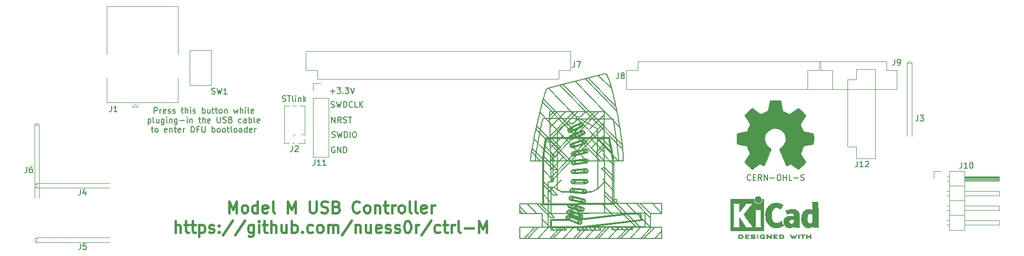
<source format=gbr>
G04 #@! TF.GenerationSoftware,KiCad,Pcbnew,5.1.9+dfsg1-1*
G04 #@! TF.CreationDate,2021-07-22T22:29:17+02:00*
G04 #@! TF.ProjectId,ctrl-m,6374726c-2d6d-42e6-9b69-6361645f7063,1.0*
G04 #@! TF.SameCoordinates,Original*
G04 #@! TF.FileFunction,Legend,Top*
G04 #@! TF.FilePolarity,Positive*
%FSLAX46Y46*%
G04 Gerber Fmt 4.6, Leading zero omitted, Abs format (unit mm)*
G04 Created by KiCad (PCBNEW 5.1.9+dfsg1-1) date 2021-07-22 22:29:17*
%MOMM*%
%LPD*%
G01*
G04 APERTURE LIST*
%ADD10C,0.150000*%
%ADD11C,0.155574*%
%ADD12C,0.400000*%
%ADD13C,0.120000*%
%ADD14C,0.010000*%
G04 APERTURE END LIST*
D10*
X187936666Y-100026142D02*
X187889047Y-100073761D01*
X187746190Y-100121380D01*
X187650952Y-100121380D01*
X187508095Y-100073761D01*
X187412857Y-99978523D01*
X187365238Y-99883285D01*
X187317619Y-99692809D01*
X187317619Y-99549952D01*
X187365238Y-99359476D01*
X187412857Y-99264238D01*
X187508095Y-99169000D01*
X187650952Y-99121380D01*
X187746190Y-99121380D01*
X187889047Y-99169000D01*
X187936666Y-99216619D01*
X188365238Y-99597571D02*
X188698571Y-99597571D01*
X188841428Y-100121380D02*
X188365238Y-100121380D01*
X188365238Y-99121380D01*
X188841428Y-99121380D01*
X189841428Y-100121380D02*
X189508095Y-99645190D01*
X189270000Y-100121380D02*
X189270000Y-99121380D01*
X189650952Y-99121380D01*
X189746190Y-99169000D01*
X189793809Y-99216619D01*
X189841428Y-99311857D01*
X189841428Y-99454714D01*
X189793809Y-99549952D01*
X189746190Y-99597571D01*
X189650952Y-99645190D01*
X189270000Y-99645190D01*
X190270000Y-100121380D02*
X190270000Y-99121380D01*
X190841428Y-100121380D01*
X190841428Y-99121380D01*
X191317619Y-99740428D02*
X192079523Y-99740428D01*
X192746190Y-99121380D02*
X192936666Y-99121380D01*
X193031904Y-99169000D01*
X193127142Y-99264238D01*
X193174761Y-99454714D01*
X193174761Y-99788047D01*
X193127142Y-99978523D01*
X193031904Y-100073761D01*
X192936666Y-100121380D01*
X192746190Y-100121380D01*
X192650952Y-100073761D01*
X192555714Y-99978523D01*
X192508095Y-99788047D01*
X192508095Y-99454714D01*
X192555714Y-99264238D01*
X192650952Y-99169000D01*
X192746190Y-99121380D01*
X193603333Y-100121380D02*
X193603333Y-99121380D01*
X193603333Y-99597571D02*
X194174761Y-99597571D01*
X194174761Y-100121380D02*
X194174761Y-99121380D01*
X195127142Y-100121380D02*
X194650952Y-100121380D01*
X194650952Y-99121380D01*
X195460476Y-99740428D02*
X196222380Y-99740428D01*
X196650952Y-100073761D02*
X196793809Y-100121380D01*
X197031904Y-100121380D01*
X197127142Y-100073761D01*
X197174761Y-100026142D01*
X197222380Y-99930904D01*
X197222380Y-99835666D01*
X197174761Y-99740428D01*
X197127142Y-99692809D01*
X197031904Y-99645190D01*
X196841428Y-99597571D01*
X196746190Y-99549952D01*
X196698571Y-99502333D01*
X196650952Y-99407095D01*
X196650952Y-99311857D01*
X196698571Y-99216619D01*
X196746190Y-99169000D01*
X196841428Y-99121380D01*
X197079523Y-99121380D01*
X197222380Y-99169000D01*
X106627142Y-86373761D02*
X106770000Y-86421380D01*
X107008095Y-86421380D01*
X107103333Y-86373761D01*
X107150952Y-86326142D01*
X107198571Y-86230904D01*
X107198571Y-86135666D01*
X107150952Y-86040428D01*
X107103333Y-85992809D01*
X107008095Y-85945190D01*
X106817619Y-85897571D01*
X106722380Y-85849952D01*
X106674761Y-85802333D01*
X106627142Y-85707095D01*
X106627142Y-85611857D01*
X106674761Y-85516619D01*
X106722380Y-85469000D01*
X106817619Y-85421380D01*
X107055714Y-85421380D01*
X107198571Y-85469000D01*
X107484285Y-85421380D02*
X108055714Y-85421380D01*
X107770000Y-86421380D02*
X107770000Y-85421380D01*
X108531904Y-86421380D02*
X108436666Y-86373761D01*
X108389047Y-86278523D01*
X108389047Y-85421380D01*
X108912857Y-86421380D02*
X108912857Y-85754714D01*
X108912857Y-85421380D02*
X108865238Y-85469000D01*
X108912857Y-85516619D01*
X108960476Y-85469000D01*
X108912857Y-85421380D01*
X108912857Y-85516619D01*
X109389047Y-85754714D02*
X109389047Y-86421380D01*
X109389047Y-85849952D02*
X109436666Y-85802333D01*
X109531904Y-85754714D01*
X109674761Y-85754714D01*
X109770000Y-85802333D01*
X109817619Y-85897571D01*
X109817619Y-86421380D01*
X110293809Y-86421380D02*
X110293809Y-85421380D01*
X110389047Y-86040428D02*
X110674761Y-86421380D01*
X110674761Y-85754714D02*
X110293809Y-86135666D01*
X84344952Y-88464380D02*
X84344952Y-87464380D01*
X84725904Y-87464380D01*
X84821142Y-87512000D01*
X84868761Y-87559619D01*
X84916380Y-87654857D01*
X84916380Y-87797714D01*
X84868761Y-87892952D01*
X84821142Y-87940571D01*
X84725904Y-87988190D01*
X84344952Y-87988190D01*
X85344952Y-88464380D02*
X85344952Y-87797714D01*
X85344952Y-87988190D02*
X85392571Y-87892952D01*
X85440190Y-87845333D01*
X85535428Y-87797714D01*
X85630666Y-87797714D01*
X86344952Y-88416761D02*
X86249714Y-88464380D01*
X86059238Y-88464380D01*
X85964000Y-88416761D01*
X85916380Y-88321523D01*
X85916380Y-87940571D01*
X85964000Y-87845333D01*
X86059238Y-87797714D01*
X86249714Y-87797714D01*
X86344952Y-87845333D01*
X86392571Y-87940571D01*
X86392571Y-88035809D01*
X85916380Y-88131047D01*
X86773523Y-88416761D02*
X86868761Y-88464380D01*
X87059238Y-88464380D01*
X87154476Y-88416761D01*
X87202095Y-88321523D01*
X87202095Y-88273904D01*
X87154476Y-88178666D01*
X87059238Y-88131047D01*
X86916380Y-88131047D01*
X86821142Y-88083428D01*
X86773523Y-87988190D01*
X86773523Y-87940571D01*
X86821142Y-87845333D01*
X86916380Y-87797714D01*
X87059238Y-87797714D01*
X87154476Y-87845333D01*
X87583047Y-88416761D02*
X87678285Y-88464380D01*
X87868761Y-88464380D01*
X87964000Y-88416761D01*
X88011619Y-88321523D01*
X88011619Y-88273904D01*
X87964000Y-88178666D01*
X87868761Y-88131047D01*
X87725904Y-88131047D01*
X87630666Y-88083428D01*
X87583047Y-87988190D01*
X87583047Y-87940571D01*
X87630666Y-87845333D01*
X87725904Y-87797714D01*
X87868761Y-87797714D01*
X87964000Y-87845333D01*
X89059238Y-87797714D02*
X89440190Y-87797714D01*
X89202095Y-87464380D02*
X89202095Y-88321523D01*
X89249714Y-88416761D01*
X89344952Y-88464380D01*
X89440190Y-88464380D01*
X89773523Y-88464380D02*
X89773523Y-87464380D01*
X90202095Y-88464380D02*
X90202095Y-87940571D01*
X90154476Y-87845333D01*
X90059238Y-87797714D01*
X89916380Y-87797714D01*
X89821142Y-87845333D01*
X89773523Y-87892952D01*
X90678285Y-88464380D02*
X90678285Y-87797714D01*
X90678285Y-87464380D02*
X90630666Y-87512000D01*
X90678285Y-87559619D01*
X90725904Y-87512000D01*
X90678285Y-87464380D01*
X90678285Y-87559619D01*
X91106857Y-88416761D02*
X91202095Y-88464380D01*
X91392571Y-88464380D01*
X91487809Y-88416761D01*
X91535428Y-88321523D01*
X91535428Y-88273904D01*
X91487809Y-88178666D01*
X91392571Y-88131047D01*
X91249714Y-88131047D01*
X91154476Y-88083428D01*
X91106857Y-87988190D01*
X91106857Y-87940571D01*
X91154476Y-87845333D01*
X91249714Y-87797714D01*
X91392571Y-87797714D01*
X91487809Y-87845333D01*
X92725904Y-88464380D02*
X92725904Y-87464380D01*
X92725904Y-87845333D02*
X92821142Y-87797714D01*
X93011619Y-87797714D01*
X93106857Y-87845333D01*
X93154476Y-87892952D01*
X93202095Y-87988190D01*
X93202095Y-88273904D01*
X93154476Y-88369142D01*
X93106857Y-88416761D01*
X93011619Y-88464380D01*
X92821142Y-88464380D01*
X92725904Y-88416761D01*
X94059238Y-87797714D02*
X94059238Y-88464380D01*
X93630666Y-87797714D02*
X93630666Y-88321523D01*
X93678285Y-88416761D01*
X93773523Y-88464380D01*
X93916380Y-88464380D01*
X94011619Y-88416761D01*
X94059238Y-88369142D01*
X94392571Y-87797714D02*
X94773523Y-87797714D01*
X94535428Y-87464380D02*
X94535428Y-88321523D01*
X94583047Y-88416761D01*
X94678285Y-88464380D01*
X94773523Y-88464380D01*
X94964000Y-87797714D02*
X95344952Y-87797714D01*
X95106857Y-87464380D02*
X95106857Y-88321523D01*
X95154476Y-88416761D01*
X95249714Y-88464380D01*
X95344952Y-88464380D01*
X95821142Y-88464380D02*
X95725904Y-88416761D01*
X95678285Y-88369142D01*
X95630666Y-88273904D01*
X95630666Y-87988190D01*
X95678285Y-87892952D01*
X95725904Y-87845333D01*
X95821142Y-87797714D01*
X95964000Y-87797714D01*
X96059238Y-87845333D01*
X96106857Y-87892952D01*
X96154476Y-87988190D01*
X96154476Y-88273904D01*
X96106857Y-88369142D01*
X96059238Y-88416761D01*
X95964000Y-88464380D01*
X95821142Y-88464380D01*
X96583047Y-87797714D02*
X96583047Y-88464380D01*
X96583047Y-87892952D02*
X96630666Y-87845333D01*
X96725904Y-87797714D01*
X96868761Y-87797714D01*
X96964000Y-87845333D01*
X97011619Y-87940571D01*
X97011619Y-88464380D01*
X98154476Y-87797714D02*
X98344952Y-88464380D01*
X98535428Y-87988190D01*
X98725904Y-88464380D01*
X98916380Y-87797714D01*
X99297333Y-88464380D02*
X99297333Y-87464380D01*
X99725904Y-88464380D02*
X99725904Y-87940571D01*
X99678285Y-87845333D01*
X99583047Y-87797714D01*
X99440190Y-87797714D01*
X99344952Y-87845333D01*
X99297333Y-87892952D01*
X100202095Y-88464380D02*
X100202095Y-87797714D01*
X100202095Y-87464380D02*
X100154476Y-87512000D01*
X100202095Y-87559619D01*
X100249714Y-87512000D01*
X100202095Y-87464380D01*
X100202095Y-87559619D01*
X100821142Y-88464380D02*
X100725904Y-88416761D01*
X100678285Y-88321523D01*
X100678285Y-87464380D01*
X101583047Y-88416761D02*
X101487809Y-88464380D01*
X101297333Y-88464380D01*
X101202095Y-88416761D01*
X101154476Y-88321523D01*
X101154476Y-87940571D01*
X101202095Y-87845333D01*
X101297333Y-87797714D01*
X101487809Y-87797714D01*
X101583047Y-87845333D01*
X101630666Y-87940571D01*
X101630666Y-88035809D01*
X101154476Y-88131047D01*
X83297333Y-89447714D02*
X83297333Y-90447714D01*
X83297333Y-89495333D02*
X83392571Y-89447714D01*
X83583047Y-89447714D01*
X83678285Y-89495333D01*
X83725904Y-89542952D01*
X83773523Y-89638190D01*
X83773523Y-89923904D01*
X83725904Y-90019142D01*
X83678285Y-90066761D01*
X83583047Y-90114380D01*
X83392571Y-90114380D01*
X83297333Y-90066761D01*
X84344952Y-90114380D02*
X84249714Y-90066761D01*
X84202095Y-89971523D01*
X84202095Y-89114380D01*
X85154476Y-89447714D02*
X85154476Y-90114380D01*
X84725904Y-89447714D02*
X84725904Y-89971523D01*
X84773523Y-90066761D01*
X84868761Y-90114380D01*
X85011619Y-90114380D01*
X85106857Y-90066761D01*
X85154476Y-90019142D01*
X86059238Y-89447714D02*
X86059238Y-90257238D01*
X86011619Y-90352476D01*
X85964000Y-90400095D01*
X85868761Y-90447714D01*
X85725904Y-90447714D01*
X85630666Y-90400095D01*
X86059238Y-90066761D02*
X85964000Y-90114380D01*
X85773523Y-90114380D01*
X85678285Y-90066761D01*
X85630666Y-90019142D01*
X85583047Y-89923904D01*
X85583047Y-89638190D01*
X85630666Y-89542952D01*
X85678285Y-89495333D01*
X85773523Y-89447714D01*
X85964000Y-89447714D01*
X86059238Y-89495333D01*
X86535428Y-90114380D02*
X86535428Y-89447714D01*
X86535428Y-89114380D02*
X86487809Y-89162000D01*
X86535428Y-89209619D01*
X86583047Y-89162000D01*
X86535428Y-89114380D01*
X86535428Y-89209619D01*
X87011619Y-89447714D02*
X87011619Y-90114380D01*
X87011619Y-89542952D02*
X87059238Y-89495333D01*
X87154476Y-89447714D01*
X87297333Y-89447714D01*
X87392571Y-89495333D01*
X87440190Y-89590571D01*
X87440190Y-90114380D01*
X88344952Y-89447714D02*
X88344952Y-90257238D01*
X88297333Y-90352476D01*
X88249714Y-90400095D01*
X88154476Y-90447714D01*
X88011619Y-90447714D01*
X87916380Y-90400095D01*
X88344952Y-90066761D02*
X88249714Y-90114380D01*
X88059238Y-90114380D01*
X87964000Y-90066761D01*
X87916380Y-90019142D01*
X87868761Y-89923904D01*
X87868761Y-89638190D01*
X87916380Y-89542952D01*
X87964000Y-89495333D01*
X88059238Y-89447714D01*
X88249714Y-89447714D01*
X88344952Y-89495333D01*
X88821142Y-89733428D02*
X89583047Y-89733428D01*
X90059238Y-90114380D02*
X90059238Y-89447714D01*
X90059238Y-89114380D02*
X90011619Y-89162000D01*
X90059238Y-89209619D01*
X90106857Y-89162000D01*
X90059238Y-89114380D01*
X90059238Y-89209619D01*
X90535428Y-89447714D02*
X90535428Y-90114380D01*
X90535428Y-89542952D02*
X90583047Y-89495333D01*
X90678285Y-89447714D01*
X90821142Y-89447714D01*
X90916380Y-89495333D01*
X90964000Y-89590571D01*
X90964000Y-90114380D01*
X92059238Y-89447714D02*
X92440190Y-89447714D01*
X92202095Y-89114380D02*
X92202095Y-89971523D01*
X92249714Y-90066761D01*
X92344952Y-90114380D01*
X92440190Y-90114380D01*
X92773523Y-90114380D02*
X92773523Y-89114380D01*
X93202095Y-90114380D02*
X93202095Y-89590571D01*
X93154476Y-89495333D01*
X93059238Y-89447714D01*
X92916380Y-89447714D01*
X92821142Y-89495333D01*
X92773523Y-89542952D01*
X94059238Y-90066761D02*
X93964000Y-90114380D01*
X93773523Y-90114380D01*
X93678285Y-90066761D01*
X93630666Y-89971523D01*
X93630666Y-89590571D01*
X93678285Y-89495333D01*
X93773523Y-89447714D01*
X93964000Y-89447714D01*
X94059238Y-89495333D01*
X94106857Y-89590571D01*
X94106857Y-89685809D01*
X93630666Y-89781047D01*
X95297333Y-89114380D02*
X95297333Y-89923904D01*
X95344952Y-90019142D01*
X95392571Y-90066761D01*
X95487809Y-90114380D01*
X95678285Y-90114380D01*
X95773523Y-90066761D01*
X95821142Y-90019142D01*
X95868761Y-89923904D01*
X95868761Y-89114380D01*
X96297333Y-90066761D02*
X96440190Y-90114380D01*
X96678285Y-90114380D01*
X96773523Y-90066761D01*
X96821142Y-90019142D01*
X96868761Y-89923904D01*
X96868761Y-89828666D01*
X96821142Y-89733428D01*
X96773523Y-89685809D01*
X96678285Y-89638190D01*
X96487809Y-89590571D01*
X96392571Y-89542952D01*
X96344952Y-89495333D01*
X96297333Y-89400095D01*
X96297333Y-89304857D01*
X96344952Y-89209619D01*
X96392571Y-89162000D01*
X96487809Y-89114380D01*
X96725904Y-89114380D01*
X96868761Y-89162000D01*
X97630666Y-89590571D02*
X97773523Y-89638190D01*
X97821142Y-89685809D01*
X97868761Y-89781047D01*
X97868761Y-89923904D01*
X97821142Y-90019142D01*
X97773523Y-90066761D01*
X97678285Y-90114380D01*
X97297333Y-90114380D01*
X97297333Y-89114380D01*
X97630666Y-89114380D01*
X97725904Y-89162000D01*
X97773523Y-89209619D01*
X97821142Y-89304857D01*
X97821142Y-89400095D01*
X97773523Y-89495333D01*
X97725904Y-89542952D01*
X97630666Y-89590571D01*
X97297333Y-89590571D01*
X99487809Y-90066761D02*
X99392571Y-90114380D01*
X99202095Y-90114380D01*
X99106857Y-90066761D01*
X99059238Y-90019142D01*
X99011619Y-89923904D01*
X99011619Y-89638190D01*
X99059238Y-89542952D01*
X99106857Y-89495333D01*
X99202095Y-89447714D01*
X99392571Y-89447714D01*
X99487809Y-89495333D01*
X100344952Y-90114380D02*
X100344952Y-89590571D01*
X100297333Y-89495333D01*
X100202095Y-89447714D01*
X100011619Y-89447714D01*
X99916380Y-89495333D01*
X100344952Y-90066761D02*
X100249714Y-90114380D01*
X100011619Y-90114380D01*
X99916380Y-90066761D01*
X99868761Y-89971523D01*
X99868761Y-89876285D01*
X99916380Y-89781047D01*
X100011619Y-89733428D01*
X100249714Y-89733428D01*
X100344952Y-89685809D01*
X100821142Y-90114380D02*
X100821142Y-89114380D01*
X100821142Y-89495333D02*
X100916380Y-89447714D01*
X101106857Y-89447714D01*
X101202095Y-89495333D01*
X101249714Y-89542952D01*
X101297333Y-89638190D01*
X101297333Y-89923904D01*
X101249714Y-90019142D01*
X101202095Y-90066761D01*
X101106857Y-90114380D01*
X100916380Y-90114380D01*
X100821142Y-90066761D01*
X101868761Y-90114380D02*
X101773523Y-90066761D01*
X101725904Y-89971523D01*
X101725904Y-89114380D01*
X102630666Y-90066761D02*
X102535428Y-90114380D01*
X102344952Y-90114380D01*
X102249714Y-90066761D01*
X102202095Y-89971523D01*
X102202095Y-89590571D01*
X102249714Y-89495333D01*
X102344952Y-89447714D01*
X102535428Y-89447714D01*
X102630666Y-89495333D01*
X102678285Y-89590571D01*
X102678285Y-89685809D01*
X102202095Y-89781047D01*
X83821142Y-91097714D02*
X84202095Y-91097714D01*
X83964000Y-90764380D02*
X83964000Y-91621523D01*
X84011619Y-91716761D01*
X84106857Y-91764380D01*
X84202095Y-91764380D01*
X84678285Y-91764380D02*
X84583047Y-91716761D01*
X84535428Y-91669142D01*
X84487809Y-91573904D01*
X84487809Y-91288190D01*
X84535428Y-91192952D01*
X84583047Y-91145333D01*
X84678285Y-91097714D01*
X84821142Y-91097714D01*
X84916380Y-91145333D01*
X84964000Y-91192952D01*
X85011619Y-91288190D01*
X85011619Y-91573904D01*
X84964000Y-91669142D01*
X84916380Y-91716761D01*
X84821142Y-91764380D01*
X84678285Y-91764380D01*
X86583047Y-91716761D02*
X86487809Y-91764380D01*
X86297333Y-91764380D01*
X86202095Y-91716761D01*
X86154476Y-91621523D01*
X86154476Y-91240571D01*
X86202095Y-91145333D01*
X86297333Y-91097714D01*
X86487809Y-91097714D01*
X86583047Y-91145333D01*
X86630666Y-91240571D01*
X86630666Y-91335809D01*
X86154476Y-91431047D01*
X87059238Y-91097714D02*
X87059238Y-91764380D01*
X87059238Y-91192952D02*
X87106857Y-91145333D01*
X87202095Y-91097714D01*
X87344952Y-91097714D01*
X87440190Y-91145333D01*
X87487809Y-91240571D01*
X87487809Y-91764380D01*
X87821142Y-91097714D02*
X88202095Y-91097714D01*
X87964000Y-90764380D02*
X87964000Y-91621523D01*
X88011619Y-91716761D01*
X88106857Y-91764380D01*
X88202095Y-91764380D01*
X88916380Y-91716761D02*
X88821142Y-91764380D01*
X88630666Y-91764380D01*
X88535428Y-91716761D01*
X88487809Y-91621523D01*
X88487809Y-91240571D01*
X88535428Y-91145333D01*
X88630666Y-91097714D01*
X88821142Y-91097714D01*
X88916380Y-91145333D01*
X88964000Y-91240571D01*
X88964000Y-91335809D01*
X88487809Y-91431047D01*
X89392571Y-91764380D02*
X89392571Y-91097714D01*
X89392571Y-91288190D02*
X89440190Y-91192952D01*
X89487809Y-91145333D01*
X89583047Y-91097714D01*
X89678285Y-91097714D01*
X90773523Y-91764380D02*
X90773523Y-90764380D01*
X91011619Y-90764380D01*
X91154476Y-90812000D01*
X91249714Y-90907238D01*
X91297333Y-91002476D01*
X91344952Y-91192952D01*
X91344952Y-91335809D01*
X91297333Y-91526285D01*
X91249714Y-91621523D01*
X91154476Y-91716761D01*
X91011619Y-91764380D01*
X90773523Y-91764380D01*
X92106857Y-91240571D02*
X91773523Y-91240571D01*
X91773523Y-91764380D02*
X91773523Y-90764380D01*
X92249714Y-90764380D01*
X92630666Y-90764380D02*
X92630666Y-91573904D01*
X92678285Y-91669142D01*
X92725904Y-91716761D01*
X92821142Y-91764380D01*
X93011619Y-91764380D01*
X93106857Y-91716761D01*
X93154476Y-91669142D01*
X93202095Y-91573904D01*
X93202095Y-90764380D01*
X94440190Y-91764380D02*
X94440190Y-90764380D01*
X94440190Y-91145333D02*
X94535428Y-91097714D01*
X94725904Y-91097714D01*
X94821142Y-91145333D01*
X94868761Y-91192952D01*
X94916380Y-91288190D01*
X94916380Y-91573904D01*
X94868761Y-91669142D01*
X94821142Y-91716761D01*
X94725904Y-91764380D01*
X94535428Y-91764380D01*
X94440190Y-91716761D01*
X95487809Y-91764380D02*
X95392571Y-91716761D01*
X95344952Y-91669142D01*
X95297333Y-91573904D01*
X95297333Y-91288190D01*
X95344952Y-91192952D01*
X95392571Y-91145333D01*
X95487809Y-91097714D01*
X95630666Y-91097714D01*
X95725904Y-91145333D01*
X95773523Y-91192952D01*
X95821142Y-91288190D01*
X95821142Y-91573904D01*
X95773523Y-91669142D01*
X95725904Y-91716761D01*
X95630666Y-91764380D01*
X95487809Y-91764380D01*
X96392571Y-91764380D02*
X96297333Y-91716761D01*
X96249714Y-91669142D01*
X96202095Y-91573904D01*
X96202095Y-91288190D01*
X96249714Y-91192952D01*
X96297333Y-91145333D01*
X96392571Y-91097714D01*
X96535428Y-91097714D01*
X96630666Y-91145333D01*
X96678285Y-91192952D01*
X96725904Y-91288190D01*
X96725904Y-91573904D01*
X96678285Y-91669142D01*
X96630666Y-91716761D01*
X96535428Y-91764380D01*
X96392571Y-91764380D01*
X97011619Y-91097714D02*
X97392571Y-91097714D01*
X97154476Y-90764380D02*
X97154476Y-91621523D01*
X97202095Y-91716761D01*
X97297333Y-91764380D01*
X97392571Y-91764380D01*
X97868761Y-91764380D02*
X97773523Y-91716761D01*
X97725904Y-91621523D01*
X97725904Y-90764380D01*
X98392571Y-91764380D02*
X98297333Y-91716761D01*
X98249714Y-91669142D01*
X98202095Y-91573904D01*
X98202095Y-91288190D01*
X98249714Y-91192952D01*
X98297333Y-91145333D01*
X98392571Y-91097714D01*
X98535428Y-91097714D01*
X98630666Y-91145333D01*
X98678285Y-91192952D01*
X98725904Y-91288190D01*
X98725904Y-91573904D01*
X98678285Y-91669142D01*
X98630666Y-91716761D01*
X98535428Y-91764380D01*
X98392571Y-91764380D01*
X99583047Y-91764380D02*
X99583047Y-91240571D01*
X99535428Y-91145333D01*
X99440190Y-91097714D01*
X99249714Y-91097714D01*
X99154476Y-91145333D01*
X99583047Y-91716761D02*
X99487809Y-91764380D01*
X99249714Y-91764380D01*
X99154476Y-91716761D01*
X99106857Y-91621523D01*
X99106857Y-91526285D01*
X99154476Y-91431047D01*
X99249714Y-91383428D01*
X99487809Y-91383428D01*
X99583047Y-91335809D01*
X100487809Y-91764380D02*
X100487809Y-90764380D01*
X100487809Y-91716761D02*
X100392571Y-91764380D01*
X100202095Y-91764380D01*
X100106857Y-91716761D01*
X100059238Y-91669142D01*
X100011619Y-91573904D01*
X100011619Y-91288190D01*
X100059238Y-91192952D01*
X100106857Y-91145333D01*
X100202095Y-91097714D01*
X100392571Y-91097714D01*
X100487809Y-91145333D01*
X101344952Y-91716761D02*
X101249714Y-91764380D01*
X101059238Y-91764380D01*
X100964000Y-91716761D01*
X100916380Y-91621523D01*
X100916380Y-91240571D01*
X100964000Y-91145333D01*
X101059238Y-91097714D01*
X101249714Y-91097714D01*
X101344952Y-91145333D01*
X101392571Y-91240571D01*
X101392571Y-91335809D01*
X100916380Y-91431047D01*
X101821142Y-91764380D02*
X101821142Y-91097714D01*
X101821142Y-91288190D02*
X101868761Y-91192952D01*
X101916380Y-91145333D01*
X102011619Y-91097714D01*
X102106857Y-91097714D01*
D11*
X149711218Y-96740229D02*
X165823509Y-96740229D01*
X159198422Y-82460944D02*
X164685312Y-88080536D01*
X159730433Y-82357598D02*
X159198422Y-82460944D01*
X161510934Y-81903189D02*
X163776957Y-84154860D01*
X158652926Y-105537045D02*
X158817183Y-105499381D01*
X158817183Y-105499381D02*
X158945791Y-105398292D01*
X158945791Y-105398292D02*
X159020895Y-105251635D01*
X159020895Y-105251635D02*
X159032928Y-105157042D01*
X157959841Y-102188040D02*
X155274321Y-102118586D01*
X159291026Y-102183502D02*
X157959841Y-102188040D01*
X159291026Y-102192762D02*
X159291026Y-102183502D01*
X157128574Y-96862458D02*
X159303868Y-96556792D01*
X157102892Y-96679058D02*
X157128574Y-96862458D01*
X159278185Y-96373392D02*
X157102892Y-96679058D01*
X156029085Y-90428843D02*
X155950889Y-90286919D01*
X155950889Y-90286919D02*
X155943756Y-90222840D01*
X156235089Y-90514173D02*
X156079440Y-90469110D01*
X156079440Y-90469110D02*
X156029085Y-90428843D01*
X158949006Y-98497862D02*
X158986635Y-98662119D01*
X158986635Y-98662119D02*
X159087650Y-98790727D01*
X159087650Y-98790727D02*
X159234245Y-98865831D01*
X159234245Y-98865831D02*
X159328827Y-98877864D01*
X159328827Y-98117859D02*
X159164604Y-98155523D01*
X159164604Y-98155523D02*
X159036069Y-98256611D01*
X159036069Y-98256611D02*
X158961027Y-98403268D01*
X158961027Y-98403268D02*
X158949006Y-98497862D01*
X157135085Y-98414663D02*
X157135085Y-98414663D01*
X158036167Y-106420583D02*
X158073831Y-106584840D01*
X158073831Y-106584840D02*
X158174919Y-106713448D01*
X158174919Y-106713448D02*
X158321576Y-106788552D01*
X158321576Y-106788552D02*
X158416171Y-106800585D01*
X158416171Y-106040580D02*
X158251913Y-106078244D01*
X158251913Y-106078244D02*
X158123304Y-106179332D01*
X158123304Y-106179332D02*
X158048199Y-106325989D01*
X158048199Y-106325989D02*
X158036167Y-106420583D01*
X158478389Y-90060393D02*
X158314131Y-90098022D01*
X158314131Y-90098022D02*
X158185523Y-90199037D01*
X158185523Y-90199037D02*
X158110419Y-90345632D01*
X158110419Y-90345632D02*
X158098387Y-90440215D01*
X156527551Y-91255566D02*
X156527551Y-91255566D01*
X159328827Y-98117859D02*
X159328827Y-98117859D01*
X159708830Y-98497862D02*
X159671166Y-98333604D01*
X159671166Y-98333604D02*
X159570077Y-98204996D01*
X159570077Y-98204996D02*
X159423420Y-98129891D01*
X159423420Y-98129891D02*
X159328827Y-98117859D01*
X159328827Y-98877864D02*
X159493084Y-98840200D01*
X159493084Y-98840200D02*
X159621693Y-98739112D01*
X159621693Y-98739112D02*
X159696797Y-98592455D01*
X159696797Y-98592455D02*
X159708830Y-98497862D01*
X156029085Y-90016837D02*
X156171008Y-89938640D01*
X156171008Y-89938640D02*
X156235089Y-89931507D01*
X155943756Y-90222840D02*
X155988818Y-90067192D01*
X155988818Y-90067192D02*
X156029085Y-90016837D01*
X165713403Y-94754518D02*
X165630059Y-93955344D01*
X154820375Y-83617663D02*
X165713403Y-94754518D01*
X155329420Y-83480609D02*
X154820375Y-83617663D01*
X157135085Y-98414663D02*
X157279650Y-98477958D01*
X157279650Y-98477958D02*
X157329880Y-98609276D01*
X157135085Y-98229455D02*
X157135085Y-98229455D01*
X156758158Y-92512233D02*
X156758158Y-92512233D01*
X158847720Y-105157042D02*
X158784326Y-105301607D01*
X158784326Y-105301607D02*
X158652926Y-105351837D01*
X159330998Y-96554803D02*
X159330998Y-96554803D01*
X159136204Y-96749416D02*
X159199597Y-96604950D01*
X159199597Y-96604950D02*
X159330998Y-96554803D01*
X159330998Y-96944210D02*
X159186432Y-96880816D01*
X159186432Y-96880816D02*
X159136204Y-96749416D01*
X158588176Y-91855141D02*
X158651569Y-91710576D01*
X158651569Y-91710576D02*
X158782969Y-91660347D01*
X158402967Y-91855141D02*
X158440630Y-92019398D01*
X158440630Y-92019398D02*
X158541718Y-92148007D01*
X158541718Y-92148007D02*
X158688375Y-92223111D01*
X158688375Y-92223111D02*
X158782969Y-92235144D01*
X158782969Y-91475138D02*
X158618712Y-91512802D01*
X158618712Y-91512802D02*
X158490103Y-91613890D01*
X158490103Y-91613890D02*
X158414999Y-91760547D01*
X158414999Y-91760547D02*
X158402967Y-91855141D01*
X156563363Y-92707027D02*
X156626757Y-92562462D01*
X156626757Y-92562462D02*
X156758158Y-92512233D01*
X159330998Y-96369595D02*
X159166740Y-96407224D01*
X159166740Y-96407224D02*
X159038132Y-96508239D01*
X159038132Y-96508239D02*
X158963028Y-96654834D01*
X158963028Y-96654834D02*
X158950996Y-96749416D01*
X157155705Y-96860650D02*
X157155705Y-96860650D01*
X156961091Y-97055444D02*
X157024386Y-96910879D01*
X157024386Y-96910879D02*
X157155705Y-96860650D01*
X157114105Y-99936482D02*
X157114105Y-100121690D01*
X159310741Y-100121690D02*
X159310741Y-100121690D01*
X157114105Y-100121690D02*
X157114105Y-100121690D01*
X156940292Y-98609276D02*
X157003685Y-98464810D01*
X157003685Y-98464810D02*
X157135085Y-98414663D01*
X157135085Y-98804071D02*
X156990520Y-98740676D01*
X156990520Y-98740676D02*
X156940292Y-98609276D01*
X157329880Y-98609276D02*
X157266485Y-98753841D01*
X157266485Y-98753841D02*
X157135085Y-98804071D01*
X159310741Y-100121690D02*
X159310741Y-99936482D01*
X157114105Y-100121690D02*
X159310741Y-100121690D01*
X158782969Y-91660347D02*
X158782969Y-91660347D01*
X157060930Y-95174240D02*
X157102892Y-95354566D01*
X159200593Y-94677036D02*
X157060930Y-95174240D01*
X159286686Y-94852477D02*
X159286686Y-94852477D01*
X159115947Y-100316485D02*
X159179340Y-100171919D01*
X159179340Y-100171919D02*
X159310741Y-100121690D01*
X156897607Y-102030205D02*
X156879339Y-102214509D01*
X159140183Y-101673715D02*
X156954037Y-101458121D01*
X159121915Y-101858019D02*
X159140183Y-101673715D01*
X156332938Y-91450179D02*
X156396253Y-91305730D01*
X156396253Y-91305730D02*
X156527551Y-91255566D01*
X157515089Y-98609276D02*
X157477424Y-98445053D01*
X157477424Y-98445053D02*
X157376336Y-98316518D01*
X157376336Y-98316518D02*
X157229679Y-98241476D01*
X157229679Y-98241476D02*
X157135085Y-98229455D01*
X157135085Y-98989279D02*
X157299342Y-98951615D01*
X157299342Y-98951615D02*
X157427951Y-98850526D01*
X157427951Y-98850526D02*
X157503056Y-98703869D01*
X157503056Y-98703869D02*
X157515089Y-98609276D01*
X156755083Y-98609276D02*
X156792746Y-98773533D01*
X156792746Y-98773533D02*
X156893834Y-98902142D01*
X156893834Y-98902142D02*
X157040491Y-98977246D01*
X157040491Y-98977246D02*
X157135085Y-98989279D01*
X167059648Y-105980894D02*
X168667017Y-105980894D01*
X158327184Y-107002977D02*
X167059648Y-105980894D01*
X157857290Y-105262669D02*
X158327184Y-107002977D01*
X153163576Y-106891560D02*
X153163576Y-108346278D01*
X156274317Y-106891560D02*
X153163576Y-106891560D01*
X156783459Y-105200991D02*
X156274317Y-106891560D01*
X158554172Y-106066625D02*
X156507837Y-105268095D01*
X158486890Y-106239173D02*
X158554172Y-106066625D01*
X156440374Y-105440642D02*
X158486890Y-106239173D01*
X152408837Y-93327584D02*
X152439090Y-93170925D01*
X152439090Y-93170925D02*
X152472035Y-93017197D01*
X152472035Y-93017197D02*
X152490408Y-92941974D01*
X152213500Y-94556398D02*
X152238232Y-94384327D01*
X152238232Y-94384327D02*
X152263177Y-94215247D01*
X152263177Y-94215247D02*
X152288184Y-94050300D01*
X152288184Y-94050300D02*
X152313101Y-93890631D01*
X152313101Y-93890631D02*
X152343889Y-93700206D01*
X152343889Y-93700206D02*
X152374004Y-93522045D01*
X152374004Y-93522045D02*
X152403150Y-93358380D01*
X152403150Y-93358380D02*
X152408837Y-93327584D01*
X156787802Y-105190320D02*
X156783459Y-105200991D01*
X156788543Y-105188875D02*
X156787802Y-105190320D01*
X157408015Y-104800372D02*
X157232845Y-104822123D01*
X157232845Y-104822123D02*
X157074385Y-104883837D01*
X157074385Y-104883837D02*
X156939051Y-104980203D01*
X156939051Y-104980203D02*
X156833260Y-105105911D01*
X156833260Y-105105911D02*
X156788543Y-105188875D01*
X151967158Y-96790835D02*
X151975238Y-96602721D01*
X151975238Y-96602721D02*
X151987241Y-96446948D01*
X151987241Y-96446948D02*
X152004008Y-96263906D01*
X152004008Y-96263906D02*
X152025048Y-96057610D01*
X152025048Y-96057610D02*
X152049870Y-95832077D01*
X152049870Y-95832077D02*
X152068276Y-95673016D01*
X152068276Y-95673016D02*
X152087998Y-95508380D01*
X152087998Y-95508380D02*
X152108892Y-95339359D01*
X152108892Y-95339359D02*
X152130811Y-95167142D01*
X152130811Y-95167142D02*
X152153610Y-94992920D01*
X152153610Y-94992920D02*
X152177142Y-94817882D01*
X152177142Y-94817882D02*
X152201264Y-94643217D01*
X152201264Y-94643217D02*
X152213500Y-94556398D01*
X151999533Y-104190306D02*
X151967158Y-96790835D01*
X163442480Y-92821523D02*
X163439952Y-92815012D01*
X163443925Y-92828394D02*
X163442480Y-92821523D01*
X158191352Y-89339211D02*
X158147782Y-89495274D01*
X158147782Y-89495274D02*
X158033848Y-89603851D01*
X158033848Y-89603851D02*
X157890388Y-89640175D01*
X157890388Y-89038248D02*
X158046451Y-89081817D01*
X158046451Y-89081817D02*
X158155028Y-89195751D01*
X158155028Y-89195751D02*
X158191352Y-89339211D01*
X157589425Y-89339211D02*
X157632994Y-89183147D01*
X157632994Y-89183147D02*
X157746928Y-89074571D01*
X157746928Y-89074571D02*
X157890388Y-89038248D01*
X157887132Y-107371946D02*
X157924761Y-107536203D01*
X157924761Y-107536203D02*
X158025777Y-107664811D01*
X158025777Y-107664811D02*
X158172372Y-107739916D01*
X158172372Y-107739916D02*
X158266955Y-107751949D01*
X158266955Y-106991944D02*
X158102732Y-107029607D01*
X158102732Y-107029607D02*
X157974195Y-107130695D01*
X157974195Y-107130695D02*
X157899153Y-107277352D01*
X157899153Y-107277352D02*
X157887132Y-107371946D01*
X156222428Y-106374100D02*
X156222428Y-106374100D01*
X156441092Y-90016837D02*
X156519287Y-90158760D01*
X156519287Y-90158760D02*
X156526421Y-90222840D01*
X156235089Y-89931507D02*
X156390736Y-89976569D01*
X156390736Y-89976569D02*
X156441092Y-90016837D01*
X159310741Y-99936482D02*
X159310741Y-99936482D01*
X159690744Y-100316485D02*
X159653079Y-100152227D01*
X159653079Y-100152227D02*
X159551991Y-100023619D01*
X159551991Y-100023619D02*
X159405334Y-99948514D01*
X159405334Y-99948514D02*
X159310741Y-99936482D01*
X159310741Y-100696488D02*
X159474998Y-100658824D01*
X159474998Y-100658824D02*
X159603606Y-100557735D01*
X159603606Y-100557735D02*
X159678711Y-100411078D01*
X159678711Y-100411078D02*
X159690744Y-100316485D01*
X156758158Y-92327024D02*
X156758158Y-92327024D01*
X157138160Y-92707027D02*
X157100496Y-92542769D01*
X157100496Y-92542769D02*
X156999408Y-92414161D01*
X156999408Y-92414161D02*
X156852751Y-92339056D01*
X156852751Y-92339056D02*
X156758158Y-92327024D01*
X156758158Y-93086849D02*
X156922414Y-93049219D01*
X156922414Y-93049219D02*
X157051023Y-92948204D01*
X157051023Y-92948204D02*
X157126127Y-92801609D01*
X157126127Y-92801609D02*
X157138160Y-92707027D01*
X157114105Y-100696488D02*
X159310741Y-100696488D01*
X157114105Y-100511280D02*
X157114105Y-100696488D01*
X159310741Y-99936482D02*
X157114105Y-99936482D01*
X156734102Y-100316485D02*
X156771766Y-100480742D01*
X156771766Y-100480742D02*
X156872854Y-100609351D01*
X156872854Y-100609351D02*
X157019511Y-100684455D01*
X157019511Y-100684455D02*
X157114105Y-100696488D01*
X157114105Y-99936482D02*
X156949847Y-99974146D01*
X156949847Y-99974146D02*
X156821239Y-100075234D01*
X156821239Y-100075234D02*
X156746134Y-100221891D01*
X156746134Y-100221891D02*
X156734102Y-100316485D01*
X157890481Y-89640175D02*
X157796395Y-89625266D01*
X156027634Y-106568894D02*
X156091027Y-106424329D01*
X156091027Y-106424329D02*
X156222428Y-106374100D01*
X156222428Y-106763688D02*
X156077862Y-106700294D01*
X156077862Y-106700294D02*
X156027634Y-106568894D01*
X170834692Y-104144302D02*
X172518051Y-105892114D01*
X162208706Y-99910069D02*
X164035045Y-101806418D01*
X162295755Y-95557303D02*
X164122186Y-97453651D01*
X156935770Y-101642605D02*
X159121915Y-101858019D01*
X156954037Y-101458121D02*
X156935770Y-101642605D01*
X159102924Y-101857115D02*
X159102924Y-101857115D01*
X159309655Y-98118402D02*
X157115733Y-98229817D01*
X159328827Y-98303068D02*
X159328827Y-98303068D01*
X159134214Y-98497862D02*
X159197509Y-98353297D01*
X159197509Y-98353297D02*
X159328827Y-98303068D01*
X154369115Y-101754096D02*
X154527970Y-101850338D01*
X154527970Y-101850338D02*
X154690873Y-101940774D01*
X154690873Y-101940774D02*
X154850665Y-102021103D01*
X154850665Y-102021103D02*
X155000189Y-102087025D01*
X155000189Y-102087025D02*
X155155986Y-102141058D01*
X155155986Y-102141058D02*
X155274321Y-102160721D01*
X154321238Y-91642740D02*
X154369115Y-101754096D01*
X159330637Y-95236821D02*
X157190974Y-95734026D01*
X159242553Y-94857542D02*
X159200593Y-94677036D01*
X157102892Y-95354566D02*
X159242553Y-94857542D01*
X158909757Y-93051399D02*
X156818206Y-93722780D01*
X159025875Y-93218340D02*
X159025875Y-93218340D01*
X158831080Y-93413134D02*
X158894474Y-93268569D01*
X158894474Y-93268569D02*
X159025875Y-93218340D01*
X157050620Y-94446430D02*
X159141992Y-93774869D01*
X156993828Y-94270084D02*
X157050620Y-94446430D01*
X159085380Y-93598523D02*
X156993828Y-94270084D01*
X161924504Y-108268614D02*
X161924504Y-108735061D01*
X157849920Y-108268614D02*
X161924504Y-108268614D01*
X163857616Y-108722466D02*
X163857616Y-108253611D01*
X155876247Y-108272133D02*
X155876247Y-108728116D01*
X153294906Y-108272133D02*
X155876247Y-108272133D01*
X171274005Y-110193856D02*
X172518051Y-108903601D01*
X163286895Y-110193856D02*
X165146757Y-108254354D01*
X166980875Y-110193856D02*
X168840737Y-108254354D01*
X171274005Y-108253612D02*
X169372749Y-110194596D01*
X172518051Y-110194502D02*
X147854412Y-110194502D01*
X172518051Y-108253611D02*
X172518051Y-110194502D01*
X147854412Y-108253611D02*
X172518051Y-108253611D01*
X157408015Y-104985580D02*
X157571918Y-105011719D01*
X157571918Y-105011719D02*
X157711095Y-105083531D01*
X157711095Y-105083531D02*
X157825813Y-105204832D01*
X157825813Y-105204832D02*
X157857290Y-105262669D01*
X157407981Y-104800368D02*
X157408015Y-104800372D01*
X158027452Y-105188510D02*
X157941421Y-105048504D01*
X157941421Y-105048504D02*
X157822178Y-104934825D01*
X157822178Y-104934825D02*
X157676145Y-104852757D01*
X157676145Y-104852757D02*
X157509742Y-104807583D01*
X157509742Y-104807583D02*
X157407981Y-104800368D01*
X155347663Y-108272133D02*
X155761511Y-108734970D01*
X153294906Y-108728116D02*
X153294906Y-108272133D01*
X155876247Y-108728116D02*
X153294906Y-108728116D01*
X156527551Y-91070357D02*
X156363351Y-91107994D01*
X156363351Y-91107994D02*
X156234809Y-91209022D01*
X156234809Y-91209022D02*
X156159754Y-91355613D01*
X156159754Y-91355613D02*
X156147730Y-91450179D01*
X158930377Y-92205301D02*
X158858572Y-92034743D01*
X156905565Y-93057187D02*
X158930377Y-92205301D01*
X170700508Y-108253612D02*
X171274005Y-108253612D01*
X168840646Y-110193114D02*
X170700508Y-108253612D01*
X169372749Y-110194596D02*
X168840646Y-110193114D01*
X153294906Y-108272133D02*
X153739221Y-108732653D01*
X153993327Y-108272133D02*
X154459033Y-108737098D01*
X154664707Y-108272133D02*
X155090409Y-108728301D01*
X150939797Y-110204318D02*
X152799659Y-108264910D01*
X155400540Y-110204318D02*
X157260403Y-108264910D01*
X159234908Y-110204318D02*
X161094770Y-108264910D01*
X160934380Y-110193114D02*
X162794242Y-108253612D01*
X161466483Y-110194596D02*
X160934380Y-110193114D01*
X159625142Y-108253612D02*
X157723979Y-110194596D01*
X158478389Y-90245601D02*
X158622953Y-90308896D01*
X158622953Y-90308896D02*
X158673183Y-90440215D01*
X158478389Y-90060393D02*
X158478389Y-90060393D01*
X158858392Y-90440215D02*
X158820727Y-90275992D01*
X158820727Y-90275992D02*
X158719639Y-90147456D01*
X158719639Y-90147456D02*
X158572982Y-90072414D01*
X158572982Y-90072414D02*
X158478389Y-90060393D01*
X159319061Y-98303430D02*
X159309655Y-98118402D01*
X157125138Y-98414844D02*
X159319061Y-98303430D01*
X157115733Y-98229817D02*
X157125138Y-98414844D01*
X155539354Y-108253612D02*
X153638190Y-110194596D01*
X154965949Y-108253612D02*
X155539354Y-108253612D01*
X153106087Y-110193114D02*
X154965949Y-108253612D01*
X159286686Y-95427275D02*
X159450942Y-95389610D01*
X159450942Y-95389610D02*
X159579551Y-95288522D01*
X159579551Y-95288522D02*
X159654655Y-95141865D01*
X159654655Y-95141865D02*
X159666688Y-95047272D01*
X158906683Y-95047272D02*
X158944346Y-95211529D01*
X158944346Y-95211529D02*
X159045435Y-95340137D01*
X159045435Y-95340137D02*
X159192092Y-95415242D01*
X159192092Y-95415242D02*
X159286686Y-95427275D01*
X159286686Y-94667269D02*
X159122428Y-94704932D01*
X159122428Y-94704932D02*
X158993819Y-94806021D01*
X158993819Y-94806021D02*
X158918715Y-94952678D01*
X158918715Y-94952678D02*
X158906683Y-95047272D01*
X158416171Y-106615377D02*
X158271605Y-106551983D01*
X158271605Y-106551983D02*
X158221376Y-106420583D01*
X158610784Y-106420583D02*
X158547488Y-106565148D01*
X158547488Y-106565148D02*
X158416171Y-106615377D01*
X158416171Y-106225789D02*
X158560636Y-106289183D01*
X158560636Y-106289183D02*
X158610784Y-106420583D01*
X156744412Y-103603752D02*
X156908669Y-103566088D01*
X156908669Y-103566088D02*
X157037277Y-103464999D01*
X157037277Y-103464999D02*
X157112382Y-103318342D01*
X157112382Y-103318342D02*
X157124415Y-103223749D01*
X156364410Y-103223749D02*
X156402073Y-103388006D01*
X156402073Y-103388006D02*
X156503161Y-103516615D01*
X156503161Y-103516615D02*
X156649818Y-103591719D01*
X156649818Y-103591719D02*
X156744412Y-103603752D01*
X156744412Y-102843928D02*
X156580154Y-102881557D01*
X156580154Y-102881557D02*
X156451546Y-102982572D01*
X156451546Y-102982572D02*
X156376442Y-103129167D01*
X156376442Y-103129167D02*
X156364410Y-103223749D01*
X156682555Y-92527426D02*
X158707367Y-91675721D01*
X156610750Y-92356687D02*
X156682555Y-92527426D01*
X158635563Y-91504982D02*
X156610750Y-92356687D01*
X158283595Y-90440215D02*
X158346988Y-90295748D01*
X158346988Y-90295748D02*
X158478389Y-90245601D01*
X158478389Y-90635009D02*
X158333823Y-90571614D01*
X158333823Y-90571614D02*
X158283595Y-90440215D01*
X158673183Y-90440215D02*
X158609788Y-90584779D01*
X158609788Y-90584779D02*
X158478389Y-90635009D01*
X167393891Y-108722468D02*
X166918646Y-108247222D01*
X157849920Y-108268614D02*
X158330352Y-108735060D01*
X159213979Y-108268614D02*
X159694502Y-108735060D01*
X165040263Y-108722468D02*
X164589188Y-108271486D01*
X165861385Y-108740987D02*
X165388454Y-108268058D01*
X166595180Y-108722468D02*
X166125399Y-108252594D01*
X162509021Y-90172649D02*
X162525042Y-90813933D01*
X152731595Y-105905358D02*
X167092927Y-105825623D01*
X152731595Y-108163416D02*
X169616391Y-108163416D01*
X155374055Y-92321159D02*
X153107939Y-94572827D01*
X159235742Y-88185179D02*
X156969626Y-90436848D01*
X162534301Y-88682092D02*
X160268277Y-90933670D01*
X152514283Y-92864563D02*
X163261249Y-92866193D01*
X163389309Y-92680990D02*
X152461469Y-92679355D01*
X163439952Y-92815012D02*
X163389309Y-92680990D01*
X156441092Y-90428843D02*
X156299168Y-90507039D01*
X156299168Y-90507039D02*
X156235089Y-90514173D01*
X156526421Y-90222840D02*
X156481358Y-90378487D01*
X156481358Y-90378487D02*
X156441092Y-90428843D01*
X157890388Y-89640175D02*
X157796395Y-89625266D01*
X156544734Y-104345671D02*
X156689199Y-104408966D01*
X156689199Y-104408966D02*
X156739347Y-104540284D01*
X156544734Y-104160463D02*
X156544734Y-104160463D01*
X156924556Y-104540284D02*
X156886926Y-104376061D01*
X156886926Y-104376061D02*
X156785910Y-104247526D01*
X156785910Y-104247526D02*
X156639315Y-104172484D01*
X156639315Y-104172484D02*
X156544734Y-104160463D01*
X156564448Y-105622053D02*
X156501054Y-105766518D01*
X156501054Y-105766518D02*
X156369655Y-105816666D01*
X156369655Y-105427258D02*
X156514219Y-105490652D01*
X156514219Y-105490652D02*
X156564448Y-105622053D01*
X156369655Y-105242050D02*
X156369655Y-105242050D01*
X156916779Y-101456493D02*
X156916779Y-101456493D01*
X157296781Y-101836495D02*
X157259117Y-101672238D01*
X157259117Y-101672238D02*
X157158029Y-101543629D01*
X157158029Y-101543629D02*
X157011372Y-101468525D01*
X157011372Y-101468525D02*
X156916779Y-101456493D01*
X156916779Y-102216318D02*
X157081036Y-102178688D01*
X157081036Y-102178688D02*
X157209644Y-102077672D01*
X157209644Y-102077672D02*
X157284748Y-101931077D01*
X157284748Y-101931077D02*
X157296781Y-101836495D01*
X159091891Y-95047272D02*
X159155285Y-94902706D01*
X159155285Y-94902706D02*
X159286686Y-94852477D01*
X159286686Y-95242067D02*
X159142120Y-95178672D01*
X159142120Y-95178672D02*
X159091891Y-95047272D01*
X159481480Y-95047272D02*
X159418085Y-95191837D01*
X159418085Y-95191837D02*
X159286686Y-95242067D01*
X156602431Y-106568894D02*
X156564766Y-106404636D01*
X156564766Y-106404636D02*
X156463678Y-106276028D01*
X156463678Y-106276028D02*
X156317021Y-106200923D01*
X156317021Y-106200923D02*
X156222428Y-106188891D01*
X156222428Y-106948896D02*
X156386685Y-106911232D01*
X156386685Y-106911232D02*
X156515293Y-106810144D01*
X156515293Y-106810144D02*
X156590398Y-106663487D01*
X156590398Y-106663487D02*
X156602431Y-106568894D01*
X155842426Y-106568894D02*
X155880089Y-106733151D01*
X155880089Y-106733151D02*
X155981177Y-106861759D01*
X155981177Y-106861759D02*
X156127834Y-106936863D01*
X156127834Y-106936863D02*
X156222428Y-106948896D01*
X158461749Y-107371946D02*
X158398354Y-107516510D01*
X158398354Y-107516510D02*
X158266955Y-107566740D01*
X158266955Y-107177152D02*
X158411519Y-107240545D01*
X158411519Y-107240545D02*
X158461749Y-107371946D01*
X158266955Y-106991944D02*
X158266955Y-106991944D01*
X156775882Y-97055444D02*
X156813511Y-97219666D01*
X156813511Y-97219666D02*
X156914527Y-97348202D01*
X156914527Y-97348202D02*
X157061122Y-97423244D01*
X157061122Y-97423244D02*
X157155705Y-97435266D01*
X157155705Y-96675441D02*
X156991482Y-96713105D01*
X156991482Y-96713105D02*
X156862945Y-96814193D01*
X156862945Y-96814193D02*
X156787903Y-96960850D01*
X156787903Y-96960850D02*
X156775882Y-97055444D01*
X159348180Y-98877322D02*
X159338776Y-98692295D01*
X157154256Y-98988737D02*
X159348180Y-98877322D01*
X157145033Y-98803709D02*
X157154256Y-98988737D01*
X159338776Y-98692295D02*
X157145033Y-98803709D01*
X153009222Y-88191846D02*
X153242863Y-100415503D01*
X162516707Y-88191846D02*
X153009222Y-88191846D01*
X162572733Y-105825624D02*
X162516707Y-88191846D01*
X158567918Y-90613124D02*
X156617261Y-91623088D01*
X158388859Y-90267305D02*
X158303851Y-90102897D01*
X156438022Y-91277089D02*
X158388859Y-90267305D01*
X153649117Y-98310240D02*
X154346705Y-98310240D01*
X151883064Y-96524554D02*
X153649117Y-98310240D01*
X151744805Y-105903782D02*
X151744805Y-108253612D01*
X156785831Y-103033476D02*
X158932366Y-103500296D01*
X156825079Y-102852609D02*
X156785831Y-103033476D01*
X158890948Y-103495774D02*
X158890948Y-103495774D01*
X156833760Y-92886448D02*
X156905565Y-93057187D01*
X158858572Y-92034743D02*
X156833760Y-92886448D01*
X158707367Y-91675721D02*
X158635563Y-91504982D01*
X157146842Y-95164293D02*
X156982584Y-95201956D01*
X156982584Y-95201956D02*
X156853976Y-95303045D01*
X156853976Y-95303045D02*
X156778872Y-95449702D01*
X156778872Y-95449702D02*
X156766840Y-95544296D01*
X159383993Y-97125801D02*
X159358128Y-96942401D01*
X157208699Y-97431649D02*
X159383993Y-97125801D01*
X158908130Y-102051909D02*
X158971523Y-101907344D01*
X158971523Y-101907344D02*
X159102924Y-101857115D01*
X159102924Y-102246703D02*
X158958358Y-102183308D01*
X158958358Y-102183308D02*
X158908130Y-102051909D01*
X159297537Y-102051909D02*
X159234242Y-102196473D01*
X159234242Y-102196473D02*
X159102924Y-102246703D01*
X148328823Y-105902392D02*
X149026410Y-105902392D01*
X147854412Y-105384735D02*
X148328823Y-105902392D01*
X151438934Y-104218664D02*
X150795057Y-104218849D01*
X157796395Y-89625266D02*
X157662295Y-89535597D01*
X157662295Y-89535597D02*
X157593388Y-89388193D01*
X157593388Y-89388193D02*
X157589425Y-89339211D01*
X153237585Y-105825623D02*
X153237585Y-101285149D01*
X153140906Y-95084374D02*
X153140906Y-95084374D01*
X158188111Y-89383291D02*
X158118184Y-89535945D01*
X158118184Y-89535945D02*
X157982819Y-89627534D01*
X157982819Y-89627534D02*
X157890481Y-89640175D01*
X161325262Y-91164347D02*
X158188111Y-89383291D01*
X161396660Y-101548608D02*
X161325262Y-91164347D01*
X156222428Y-106188891D02*
X156058171Y-106226555D01*
X156058171Y-106226555D02*
X155929562Y-106327643D01*
X155929562Y-106327643D02*
X155854458Y-106474300D01*
X155854458Y-106474300D02*
X155842426Y-106568894D01*
X159310741Y-100511280D02*
X157114105Y-100511280D01*
X159310741Y-100696488D02*
X159310741Y-100511280D01*
X164700591Y-104047161D02*
X164152745Y-104047161D01*
X164700591Y-103398932D02*
X164700591Y-104047161D01*
X164152745Y-103398932D02*
X164700591Y-103398932D01*
X157341636Y-95544296D02*
X157278241Y-95688762D01*
X157278241Y-95688762D02*
X157146842Y-95738909D01*
X157146842Y-95349502D02*
X157291406Y-95412896D01*
X157291406Y-95412896D02*
X157341636Y-95544296D01*
X157146842Y-95164293D02*
X157146842Y-95164293D01*
X157456167Y-82937855D02*
X165202227Y-90920057D01*
X164512142Y-87238764D02*
X159730433Y-82357598D01*
X164685312Y-88080536D02*
X164512142Y-87238764D01*
X159525793Y-96749416D02*
X159462398Y-96893981D01*
X159462398Y-96893981D02*
X159330998Y-96944210D01*
X159330998Y-96554803D02*
X159475563Y-96618098D01*
X159475563Y-96618098D02*
X159525793Y-96749416D01*
X159330998Y-96369595D02*
X159330998Y-96369595D01*
X159025875Y-93607928D02*
X158881309Y-93544534D01*
X158881309Y-93544534D02*
X158831080Y-93413134D01*
X159220488Y-93413134D02*
X159157192Y-93557699D01*
X159157192Y-93557699D02*
X159025875Y-93607928D01*
X159025875Y-93218340D02*
X159170340Y-93281734D01*
X159170340Y-93281734D02*
X159220488Y-93413134D01*
X156702994Y-103414022D02*
X156663564Y-103595071D01*
X158971614Y-103319248D02*
X156825079Y-102852609D01*
X158932366Y-103500296D02*
X158971614Y-103319248D01*
X158646957Y-107371946D02*
X158609293Y-107207688D01*
X158609293Y-107207688D02*
X158508205Y-107079080D01*
X158508205Y-107079080D02*
X158361548Y-107003976D01*
X158361548Y-107003976D02*
X158266955Y-106991944D01*
X158266955Y-107751949D02*
X158431211Y-107714284D01*
X158431211Y-107714284D02*
X158559820Y-107613196D01*
X158559820Y-107613196D02*
X158634924Y-107466539D01*
X158634924Y-107466539D02*
X158646957Y-107371946D01*
X151920290Y-86005554D02*
X151777217Y-86517099D01*
X152855037Y-84154860D02*
X164963031Y-96740230D01*
X165630059Y-93955344D02*
X155329420Y-83480609D01*
X153237585Y-99607624D02*
X162509021Y-90172649D01*
X153240918Y-100318083D02*
X153237585Y-99607624D01*
X162525042Y-90813933D02*
X153240918Y-100318083D01*
X156369655Y-105427258D02*
X156369655Y-105427258D01*
X156174860Y-105622053D02*
X156238254Y-105477487D01*
X156238254Y-105477487D02*
X156369655Y-105427258D01*
X156369655Y-105816666D02*
X156225089Y-105753370D01*
X156225089Y-105753370D02*
X156174860Y-105622053D01*
X158966369Y-93227744D02*
X158909757Y-93051399D01*
X156874817Y-93899125D02*
X158966369Y-93227744D01*
X156818206Y-93722780D02*
X156874817Y-93899125D01*
X158782969Y-91475138D02*
X158782969Y-91475138D01*
X159162792Y-91855141D02*
X159125162Y-91690883D01*
X159125162Y-91690883D02*
X159024146Y-91562275D01*
X159024146Y-91562275D02*
X158877551Y-91487170D01*
X158877551Y-91487170D02*
X158782969Y-91475138D01*
X158782969Y-92235144D02*
X158947191Y-92197480D01*
X158947191Y-92197480D02*
X159075728Y-92096391D01*
X159075728Y-92096391D02*
X159150770Y-91949734D01*
X159150770Y-91949734D02*
X159162792Y-91855141D01*
X156749657Y-105622053D02*
X156711993Y-105457795D01*
X156711993Y-105457795D02*
X156610905Y-105329186D01*
X156610905Y-105329186D02*
X156464248Y-105254082D01*
X156464248Y-105254082D02*
X156369655Y-105242050D01*
X156369655Y-106001874D02*
X156533911Y-105964244D01*
X156533911Y-105964244D02*
X156662520Y-105863229D01*
X156662520Y-105863229D02*
X156737624Y-105716634D01*
X156737624Y-105716634D02*
X156749657Y-105622053D01*
X155989652Y-105622053D02*
X156027315Y-105786275D01*
X156027315Y-105786275D02*
X156128404Y-105914810D01*
X156128404Y-105914810D02*
X156275061Y-105989852D01*
X156275061Y-105989852D02*
X156369655Y-106001874D01*
X152226703Y-93293761D02*
X152197434Y-93456193D01*
X152197434Y-93456193D02*
X152167219Y-93633188D01*
X152167219Y-93633188D02*
X152136338Y-93822590D01*
X152136338Y-93822590D02*
X152111339Y-93981597D01*
X152111339Y-93981597D02*
X152086234Y-94146062D01*
X152086234Y-94146062D02*
X152061166Y-94314883D01*
X152061166Y-94314883D02*
X152036277Y-94486956D01*
X152036277Y-94486956D02*
X152030100Y-94530353D01*
X152311168Y-92895130D02*
X152273466Y-93056952D01*
X152273466Y-93056952D02*
X152240882Y-93218684D01*
X152240882Y-93218684D02*
X152226703Y-93293761D01*
X152348789Y-92775214D02*
X152311168Y-92895130D01*
X159372598Y-95417327D02*
X159330637Y-95236821D01*
X157232935Y-95914351D02*
X159372598Y-95417327D01*
X157190974Y-95734026D02*
X157232935Y-95914351D01*
X150280826Y-92947348D02*
X153933505Y-96740230D01*
X156713575Y-96740229D02*
X150802280Y-90732163D01*
X156015895Y-96740229D02*
X156713575Y-96740229D01*
X159083752Y-102245618D02*
X156897607Y-102030205D01*
X159065484Y-102429922D02*
X159083752Y-102245618D01*
X156879339Y-102214509D02*
X159065484Y-102429922D01*
X165823509Y-96740229D02*
X165816995Y-96325164D01*
X165816995Y-96325164D02*
X165797900Y-95874113D01*
X165797900Y-95874113D02*
X165766895Y-95390297D01*
X165766895Y-95390297D02*
X165724648Y-94876943D01*
X165724648Y-94876943D02*
X165671831Y-94337274D01*
X165671831Y-94337274D02*
X165609113Y-93774513D01*
X165609113Y-93774513D02*
X165537165Y-93191886D01*
X165537165Y-93191886D02*
X165456656Y-92592617D01*
X165456656Y-92592617D02*
X165368256Y-91979928D01*
X165368256Y-91979928D02*
X165272635Y-91357046D01*
X165272635Y-91357046D02*
X165170464Y-90727194D01*
X165170464Y-90727194D02*
X165062413Y-90093595D01*
X165062413Y-90093595D02*
X164949150Y-89459475D01*
X164949150Y-89459475D02*
X164831348Y-88828057D01*
X164831348Y-88828057D02*
X164709674Y-88202566D01*
X164709674Y-88202566D02*
X164584801Y-87586225D01*
X164584801Y-87586225D02*
X164457397Y-86982260D01*
X164457397Y-86982260D02*
X164328132Y-86393893D01*
X164328132Y-86393893D02*
X164197677Y-85824349D01*
X164197677Y-85824349D02*
X164066702Y-85276853D01*
X164066702Y-85276853D02*
X163935876Y-84754629D01*
X163935876Y-84754629D02*
X163805871Y-84260900D01*
X163805871Y-84260900D02*
X163677355Y-83798891D01*
X163677355Y-83798891D02*
X163550998Y-83371825D01*
X163550998Y-83371825D02*
X163427472Y-82982928D01*
X163427472Y-82982928D02*
X163307445Y-82635424D01*
X163307445Y-82635424D02*
X163191588Y-82332536D01*
X163191588Y-82332536D02*
X163080571Y-82077488D01*
X163080571Y-82077488D02*
X162975065Y-81873505D01*
X162975065Y-81873505D02*
X162875738Y-81723812D01*
X162875738Y-81723812D02*
X162698304Y-81600188D01*
X156549618Y-103223749D02*
X156613011Y-103079283D01*
X156613011Y-103079283D02*
X156744412Y-103029136D01*
X156744412Y-103418544D02*
X156599846Y-103355149D01*
X156599846Y-103355149D02*
X156549618Y-103223749D01*
X156939207Y-103223749D02*
X156875812Y-103368314D01*
X156875812Y-103368314D02*
X156744412Y-103418544D01*
X151428469Y-96740229D02*
X152126057Y-96740229D01*
X149886425Y-95130213D02*
X151428469Y-96740229D01*
X149978844Y-94568569D02*
X149886425Y-95130213D01*
X157146842Y-95349502D02*
X157146842Y-95349502D01*
X156952048Y-95544296D02*
X157015441Y-95399731D01*
X157015441Y-95399731D02*
X157146842Y-95349502D01*
X157146842Y-95738909D02*
X157002276Y-95675614D01*
X157002276Y-95675614D02*
X156952048Y-95544296D01*
X160124464Y-102160721D02*
X160293494Y-102141852D01*
X160293494Y-102141852D02*
X160479696Y-102088155D01*
X160479696Y-102088155D02*
X160638201Y-102023049D01*
X160638201Y-102023049D02*
X160802863Y-101940676D01*
X160802863Y-101940676D02*
X160971534Y-101843266D01*
X160971534Y-101843266D02*
X161142067Y-101733052D01*
X161142067Y-101733052D02*
X161269897Y-101643332D01*
X161269897Y-101643332D02*
X161396660Y-101548608D01*
X159291026Y-102234897D02*
X160124464Y-102160721D01*
X153140906Y-95084374D02*
X153242770Y-100415411D01*
X162572733Y-105825624D02*
X162572733Y-99965540D01*
X152731595Y-105909893D02*
X162572733Y-105825624D01*
X151934829Y-100297433D02*
X151883064Y-100900101D01*
X154346705Y-102685787D02*
X151934829Y-100297433D01*
X153649117Y-102685787D02*
X154346705Y-102685787D01*
X165380861Y-110194596D02*
X164848758Y-110193114D01*
X163367647Y-108253612D02*
X161466483Y-110194596D01*
X162794242Y-108253612D02*
X163367647Y-108253612D01*
X156417223Y-106568894D02*
X156353828Y-106713459D01*
X156353828Y-106713459D02*
X156222428Y-106763688D01*
X156222428Y-106374100D02*
X156366993Y-106437494D01*
X156366993Y-106437494D02*
X156417223Y-106568894D01*
X156222428Y-106188891D02*
X156222428Y-106188891D01*
X156934322Y-93889900D02*
X157078887Y-93953294D01*
X157078887Y-93953294D02*
X157129117Y-94084695D01*
X156934322Y-93704692D02*
X156934322Y-93704692D01*
X157314325Y-94084695D02*
X157276661Y-93920437D01*
X157276661Y-93920437D02*
X157175572Y-93791829D01*
X157175572Y-93791829D02*
X157028915Y-93716724D01*
X157028915Y-93716724D02*
X156934322Y-93704692D01*
X156544734Y-104920287D02*
X156708956Y-104882623D01*
X156708956Y-104882623D02*
X156837492Y-104781534D01*
X156837492Y-104781534D02*
X156912534Y-104634877D01*
X156912534Y-104634877D02*
X156924556Y-104540284D01*
X156164732Y-104540284D02*
X156202395Y-104704541D01*
X156202395Y-104704541D02*
X156303483Y-104833150D01*
X156303483Y-104833150D02*
X156450140Y-104908254D01*
X156450140Y-104908254D02*
X156544734Y-104920287D01*
X156544734Y-104160463D02*
X156380477Y-104198092D01*
X156380477Y-104198092D02*
X156251868Y-104299107D01*
X156251868Y-104299107D02*
X156176764Y-104445702D01*
X156176764Y-104445702D02*
X156164732Y-104540284D01*
X158478389Y-90820218D02*
X158642646Y-90782553D01*
X158642646Y-90782553D02*
X158771254Y-90681465D01*
X158771254Y-90681465D02*
X158846359Y-90534808D01*
X158846359Y-90534808D02*
X158858392Y-90440215D01*
X158098387Y-90440215D02*
X158136050Y-90604472D01*
X158136050Y-90604472D02*
X158237138Y-90733080D01*
X158237138Y-90733080D02*
X158383795Y-90808185D01*
X158383795Y-90808185D02*
X158478389Y-90820218D01*
X156527551Y-91644792D02*
X156383102Y-91581476D01*
X156383102Y-91581476D02*
X156332938Y-91450179D01*
X150659207Y-91243709D02*
X156015895Y-96740229D01*
X150802280Y-90732163D02*
X150659207Y-91243709D01*
X151288730Y-88302600D02*
X159414467Y-96740230D01*
X164152745Y-104301182D02*
X164152745Y-96805128D01*
X151815049Y-104376604D02*
X164152745Y-104301182D01*
X147854412Y-105903782D02*
X151744805Y-105903782D01*
X147854412Y-104219682D02*
X147854412Y-105903782D01*
X151907326Y-104218478D02*
X147854412Y-104219682D01*
X159310741Y-100511280D02*
X159166175Y-100447885D01*
X159166175Y-100447885D02*
X159115947Y-100316485D01*
X159505535Y-100316485D02*
X159442140Y-100461050D01*
X159442140Y-100461050D02*
X159310741Y-100511280D01*
X159310741Y-100121690D02*
X159455305Y-100185084D01*
X159455305Y-100185084D02*
X159505535Y-100316485D01*
X159286686Y-94852477D02*
X159431250Y-94915871D01*
X159431250Y-94915871D02*
X159481480Y-95047272D01*
X159286686Y-94667269D02*
X159286686Y-94667269D01*
X159666688Y-95047272D02*
X159629024Y-94883014D01*
X159629024Y-94883014D02*
X159527936Y-94754405D01*
X159527936Y-94754405D02*
X159381279Y-94679301D01*
X159381279Y-94679301D02*
X159286686Y-94667269D01*
X156352834Y-91112680D02*
X156438022Y-91277089D01*
X158303851Y-90102897D02*
X156352834Y-91112680D01*
X158478389Y-90245601D02*
X158478389Y-90245601D01*
X153183596Y-96755231D02*
X153180263Y-96044772D01*
X161540567Y-88191846D02*
X153183596Y-96755231D01*
X160896690Y-88185178D02*
X161540567Y-88191846D01*
X153203691Y-92707132D02*
X152532126Y-92696112D01*
X154995767Y-94481798D02*
X153203691Y-92707132D01*
X154298180Y-94481798D02*
X154995767Y-94481798D01*
X157114105Y-100511280D02*
X156969539Y-100447885D01*
X156969539Y-100447885D02*
X156919310Y-100316485D01*
X157308899Y-100316485D02*
X157245505Y-100461050D01*
X157245505Y-100461050D02*
X157114105Y-100511280D01*
X157114105Y-100121690D02*
X157258670Y-100185084D01*
X157258670Y-100185084D02*
X157308899Y-100316485D01*
X162545229Y-97928248D02*
X161941821Y-97991033D01*
X164060233Y-99445104D02*
X162545229Y-97928248D01*
X170511503Y-105903782D02*
X168754061Y-104144303D01*
X164060141Y-104144303D02*
X151907326Y-104218478D01*
X172518050Y-104144303D02*
X164060141Y-104144303D01*
X172518050Y-105903782D02*
X172518050Y-104144303D01*
X162306958Y-88907398D02*
X160040936Y-91159067D01*
X162462163Y-92321159D02*
X160196139Y-94572827D01*
X161192653Y-95137158D02*
X162534302Y-93755319D01*
X161195894Y-95847525D02*
X161192653Y-95137158D01*
X162525042Y-94409753D02*
X161195894Y-95847525D01*
X162534302Y-93755319D02*
X162525042Y-94409753D01*
X153742925Y-88185178D02*
X154359854Y-88191846D01*
X153107939Y-92403298D02*
X157270774Y-88185178D01*
X153111365Y-93113757D02*
X153107939Y-92403298D01*
X157796395Y-89625266D02*
X157659984Y-89528337D01*
X157659984Y-89528337D02*
X157601000Y-89422000D01*
X156526421Y-90222840D02*
X156526421Y-90222840D01*
X159102924Y-101857115D02*
X159247390Y-101920509D01*
X159247390Y-101920509D02*
X159297537Y-102051909D01*
X159102924Y-101671906D02*
X159102924Y-101671906D01*
X159482745Y-102051909D02*
X159445115Y-101887651D01*
X159445115Y-101887651D02*
X159344100Y-101759043D01*
X159344100Y-101759043D02*
X159197505Y-101683938D01*
X159197505Y-101683938D02*
X159102924Y-101671906D01*
X156907554Y-91450179D02*
X156869881Y-91285978D01*
X156869881Y-91285978D02*
X156768780Y-91157436D01*
X156768780Y-91157436D02*
X156622127Y-91082381D01*
X156622127Y-91082381D02*
X156527551Y-91070357D01*
X156527551Y-91830000D02*
X156691786Y-91792362D01*
X156691786Y-91792362D02*
X156820400Y-91691334D01*
X156820400Y-91691334D02*
X156895517Y-91544743D01*
X156895517Y-91544743D02*
X156907554Y-91450179D01*
X156147730Y-91450179D02*
X156185367Y-91614378D01*
X156185367Y-91614378D02*
X156286396Y-91742920D01*
X156286396Y-91742920D02*
X156432986Y-91817975D01*
X156432986Y-91817975D02*
X156527551Y-91830000D01*
X156739529Y-94084695D02*
X156802922Y-93940129D01*
X156802922Y-93940129D02*
X156934322Y-93889900D01*
X156934322Y-94279308D02*
X156789757Y-94216013D01*
X156789757Y-94216013D02*
X156739529Y-94084695D01*
X157129117Y-94084695D02*
X157065722Y-94229161D01*
X157065722Y-94229161D02*
X156934322Y-94279308D01*
X159025875Y-93033131D02*
X159025875Y-93033131D01*
X159405696Y-93413134D02*
X159368066Y-93248876D01*
X159368066Y-93248876D02*
X159267051Y-93120268D01*
X159267051Y-93120268D02*
X159120456Y-93045163D01*
X159120456Y-93045163D02*
X159025875Y-93033131D01*
X159025875Y-93793137D02*
X159190097Y-93755473D01*
X159190097Y-93755473D02*
X159318632Y-93654384D01*
X159318632Y-93654384D02*
X159393674Y-93507727D01*
X159393674Y-93507727D02*
X159405696Y-93413134D01*
X157114105Y-99936482D02*
X157114105Y-99936482D01*
X157494107Y-100316485D02*
X157456443Y-100152227D01*
X157456443Y-100152227D02*
X157355355Y-100023619D01*
X157355355Y-100023619D02*
X157208698Y-99948514D01*
X157208698Y-99948514D02*
X157114105Y-99936482D01*
X157114105Y-100696488D02*
X157278362Y-100658824D01*
X157278362Y-100658824D02*
X157406970Y-100557735D01*
X157406970Y-100557735D02*
X157482074Y-100411078D01*
X157482074Y-100411078D02*
X157494107Y-100316485D01*
X170511503Y-106612111D02*
X170511503Y-105903782D01*
X168058418Y-104144210D02*
X170511503Y-106612111D01*
X161941821Y-92736858D02*
X161270255Y-92725838D01*
X159291026Y-102225637D02*
X159291026Y-102234897D01*
X157959841Y-102230174D02*
X159291026Y-102225637D01*
X155274321Y-102160721D02*
X157959841Y-102230174D01*
X156378155Y-92707027D02*
X156415818Y-92871249D01*
X156415818Y-92871249D02*
X156516907Y-92999785D01*
X156516907Y-92999785D02*
X156663564Y-93074827D01*
X156663564Y-93074827D02*
X156758158Y-93086849D01*
X156758158Y-92327024D02*
X156593900Y-92364688D01*
X156593900Y-92364688D02*
X156465291Y-92465776D01*
X156465291Y-92465776D02*
X156390187Y-92612433D01*
X156390187Y-92612433D02*
X156378155Y-92707027D01*
X159141992Y-93774869D02*
X159085380Y-93598523D01*
X163692317Y-94449572D02*
X161941821Y-92736858D01*
X163853263Y-95300419D02*
X163692317Y-94449572D01*
X161270255Y-92725838D02*
X163853263Y-95300419D01*
X158028192Y-105190501D02*
X158027452Y-105188510D01*
X158033073Y-105202619D02*
X158028192Y-105190501D01*
X158464261Y-106800583D02*
X158033073Y-105202619D01*
X167393983Y-108722466D02*
X163857616Y-108722466D01*
X167393983Y-108253611D02*
X167393983Y-108722466D01*
X163857616Y-108253611D02*
X167393983Y-108253611D01*
X158930739Y-100316485D02*
X158968402Y-100480742D01*
X158968402Y-100480742D02*
X159069490Y-100609351D01*
X159069490Y-100609351D02*
X159216147Y-100684455D01*
X159216147Y-100684455D02*
X159310741Y-100696488D01*
X159310741Y-99936482D02*
X159146483Y-99974146D01*
X159146483Y-99974146D02*
X159017875Y-100075234D01*
X159017875Y-100075234D02*
X158942771Y-100221891D01*
X158942771Y-100221891D02*
X158930739Y-100316485D01*
X156919310Y-100316485D02*
X156982704Y-100171919D01*
X156982704Y-100171919D02*
X157114105Y-100121690D01*
X149711218Y-96740229D02*
X149711218Y-96740229D01*
X152628064Y-84169861D02*
X152515508Y-84288105D01*
X152515508Y-84288105D02*
X152444111Y-84430725D01*
X152444111Y-84430725D02*
X152363704Y-84624401D01*
X152363704Y-84624401D02*
X152275090Y-84865675D01*
X152275090Y-84865675D02*
X152179070Y-85151091D01*
X152179070Y-85151091D02*
X152076447Y-85477191D01*
X152076447Y-85477191D02*
X151968023Y-85840519D01*
X151968023Y-85840519D02*
X151854600Y-86237618D01*
X151854600Y-86237618D02*
X151736981Y-86665029D01*
X151736981Y-86665029D02*
X151615966Y-87119297D01*
X151615966Y-87119297D02*
X151492360Y-87596964D01*
X151492360Y-87596964D02*
X151366964Y-88094573D01*
X151366964Y-88094573D02*
X151240579Y-88608667D01*
X151240579Y-88608667D02*
X151114009Y-89135789D01*
X151114009Y-89135789D02*
X150988055Y-89672481D01*
X150988055Y-89672481D02*
X150863520Y-90215288D01*
X150863520Y-90215288D02*
X150741206Y-90760751D01*
X150741206Y-90760751D02*
X150621915Y-91305414D01*
X150621915Y-91305414D02*
X150506449Y-91845819D01*
X150506449Y-91845819D02*
X150395610Y-92378510D01*
X150395610Y-92378510D02*
X150290201Y-92900029D01*
X150290201Y-92900029D02*
X150191024Y-93406920D01*
X150191024Y-93406920D02*
X150098880Y-93895725D01*
X150098880Y-93895725D02*
X150014573Y-94362987D01*
X150014573Y-94362987D02*
X149938904Y-94805249D01*
X149938904Y-94805249D02*
X149872676Y-95219054D01*
X149872676Y-95219054D02*
X149816690Y-95600946D01*
X149816690Y-95600946D02*
X149771749Y-95947466D01*
X149771749Y-95947466D02*
X149738655Y-96255158D01*
X149738655Y-96255158D02*
X149718211Y-96520564D01*
X149718211Y-96520564D02*
X149711218Y-96740229D01*
X162698304Y-81600188D02*
X152628064Y-84169861D01*
X159328827Y-98692656D02*
X159184361Y-98629262D01*
X159184361Y-98629262D02*
X159134214Y-98497862D01*
X159523622Y-98497862D02*
X159460227Y-98642427D01*
X159460227Y-98642427D02*
X159328827Y-98692656D01*
X159328827Y-98303068D02*
X159473392Y-98366462D01*
X159473392Y-98366462D02*
X159523622Y-98497862D01*
X158273104Y-105157042D02*
X158310733Y-105321299D01*
X158310733Y-105321299D02*
X158411749Y-105449908D01*
X158411749Y-105449908D02*
X158558344Y-105525012D01*
X158558344Y-105525012D02*
X158652926Y-105537045D01*
X158652926Y-104777040D02*
X158488703Y-104814703D01*
X158488703Y-104814703D02*
X158360167Y-104915791D01*
X158360167Y-104915791D02*
X158285125Y-105062448D01*
X158285125Y-105062448D02*
X158273104Y-105157042D01*
X156544734Y-104345671D02*
X156544734Y-104345671D01*
X157526845Y-95544296D02*
X157489180Y-95380038D01*
X157489180Y-95380038D02*
X157388092Y-95251429D01*
X157388092Y-95251429D02*
X157241435Y-95176325D01*
X157241435Y-95176325D02*
X157146842Y-95164293D01*
X157146842Y-95924118D02*
X157311099Y-95886488D01*
X157311099Y-95886488D02*
X157439707Y-95785472D01*
X157439707Y-95785472D02*
X157514812Y-95638877D01*
X157514812Y-95638877D02*
X157526845Y-95544296D01*
X156766840Y-95544296D02*
X156804503Y-95708518D01*
X156804503Y-95708518D02*
X156905591Y-95837054D01*
X156905591Y-95837054D02*
X157052248Y-95912096D01*
X157052248Y-95912096D02*
X157146842Y-95924118D01*
X157408020Y-104985575D02*
X157408015Y-104985580D01*
X156958021Y-105263750D02*
X157052601Y-105128070D01*
X157052601Y-105128070D02*
X157194041Y-105031247D01*
X157194041Y-105031247D02*
X157351068Y-104988613D01*
X157351068Y-104988613D02*
X157408020Y-104985575D01*
X156957836Y-105263935D02*
X156958021Y-105263750D01*
X159711001Y-96749416D02*
X159673336Y-96585193D01*
X159673336Y-96585193D02*
X159572248Y-96456658D01*
X159572248Y-96456658D02*
X159425591Y-96381616D01*
X159425591Y-96381616D02*
X159330998Y-96369595D01*
X159330998Y-97129418D02*
X159495255Y-97091754D01*
X159495255Y-97091754D02*
X159623863Y-96990666D01*
X159623863Y-96990666D02*
X159698968Y-96844009D01*
X159698968Y-96844009D02*
X159711001Y-96749416D01*
X158950996Y-96749416D02*
X158988659Y-96913673D01*
X158988659Y-96913673D02*
X159089747Y-97042281D01*
X159089747Y-97042281D02*
X159236404Y-97117385D01*
X159236404Y-97117385D02*
X159330998Y-97129418D01*
X153638190Y-110194596D02*
X153106087Y-110193114D01*
X151055923Y-108253612D02*
X149154667Y-110194596D01*
X150482518Y-108253612D02*
X151055923Y-108253612D01*
X156758158Y-92901641D02*
X156613592Y-92838345D01*
X156613592Y-92838345D02*
X156563363Y-92707027D01*
X156952952Y-92707027D02*
X156889557Y-92851493D01*
X156889557Y-92851493D02*
X156758158Y-92901641D01*
X156758158Y-92512233D02*
X156902722Y-92575627D01*
X156902722Y-92575627D02*
X156952952Y-92707027D01*
X168077217Y-108253612D02*
X168774804Y-108253612D01*
X162545229Y-102723384D02*
X168077217Y-108253612D01*
X161941821Y-97991033D02*
X164059956Y-100121948D01*
X157183016Y-97248249D02*
X157208699Y-97431649D01*
X159358128Y-96942401D02*
X157183016Y-97248249D01*
X159303868Y-96556792D02*
X159278185Y-96373392D01*
X156744412Y-103029136D02*
X156888977Y-103092431D01*
X156888977Y-103092431D02*
X156939207Y-103223749D01*
X156744412Y-102843928D02*
X156744412Y-102843928D01*
X157124415Y-103223749D02*
X157086750Y-103059526D01*
X157086750Y-103059526D02*
X156985662Y-102930991D01*
X156985662Y-102930991D02*
X156839005Y-102855949D01*
X156839005Y-102855949D02*
X156744412Y-102843928D01*
X156438022Y-104904913D02*
X158546395Y-105521853D01*
X156489931Y-104727121D02*
X156438022Y-104904913D01*
X158759638Y-104792413D02*
X156651265Y-104175656D01*
X163912344Y-96674295D02*
X163936792Y-96705132D01*
X163318196Y-92712318D02*
X163357179Y-92933004D01*
X163357179Y-92933004D02*
X163391050Y-93126867D01*
X163391050Y-93126867D02*
X163432753Y-93367842D01*
X163432753Y-93367842D02*
X163480549Y-93647117D01*
X163480549Y-93647117D02*
X163532697Y-93955875D01*
X163532697Y-93955875D02*
X163559858Y-94118556D01*
X163559858Y-94118556D02*
X163587455Y-94285302D01*
X163587455Y-94285302D02*
X163615270Y-94455012D01*
X163615270Y-94455012D02*
X163643084Y-94626584D01*
X163643084Y-94626584D02*
X163670681Y-94798915D01*
X163670681Y-94798915D02*
X163697842Y-94970904D01*
X163697842Y-94970904D02*
X163724351Y-95141450D01*
X163724351Y-95141450D02*
X163749990Y-95309449D01*
X163749990Y-95309449D02*
X163774541Y-95473801D01*
X163774541Y-95473801D02*
X163797786Y-95633404D01*
X163797786Y-95633404D02*
X163839489Y-95933953D01*
X163839489Y-95933953D02*
X163873360Y-96202282D01*
X163873360Y-96202282D02*
X163897657Y-96429576D01*
X163897657Y-96429576D02*
X163910639Y-96607021D01*
X163910639Y-96607021D02*
X163912344Y-96674295D01*
X152461469Y-92712318D02*
X163318196Y-92712318D01*
X167282117Y-108253612D02*
X165380861Y-110194596D01*
X166708620Y-108253612D02*
X167282117Y-108253612D01*
X164848758Y-110193114D02*
X166708620Y-108253612D01*
X158653107Y-90777713D02*
X158567918Y-90613124D01*
X156702270Y-91787497D02*
X158653107Y-90777713D01*
X156617261Y-91623088D02*
X156702270Y-91787497D01*
X152731595Y-105909986D02*
X152731595Y-108163416D01*
X152731595Y-100415503D02*
X152731595Y-105909986D01*
X153242863Y-100415503D02*
X152731595Y-100415503D01*
X158782969Y-92049935D02*
X158638404Y-91986541D01*
X158638404Y-91986541D02*
X158588176Y-91855141D01*
X158977583Y-91855141D02*
X158914287Y-91999706D01*
X158914287Y-91999706D02*
X158782969Y-92049935D01*
X158782969Y-91660347D02*
X158927435Y-91723741D01*
X158927435Y-91723741D02*
X158977583Y-91855141D01*
X159102924Y-102431912D02*
X159267146Y-102394247D01*
X159267146Y-102394247D02*
X159395681Y-102293159D01*
X159395681Y-102293159D02*
X159470723Y-102146502D01*
X159470723Y-102146502D02*
X159482745Y-102051909D01*
X158722922Y-102051909D02*
X158760585Y-102216166D01*
X158760585Y-102216166D02*
X158861673Y-102344774D01*
X158861673Y-102344774D02*
X159008330Y-102419879D01*
X159008330Y-102419879D02*
X159102924Y-102431912D01*
X158510945Y-103690569D02*
X158548608Y-103854825D01*
X158548608Y-103854825D02*
X158649697Y-103983434D01*
X158649697Y-103983434D02*
X158796354Y-104058538D01*
X158796354Y-104058538D02*
X158890948Y-104070571D01*
X158890948Y-103310566D02*
X158726690Y-103348230D01*
X158726690Y-103348230D02*
X158598081Y-103449318D01*
X158598081Y-103449318D02*
X158522977Y-103595975D01*
X158522977Y-103595975D02*
X158510945Y-103690569D01*
X156744412Y-103029136D02*
X156744412Y-103029136D01*
X158266955Y-107177152D02*
X158266955Y-107177152D01*
X158072341Y-107371946D02*
X158135636Y-107227380D01*
X158135636Y-107227380D02*
X158266955Y-107177152D01*
X158266955Y-107566740D02*
X158122488Y-107503345D01*
X158122488Y-107503345D02*
X158072341Y-107371946D01*
X158277988Y-106774540D02*
X158345270Y-106601993D01*
X156231472Y-105976011D02*
X158277988Y-106774540D01*
X156298935Y-105803463D02*
X156231472Y-105976011D01*
X158338216Y-107190717D02*
X158405861Y-107018350D01*
X156293509Y-106387484D02*
X158338216Y-107190717D01*
X156361334Y-106215118D02*
X156293509Y-106387484D01*
X159102924Y-101671906D02*
X158938666Y-101709570D01*
X158938666Y-101709570D02*
X158810058Y-101810658D01*
X158810058Y-101810658D02*
X158734954Y-101957315D01*
X158734954Y-101957315D02*
X158722922Y-102051909D01*
X156916779Y-101641702D02*
X156916779Y-101641702D01*
X156721984Y-101836495D02*
X156785378Y-101691930D01*
X156785378Y-101691930D02*
X156916779Y-101641702D01*
X156507837Y-105268095D02*
X156440374Y-105440642D01*
X158416171Y-106225789D02*
X158416171Y-106225789D01*
X158221376Y-106420583D02*
X158284770Y-106276018D01*
X158284770Y-106276018D02*
X158416171Y-106225789D01*
X159270769Y-103690569D02*
X159233139Y-103526311D01*
X159233139Y-103526311D02*
X159132124Y-103397703D01*
X159132124Y-103397703D02*
X158985529Y-103322598D01*
X158985529Y-103322598D02*
X158890948Y-103310566D01*
X158890948Y-104070571D02*
X159055170Y-104032907D01*
X159055170Y-104032907D02*
X159183705Y-103931819D01*
X159183705Y-103931819D02*
X159258747Y-103785162D01*
X159258747Y-103785162D02*
X159270769Y-103690569D01*
X158696153Y-103690569D02*
X158759547Y-103546003D01*
X158759547Y-103546003D02*
X158890948Y-103495774D01*
X158890948Y-103885363D02*
X158746382Y-103821968D01*
X158746382Y-103821968D02*
X158696153Y-103690569D01*
X158416171Y-106040580D02*
X158416171Y-106040580D01*
X158795992Y-106420583D02*
X158758362Y-106256325D01*
X158758362Y-106256325D02*
X158657347Y-106127717D01*
X158657347Y-106127717D02*
X158510752Y-106052612D01*
X158510752Y-106052612D02*
X158416171Y-106040580D01*
X158416171Y-106800585D02*
X158580393Y-106762921D01*
X158580393Y-106762921D02*
X158708928Y-106661833D01*
X158708928Y-106661833D02*
X158783970Y-106515176D01*
X158783970Y-106515176D02*
X158795992Y-106420583D01*
X159085561Y-103690569D02*
X159022265Y-103835133D01*
X159022265Y-103835133D02*
X158890948Y-103885363D01*
X158890948Y-103495774D02*
X159035413Y-103559168D01*
X159035413Y-103559168D02*
X159085561Y-103690569D01*
X158890948Y-103310566D02*
X158890948Y-103310566D01*
X167048776Y-105795684D02*
X158464261Y-106800583D01*
X168821458Y-105795684D02*
X167048776Y-105795684D01*
X169043925Y-107013827D02*
X168821458Y-105795684D01*
X153603556Y-95663243D02*
X153549250Y-95505364D01*
X153549250Y-95505364D02*
X153456685Y-95361418D01*
X153456685Y-95361418D02*
X153343491Y-95225387D01*
X153343491Y-95225387D02*
X153213938Y-95112477D01*
X153213938Y-95112477D02*
X153140906Y-95084374D01*
X153603556Y-100415411D02*
X153603556Y-95663243D01*
X153242770Y-100415411D02*
X153603556Y-100415411D01*
X156916779Y-102031110D02*
X156772213Y-101967814D01*
X156772213Y-101967814D02*
X156721984Y-101836495D01*
X157111572Y-101836495D02*
X157048178Y-101980962D01*
X157048178Y-101980962D02*
X156916779Y-102031110D01*
X156916779Y-101641702D02*
X157061343Y-101705095D01*
X157061343Y-101705095D02*
X157111572Y-101836495D01*
X158544767Y-108161071D02*
X153348805Y-108161071D01*
X168843905Y-106950163D02*
X158544767Y-108161071D01*
X168667017Y-105980894D02*
X168843905Y-106950163D01*
X157135085Y-98229455D02*
X156970828Y-98267084D01*
X156970828Y-98267084D02*
X156842219Y-98368099D01*
X156842219Y-98368099D02*
X156767115Y-98514694D01*
X156767115Y-98514694D02*
X156755083Y-98609276D01*
X158598304Y-105344060D02*
X156489931Y-104727121D01*
X158546395Y-105521853D02*
X158598304Y-105344060D01*
X162474295Y-96740229D02*
X151920290Y-86005554D01*
X161776707Y-96740229D02*
X162474295Y-96740229D01*
X151777217Y-86517099D02*
X161776707Y-96740229D01*
X163615750Y-94605779D02*
X163648803Y-94776940D01*
X163648803Y-94776940D02*
X163681597Y-94948839D01*
X163681597Y-94948839D02*
X163713869Y-95120368D01*
X163713869Y-95120368D02*
X163745359Y-95290420D01*
X163745359Y-95290420D02*
X163775807Y-95457887D01*
X163775807Y-95457887D02*
X163804952Y-95621662D01*
X163804952Y-95621662D02*
X163832535Y-95780639D01*
X163832535Y-95780639D02*
X163858294Y-95933709D01*
X163263963Y-92873610D02*
X163302388Y-93055916D01*
X163302388Y-93055916D02*
X163339854Y-93235507D01*
X163339854Y-93235507D02*
X163374423Y-93402530D01*
X163374423Y-93402530D02*
X163413592Y-93593260D01*
X163413592Y-93593260D02*
X163456513Y-93804093D01*
X163456513Y-93804093D02*
X163502333Y-94031424D01*
X163502333Y-94031424D02*
X163534071Y-94190364D01*
X163534071Y-94190364D02*
X163566469Y-94353967D01*
X163566469Y-94353967D02*
X163599273Y-94521165D01*
X163599273Y-94521165D02*
X163615750Y-94605779D01*
X163261249Y-92866193D02*
X163263963Y-92873610D01*
X151897139Y-98271995D02*
X153723479Y-100168435D01*
X162208613Y-104316823D02*
X164035045Y-106213171D01*
X166376355Y-104177734D02*
X170511502Y-108253611D01*
X149111328Y-104218664D02*
X150765424Y-105903967D01*
X151744805Y-106901869D02*
X152810309Y-107987374D01*
X151897139Y-102538177D02*
X153723479Y-104434616D01*
X153837567Y-106593868D02*
X151438934Y-104218664D01*
X153139980Y-106593868D02*
X153837567Y-106593868D01*
X150795057Y-104218849D02*
X153139980Y-106593868D01*
X152373025Y-92728551D02*
X152348789Y-92775214D01*
X152461469Y-92679355D02*
X152373025Y-92728551D01*
X152126057Y-96740229D02*
X149978844Y-94568569D01*
X152174952Y-94150831D02*
X154001291Y-96047273D01*
X147854412Y-104721967D02*
X147854412Y-105384735D01*
X149026410Y-105902392D02*
X147854412Y-104721967D01*
X153027466Y-88919251D02*
X153742925Y-88185178D01*
X153030799Y-89629618D02*
X153027466Y-88919251D01*
X154359854Y-88191846D02*
X153030799Y-89629618D01*
X151883064Y-100900101D02*
X153649117Y-102685787D01*
X162545229Y-102072284D02*
X162545229Y-102723384D01*
X168774804Y-108253612D02*
X162545229Y-102072284D01*
X164060141Y-89451170D02*
X151917142Y-89420425D01*
X152514283Y-92864563D02*
X152514283Y-92864563D01*
X152490408Y-92941974D02*
X152514283Y-92864563D01*
X155820593Y-88185179D02*
X153107939Y-90933670D01*
X154997712Y-100039439D02*
X152731595Y-102291107D01*
X155503701Y-96005322D02*
X153237585Y-98256992D01*
X163967538Y-104117240D02*
X151999533Y-104190306D01*
X163967538Y-96805128D02*
X163967538Y-104117240D01*
X163858294Y-95933709D02*
X163887495Y-96115388D01*
X163887495Y-96115388D02*
X163912888Y-96284232D01*
X163912888Y-96284232D02*
X163937675Y-96466039D01*
X163937675Y-96466039D02*
X163955499Y-96620671D01*
X163955499Y-96620671D02*
X163967036Y-96776382D01*
X163967036Y-96776382D02*
X163967538Y-96805128D01*
X163797703Y-94570510D02*
X163764576Y-94400832D01*
X163764576Y-94400832D02*
X163731710Y-94234123D01*
X163731710Y-94234123D02*
X163699363Y-94071484D01*
X163699363Y-94071484D02*
X163667793Y-93914015D01*
X163667793Y-93914015D02*
X163622464Y-93689915D01*
X163622464Y-93689915D02*
X163580342Y-93483640D01*
X163580342Y-93483640D02*
X163542302Y-93298906D01*
X163542302Y-93298906D02*
X163509217Y-93139429D01*
X163509217Y-93139429D02*
X163474325Y-92972503D01*
X163474325Y-92972503D02*
X163443925Y-92828394D01*
X164040969Y-95903503D02*
X164015048Y-95749419D01*
X164015048Y-95749419D02*
X163987339Y-95589576D01*
X163987339Y-95589576D02*
X163958093Y-95425060D01*
X163958093Y-95425060D02*
X163927564Y-95256961D01*
X163927564Y-95256961D02*
X163896007Y-95086368D01*
X163896007Y-95086368D02*
X163863675Y-94914369D01*
X163863675Y-94914369D02*
X163830823Y-94742054D01*
X163830823Y-94742054D02*
X163797703Y-94570510D01*
X164152745Y-96805128D02*
X164144632Y-96646560D01*
X164144632Y-96646560D02*
X164125380Y-96467529D01*
X164125380Y-96467529D02*
X164101049Y-96287574D01*
X164101049Y-96287574D02*
X164075981Y-96120994D01*
X164075981Y-96120994D02*
X164047141Y-95940979D01*
X164047141Y-95940979D02*
X164040969Y-95903503D01*
X151781950Y-96791381D02*
X151815049Y-104376604D01*
X151781950Y-96791196D02*
X151781950Y-96791381D01*
X152030100Y-94530353D02*
X152005633Y-94704788D01*
X152005633Y-94704788D02*
X151981665Y-94879726D01*
X151981665Y-94879726D02*
X151958346Y-95054113D01*
X151958346Y-95054113D02*
X151935825Y-95226893D01*
X151935825Y-95226893D02*
X151914250Y-95397012D01*
X151914250Y-95397012D02*
X151893770Y-95563417D01*
X151893770Y-95563417D02*
X151874534Y-95725053D01*
X151874534Y-95725053D02*
X151856690Y-95880865D01*
X151856690Y-95880865D02*
X151832862Y-96101358D01*
X151832862Y-96101358D02*
X151813006Y-96302817D01*
X151813006Y-96302817D02*
X151797623Y-96481684D01*
X151797623Y-96481684D02*
X151784940Y-96678881D01*
X151784940Y-96678881D02*
X151781950Y-96791196D01*
X158645872Y-93413134D02*
X158683535Y-93577391D01*
X158683535Y-93577391D02*
X158784624Y-93706000D01*
X158784624Y-93706000D02*
X158931281Y-93781104D01*
X158931281Y-93781104D02*
X159025875Y-93793137D01*
X159025875Y-93033131D02*
X158861617Y-93070795D01*
X158861617Y-93070795D02*
X158733008Y-93171883D01*
X158733008Y-93171883D02*
X158657904Y-93318540D01*
X158657904Y-93318540D02*
X158645872Y-93413134D01*
X156934322Y-93889900D02*
X156934322Y-93889900D01*
X151874544Y-96726246D02*
X151886693Y-96480686D01*
X151886693Y-96480686D02*
X151906953Y-96251969D01*
X151906953Y-96251969D02*
X151935441Y-95981611D01*
X151935441Y-95981611D02*
X151970871Y-95678497D01*
X151970871Y-95678497D02*
X151990788Y-95517434D01*
X151990788Y-95517434D02*
X152011958Y-95351513D01*
X152011958Y-95351513D02*
X152034222Y-95181847D01*
X152034222Y-95181847D02*
X152057417Y-95009545D01*
X152057417Y-95009545D02*
X152081383Y-94835718D01*
X152081383Y-94835718D02*
X152105960Y-94661477D01*
X152105960Y-94661477D02*
X152130988Y-94487933D01*
X152130988Y-94487933D02*
X152156304Y-94316197D01*
X152156304Y-94316197D02*
X152181749Y-94147378D01*
X152181749Y-94147378D02*
X152207161Y-93982588D01*
X152207161Y-93982588D02*
X152232381Y-93822938D01*
X152232381Y-93822938D02*
X152281598Y-93523499D01*
X152281598Y-93523499D02*
X152328116Y-93257947D01*
X152328116Y-93257947D02*
X152370647Y-93035167D01*
X152370647Y-93035167D02*
X152407907Y-92864045D01*
X152407907Y-92864045D02*
X152461469Y-92712318D01*
X150528357Y-96740229D02*
X151874544Y-96726246D01*
X151917142Y-89420425D02*
X151829378Y-89573741D01*
X151829378Y-89573741D02*
X151748824Y-89827816D01*
X151748824Y-89827816D02*
X151703077Y-89994372D01*
X151703077Y-89994372D02*
X151654193Y-90184589D01*
X151654193Y-90184589D02*
X151602553Y-90396454D01*
X151602553Y-90396454D02*
X151548539Y-90627952D01*
X151548539Y-90627952D02*
X151492532Y-90877071D01*
X151492532Y-90877071D02*
X151434913Y-91141797D01*
X151434913Y-91141797D02*
X151376064Y-91420116D01*
X151376064Y-91420116D02*
X151316367Y-91710015D01*
X151316367Y-91710015D02*
X151256204Y-92009480D01*
X151256204Y-92009480D02*
X151195955Y-92316498D01*
X151195955Y-92316498D02*
X151136002Y-92629055D01*
X151136002Y-92629055D02*
X151076727Y-92945137D01*
X151076727Y-92945137D02*
X151018511Y-93262732D01*
X151018511Y-93262732D02*
X150961736Y-93579825D01*
X150961736Y-93579825D02*
X150906783Y-93894402D01*
X150906783Y-93894402D02*
X150854033Y-94204452D01*
X150854033Y-94204452D02*
X150803870Y-94507959D01*
X150803870Y-94507959D02*
X150756673Y-94802910D01*
X150756673Y-94802910D02*
X150712824Y-95087292D01*
X150712824Y-95087292D02*
X150672705Y-95359091D01*
X150672705Y-95359091D02*
X150636698Y-95616294D01*
X150636698Y-95616294D02*
X150605183Y-95856887D01*
X150605183Y-95856887D02*
X150578543Y-96078856D01*
X150578543Y-96078856D02*
X150557159Y-96280189D01*
X150557159Y-96280189D02*
X150541412Y-96458871D01*
X150541412Y-96458871D02*
X150528357Y-96740229D01*
X156722346Y-91450179D02*
X156658931Y-91594627D01*
X156658931Y-91594627D02*
X156527551Y-91644792D01*
X156527551Y-91255566D02*
X156672098Y-91318881D01*
X156672098Y-91318881D02*
X156722346Y-91450179D01*
X156527551Y-91070357D02*
X156527551Y-91070357D01*
X164060141Y-89451170D02*
X164060141Y-89451170D01*
X165004333Y-96705132D02*
X164993729Y-96424377D01*
X164993729Y-96424377D02*
X164980993Y-96246482D01*
X164980993Y-96246482D02*
X164963762Y-96046231D01*
X164963762Y-96046231D02*
X164942381Y-95825618D01*
X164942381Y-95825618D02*
X164917198Y-95586633D01*
X164917198Y-95586633D02*
X164888556Y-95331269D01*
X164888556Y-95331269D02*
X164856803Y-95061519D01*
X164856803Y-95061519D02*
X164822283Y-94779374D01*
X164822283Y-94779374D02*
X164785343Y-94486827D01*
X164785343Y-94486827D02*
X164746328Y-94185869D01*
X164746328Y-94185869D02*
X164705584Y-93878494D01*
X164705584Y-93878494D02*
X164663458Y-93566693D01*
X164663458Y-93566693D02*
X164620293Y-93252458D01*
X164620293Y-93252458D02*
X164576438Y-92937782D01*
X164576438Y-92937782D02*
X164532237Y-92624656D01*
X164532237Y-92624656D02*
X164488035Y-92315074D01*
X164488035Y-92315074D02*
X164444180Y-92011026D01*
X164444180Y-92011026D02*
X164401015Y-91714506D01*
X164401015Y-91714506D02*
X164358889Y-91427505D01*
X164358889Y-91427505D02*
X164318145Y-91152016D01*
X164318145Y-91152016D02*
X164279130Y-90890031D01*
X164279130Y-90890031D02*
X164242190Y-90643542D01*
X164242190Y-90643542D02*
X164207671Y-90414541D01*
X164207671Y-90414541D02*
X164175917Y-90205020D01*
X164175917Y-90205020D02*
X164147275Y-90016972D01*
X164147275Y-90016972D02*
X164122092Y-89852389D01*
X164122092Y-89852389D02*
X164083480Y-89601585D01*
X164083480Y-89601585D02*
X164060141Y-89451170D01*
X163936792Y-96705132D02*
X165004333Y-96705132D01*
X158707728Y-104970207D02*
X158759638Y-104792413D01*
X156599357Y-104353448D02*
X158707728Y-104970207D01*
X156651265Y-104175656D02*
X156599357Y-104353448D01*
X152532126Y-92696112D02*
X154298180Y-94481798D01*
X151934829Y-95921886D02*
X151883064Y-96524554D01*
X154346705Y-98310240D02*
X151934829Y-95921886D01*
X156411977Y-107076770D02*
X156957836Y-105263935D01*
X153348805Y-107076770D02*
X156411977Y-107076770D01*
X153348805Y-108161071D02*
X153348805Y-107076770D01*
X152731595Y-101285149D02*
X152731595Y-105909893D01*
X153885258Y-101285149D02*
X152731595Y-101285149D01*
X155274321Y-102118586D02*
X155080644Y-102075267D01*
X155080644Y-102075267D02*
X154927654Y-102014224D01*
X154927654Y-102014224D02*
X154758291Y-101933630D01*
X154758291Y-101933630D02*
X154581735Y-101838998D01*
X154581735Y-101838998D02*
X154407162Y-101735842D01*
X154407162Y-101735842D02*
X154243750Y-101629674D01*
X154243750Y-101629674D02*
X154100676Y-101526008D01*
X154100676Y-101526008D02*
X153957410Y-101401206D01*
X153957410Y-101401206D02*
X153885258Y-101285149D01*
X169616391Y-105825624D02*
X162572733Y-105825624D01*
X169616391Y-108163416D02*
X169616391Y-105825624D01*
X164152745Y-104047161D02*
X164152745Y-103398932D01*
X157155705Y-96675441D02*
X157155705Y-96675441D01*
X157535707Y-97055444D02*
X157498043Y-96891186D01*
X157498043Y-96891186D02*
X157396955Y-96762578D01*
X157396955Y-96762578D02*
X157250298Y-96687473D01*
X157250298Y-96687473D02*
X157155705Y-96675441D01*
X157155705Y-97435266D02*
X157319961Y-97397636D01*
X157319961Y-97397636D02*
X157448570Y-97296621D01*
X157448570Y-97296621D02*
X157523674Y-97150026D01*
X157523674Y-97150026D02*
X157535707Y-97055444D01*
X164199047Y-108722468D02*
X163857616Y-108381035D01*
X157155705Y-97250058D02*
X157011238Y-97186762D01*
X157011238Y-97186762D02*
X156961091Y-97055444D01*
X157350499Y-97055444D02*
X157287104Y-97199910D01*
X157287104Y-97199910D02*
X157155705Y-97250058D01*
X157155705Y-96860650D02*
X157300269Y-96924044D01*
X157300269Y-96924044D02*
X157350499Y-97055444D01*
X158849529Y-103880842D02*
X156702994Y-103414022D01*
X158810099Y-104061890D02*
X158849529Y-103880842D01*
X156663564Y-103595071D02*
X158810099Y-104061890D01*
X156083522Y-106922491D02*
X158128229Y-107725542D01*
X156151166Y-106750124D02*
X156083522Y-106922491D01*
X158405861Y-107018350D02*
X156361334Y-106215118D01*
X156369655Y-105242050D02*
X156205397Y-105279713D01*
X156205397Y-105279713D02*
X156076788Y-105380802D01*
X156076788Y-105380802D02*
X156001684Y-105527459D01*
X156001684Y-105527459D02*
X155989652Y-105622053D01*
X158195873Y-107553175D02*
X156151166Y-106750124D01*
X158128229Y-107725542D02*
X158195873Y-107553175D01*
X156934322Y-94464517D02*
X157098579Y-94426887D01*
X157098579Y-94426887D02*
X157227188Y-94325872D01*
X157227188Y-94325872D02*
X157302292Y-94179277D01*
X157302292Y-94179277D02*
X157314325Y-94084695D01*
X156554320Y-94084695D02*
X156591983Y-94248917D01*
X156591983Y-94248917D02*
X156693071Y-94377453D01*
X156693071Y-94377453D02*
X156839728Y-94452495D01*
X156839728Y-94452495D02*
X156934322Y-94464517D01*
X156934322Y-93704692D02*
X156770065Y-93742356D01*
X156770065Y-93742356D02*
X156641456Y-93843444D01*
X156641456Y-93843444D02*
X156566352Y-93990101D01*
X156566352Y-93990101D02*
X156554320Y-94084695D01*
X158652926Y-104962248D02*
X158797491Y-105025642D01*
X158797491Y-105025642D02*
X158847720Y-105157042D01*
X158652926Y-104777040D02*
X158652926Y-104777040D01*
X159032928Y-105157042D02*
X158995264Y-104992785D01*
X158995264Y-104992785D02*
X158894176Y-104864176D01*
X158894176Y-104864176D02*
X158747519Y-104789072D01*
X158747519Y-104789072D02*
X158652926Y-104777040D01*
X158652926Y-104962248D02*
X158652926Y-104962248D01*
X158458312Y-105157042D02*
X158521607Y-105012477D01*
X158521607Y-105012477D02*
X158652926Y-104962248D01*
X158652926Y-105351837D02*
X158508459Y-105288442D01*
X158508459Y-105288442D02*
X158458312Y-105157042D01*
X155943756Y-90222840D02*
X155777037Y-90306320D01*
X155777037Y-90306320D02*
X155614056Y-90422665D01*
X155614056Y-90422665D02*
X155487422Y-90520603D01*
X155487422Y-90520603D02*
X155351025Y-90630791D01*
X155351025Y-90630791D02*
X155208824Y-90749758D01*
X155208824Y-90749758D02*
X155064780Y-90874032D01*
X155064780Y-90874032D02*
X154922851Y-91000143D01*
X154922851Y-91000143D02*
X154786999Y-91124618D01*
X154786999Y-91124618D02*
X154661183Y-91243987D01*
X154661183Y-91243987D02*
X154549362Y-91354778D01*
X154549362Y-91354778D02*
X154416536Y-91497288D01*
X154416536Y-91497288D02*
X154325379Y-91624881D01*
X154325379Y-91624881D02*
X154321238Y-91642740D01*
X156235089Y-90514173D02*
X156084001Y-90472006D01*
X156084001Y-90472006D02*
X155972476Y-90349165D01*
X155972476Y-90349165D02*
X155943756Y-90222840D01*
X169061650Y-107110952D02*
X169043925Y-107013827D01*
X158555599Y-108346278D02*
X169061650Y-107110952D01*
X153163576Y-108346278D02*
X158555599Y-108346278D01*
X159051737Y-108253612D02*
X159625142Y-108253612D01*
X157191875Y-110193114D02*
X159051737Y-108253612D01*
X157723979Y-110194596D02*
X157191875Y-110193114D01*
X156536776Y-101836495D02*
X156574439Y-102000717D01*
X156574439Y-102000717D02*
X156675528Y-102129254D01*
X156675528Y-102129254D02*
X156822185Y-102204296D01*
X156822185Y-102204296D02*
X156916779Y-102216318D01*
X156916779Y-101456493D02*
X156752521Y-101494156D01*
X156752521Y-101494156D02*
X156623912Y-101595244D01*
X156623912Y-101595244D02*
X156548808Y-101741901D01*
X156548808Y-101741901D02*
X156536776Y-101836495D01*
X158345270Y-106601993D02*
X156298935Y-105803463D01*
X148622656Y-110193114D02*
X150482518Y-108253612D01*
X149154667Y-110194596D02*
X148622656Y-110193114D01*
X147854412Y-110194502D02*
X147854412Y-108253611D01*
X161415181Y-108268708D02*
X161924504Y-108772195D01*
X157849920Y-108735061D02*
X157849920Y-108268614D01*
X161924504Y-108735061D02*
X157849920Y-108735061D01*
X170511503Y-105903782D02*
X172518050Y-105903782D01*
X170511503Y-108253612D02*
X170511503Y-105903782D01*
X151744805Y-108253612D02*
X170511503Y-108253612D01*
X160124464Y-102118586D02*
X159291026Y-102192762D01*
X162572733Y-99965540D02*
X162531611Y-100183895D01*
X162531611Y-100183895D02*
X162462260Y-100345377D01*
X162462260Y-100345377D02*
X162363568Y-100515895D01*
X162363568Y-100515895D02*
X162239139Y-100692283D01*
X162239139Y-100692283D02*
X162092578Y-100871374D01*
X162092578Y-100871374D02*
X161927491Y-101050002D01*
X161927491Y-101050002D02*
X161747484Y-101225002D01*
X161747484Y-101225002D02*
X161556160Y-101393207D01*
X161556160Y-101393207D02*
X161357127Y-101551451D01*
X161357127Y-101551451D02*
X161153988Y-101696568D01*
X161153988Y-101696568D02*
X160950350Y-101825393D01*
X160950350Y-101825393D02*
X160749817Y-101934758D01*
X160749817Y-101934758D02*
X160555996Y-102021498D01*
X160555996Y-102021498D02*
X160372491Y-102082447D01*
X160372491Y-102082447D02*
X160202908Y-102114438D01*
X160202908Y-102114438D02*
X160124464Y-102118586D01*
X160196046Y-92978648D02*
X162462163Y-95230226D01*
X158601681Y-108268614D02*
X159120357Y-108772288D01*
X159887212Y-108268614D02*
X160367643Y-108735060D01*
X160610636Y-108268614D02*
X161083103Y-108744415D01*
X156349940Y-104540284D02*
X156413334Y-104395818D01*
X156413334Y-104395818D02*
X156544734Y-104345671D01*
X156544734Y-104735078D02*
X156400169Y-104671684D01*
X156400169Y-104671684D02*
X156349940Y-104540284D01*
X156739347Y-104540284D02*
X156676051Y-104684849D01*
X156676051Y-104684849D02*
X156544734Y-104735078D01*
X157904835Y-88191846D02*
X153111365Y-93113757D01*
X157270774Y-88185178D02*
X157904835Y-88191846D01*
X153180263Y-96044772D02*
X160896690Y-88185178D01*
X156526421Y-90222840D02*
X156484255Y-90373886D01*
X156484255Y-90373886D02*
X156361414Y-90485436D01*
X156361414Y-90485436D02*
X156235089Y-90514173D01*
X157601000Y-89422000D02*
X157587119Y-89620083D01*
X157587119Y-89620083D02*
X157543814Y-89787629D01*
X157543814Y-89787629D02*
X157468590Y-89925910D01*
X157468590Y-89925910D02*
X157325878Y-90059543D01*
X157325878Y-90059543D02*
X157169721Y-90136625D01*
X157169721Y-90136625D02*
X156973541Y-90188575D01*
X156973541Y-90188575D02*
X156798641Y-90211810D01*
X156798641Y-90211810D02*
X156598773Y-90222160D01*
X156598773Y-90222160D02*
X156526421Y-90222840D01*
D12*
X97355714Y-105773761D02*
X97355714Y-103773761D01*
X98022380Y-105202333D01*
X98689047Y-103773761D01*
X98689047Y-105773761D01*
X99927142Y-105773761D02*
X99736666Y-105678523D01*
X99641428Y-105583285D01*
X99546190Y-105392809D01*
X99546190Y-104821380D01*
X99641428Y-104630904D01*
X99736666Y-104535666D01*
X99927142Y-104440428D01*
X100212857Y-104440428D01*
X100403333Y-104535666D01*
X100498571Y-104630904D01*
X100593809Y-104821380D01*
X100593809Y-105392809D01*
X100498571Y-105583285D01*
X100403333Y-105678523D01*
X100212857Y-105773761D01*
X99927142Y-105773761D01*
X102308095Y-105773761D02*
X102308095Y-103773761D01*
X102308095Y-105678523D02*
X102117619Y-105773761D01*
X101736666Y-105773761D01*
X101546190Y-105678523D01*
X101450952Y-105583285D01*
X101355714Y-105392809D01*
X101355714Y-104821380D01*
X101450952Y-104630904D01*
X101546190Y-104535666D01*
X101736666Y-104440428D01*
X102117619Y-104440428D01*
X102308095Y-104535666D01*
X104022380Y-105678523D02*
X103831904Y-105773761D01*
X103450952Y-105773761D01*
X103260476Y-105678523D01*
X103165238Y-105488047D01*
X103165238Y-104726142D01*
X103260476Y-104535666D01*
X103450952Y-104440428D01*
X103831904Y-104440428D01*
X104022380Y-104535666D01*
X104117619Y-104726142D01*
X104117619Y-104916619D01*
X103165238Y-105107095D01*
X105260476Y-105773761D02*
X105070000Y-105678523D01*
X104974761Y-105488047D01*
X104974761Y-103773761D01*
X107546190Y-105773761D02*
X107546190Y-103773761D01*
X108212857Y-105202333D01*
X108879523Y-103773761D01*
X108879523Y-105773761D01*
X111355714Y-103773761D02*
X111355714Y-105392809D01*
X111450952Y-105583285D01*
X111546190Y-105678523D01*
X111736666Y-105773761D01*
X112117619Y-105773761D01*
X112308095Y-105678523D01*
X112403333Y-105583285D01*
X112498571Y-105392809D01*
X112498571Y-103773761D01*
X113355714Y-105678523D02*
X113641428Y-105773761D01*
X114117619Y-105773761D01*
X114308095Y-105678523D01*
X114403333Y-105583285D01*
X114498571Y-105392809D01*
X114498571Y-105202333D01*
X114403333Y-105011857D01*
X114308095Y-104916619D01*
X114117619Y-104821380D01*
X113736666Y-104726142D01*
X113546190Y-104630904D01*
X113450952Y-104535666D01*
X113355714Y-104345190D01*
X113355714Y-104154714D01*
X113450952Y-103964238D01*
X113546190Y-103869000D01*
X113736666Y-103773761D01*
X114212857Y-103773761D01*
X114498571Y-103869000D01*
X116022380Y-104726142D02*
X116308095Y-104821380D01*
X116403333Y-104916619D01*
X116498571Y-105107095D01*
X116498571Y-105392809D01*
X116403333Y-105583285D01*
X116308095Y-105678523D01*
X116117619Y-105773761D01*
X115355714Y-105773761D01*
X115355714Y-103773761D01*
X116022380Y-103773761D01*
X116212857Y-103869000D01*
X116308095Y-103964238D01*
X116403333Y-104154714D01*
X116403333Y-104345190D01*
X116308095Y-104535666D01*
X116212857Y-104630904D01*
X116022380Y-104726142D01*
X115355714Y-104726142D01*
X120022380Y-105583285D02*
X119927142Y-105678523D01*
X119641428Y-105773761D01*
X119450952Y-105773761D01*
X119165238Y-105678523D01*
X118974761Y-105488047D01*
X118879523Y-105297571D01*
X118784285Y-104916619D01*
X118784285Y-104630904D01*
X118879523Y-104249952D01*
X118974761Y-104059476D01*
X119165238Y-103869000D01*
X119450952Y-103773761D01*
X119641428Y-103773761D01*
X119927142Y-103869000D01*
X120022380Y-103964238D01*
X121165238Y-105773761D02*
X120974761Y-105678523D01*
X120879523Y-105583285D01*
X120784285Y-105392809D01*
X120784285Y-104821380D01*
X120879523Y-104630904D01*
X120974761Y-104535666D01*
X121165238Y-104440428D01*
X121450952Y-104440428D01*
X121641428Y-104535666D01*
X121736666Y-104630904D01*
X121831904Y-104821380D01*
X121831904Y-105392809D01*
X121736666Y-105583285D01*
X121641428Y-105678523D01*
X121450952Y-105773761D01*
X121165238Y-105773761D01*
X122689047Y-104440428D02*
X122689047Y-105773761D01*
X122689047Y-104630904D02*
X122784285Y-104535666D01*
X122974761Y-104440428D01*
X123260476Y-104440428D01*
X123450952Y-104535666D01*
X123546190Y-104726142D01*
X123546190Y-105773761D01*
X124212857Y-104440428D02*
X124974761Y-104440428D01*
X124498571Y-103773761D02*
X124498571Y-105488047D01*
X124593809Y-105678523D01*
X124784285Y-105773761D01*
X124974761Y-105773761D01*
X125641428Y-105773761D02*
X125641428Y-104440428D01*
X125641428Y-104821380D02*
X125736666Y-104630904D01*
X125831904Y-104535666D01*
X126022380Y-104440428D01*
X126212857Y-104440428D01*
X127165238Y-105773761D02*
X126974761Y-105678523D01*
X126879523Y-105583285D01*
X126784285Y-105392809D01*
X126784285Y-104821380D01*
X126879523Y-104630904D01*
X126974761Y-104535666D01*
X127165238Y-104440428D01*
X127450952Y-104440428D01*
X127641428Y-104535666D01*
X127736666Y-104630904D01*
X127831904Y-104821380D01*
X127831904Y-105392809D01*
X127736666Y-105583285D01*
X127641428Y-105678523D01*
X127450952Y-105773761D01*
X127165238Y-105773761D01*
X128974761Y-105773761D02*
X128784285Y-105678523D01*
X128689047Y-105488047D01*
X128689047Y-103773761D01*
X130022380Y-105773761D02*
X129831904Y-105678523D01*
X129736666Y-105488047D01*
X129736666Y-103773761D01*
X131546190Y-105678523D02*
X131355714Y-105773761D01*
X130974761Y-105773761D01*
X130784285Y-105678523D01*
X130689047Y-105488047D01*
X130689047Y-104726142D01*
X130784285Y-104535666D01*
X130974761Y-104440428D01*
X131355714Y-104440428D01*
X131546190Y-104535666D01*
X131641428Y-104726142D01*
X131641428Y-104916619D01*
X130689047Y-105107095D01*
X132498571Y-105773761D02*
X132498571Y-104440428D01*
X132498571Y-104821380D02*
X132593809Y-104630904D01*
X132689047Y-104535666D01*
X132879523Y-104440428D01*
X133070000Y-104440428D01*
X88070000Y-109173761D02*
X88070000Y-107173761D01*
X88927142Y-109173761D02*
X88927142Y-108126142D01*
X88831904Y-107935666D01*
X88641428Y-107840428D01*
X88355714Y-107840428D01*
X88165238Y-107935666D01*
X88070000Y-108030904D01*
X89593809Y-107840428D02*
X90355714Y-107840428D01*
X89879523Y-107173761D02*
X89879523Y-108888047D01*
X89974761Y-109078523D01*
X90165238Y-109173761D01*
X90355714Y-109173761D01*
X90736666Y-107840428D02*
X91498571Y-107840428D01*
X91022380Y-107173761D02*
X91022380Y-108888047D01*
X91117619Y-109078523D01*
X91308095Y-109173761D01*
X91498571Y-109173761D01*
X92165238Y-107840428D02*
X92165238Y-109840428D01*
X92165238Y-107935666D02*
X92355714Y-107840428D01*
X92736666Y-107840428D01*
X92927142Y-107935666D01*
X93022380Y-108030904D01*
X93117619Y-108221380D01*
X93117619Y-108792809D01*
X93022380Y-108983285D01*
X92927142Y-109078523D01*
X92736666Y-109173761D01*
X92355714Y-109173761D01*
X92165238Y-109078523D01*
X93879523Y-109078523D02*
X94070000Y-109173761D01*
X94450952Y-109173761D01*
X94641428Y-109078523D01*
X94736666Y-108888047D01*
X94736666Y-108792809D01*
X94641428Y-108602333D01*
X94450952Y-108507095D01*
X94165238Y-108507095D01*
X93974761Y-108411857D01*
X93879523Y-108221380D01*
X93879523Y-108126142D01*
X93974761Y-107935666D01*
X94165238Y-107840428D01*
X94450952Y-107840428D01*
X94641428Y-107935666D01*
X95593809Y-108983285D02*
X95689047Y-109078523D01*
X95593809Y-109173761D01*
X95498571Y-109078523D01*
X95593809Y-108983285D01*
X95593809Y-109173761D01*
X95593809Y-107935666D02*
X95689047Y-108030904D01*
X95593809Y-108126142D01*
X95498571Y-108030904D01*
X95593809Y-107935666D01*
X95593809Y-108126142D01*
X97974761Y-107078523D02*
X96260476Y-109649952D01*
X100070000Y-107078523D02*
X98355714Y-109649952D01*
X101593809Y-107840428D02*
X101593809Y-109459476D01*
X101498571Y-109649952D01*
X101403333Y-109745190D01*
X101212857Y-109840428D01*
X100927142Y-109840428D01*
X100736666Y-109745190D01*
X101593809Y-109078523D02*
X101403333Y-109173761D01*
X101022380Y-109173761D01*
X100831904Y-109078523D01*
X100736666Y-108983285D01*
X100641428Y-108792809D01*
X100641428Y-108221380D01*
X100736666Y-108030904D01*
X100831904Y-107935666D01*
X101022380Y-107840428D01*
X101403333Y-107840428D01*
X101593809Y-107935666D01*
X102546190Y-109173761D02*
X102546190Y-107840428D01*
X102546190Y-107173761D02*
X102450952Y-107269000D01*
X102546190Y-107364238D01*
X102641428Y-107269000D01*
X102546190Y-107173761D01*
X102546190Y-107364238D01*
X103212857Y-107840428D02*
X103974761Y-107840428D01*
X103498571Y-107173761D02*
X103498571Y-108888047D01*
X103593809Y-109078523D01*
X103784285Y-109173761D01*
X103974761Y-109173761D01*
X104641428Y-109173761D02*
X104641428Y-107173761D01*
X105498571Y-109173761D02*
X105498571Y-108126142D01*
X105403333Y-107935666D01*
X105212857Y-107840428D01*
X104927142Y-107840428D01*
X104736666Y-107935666D01*
X104641428Y-108030904D01*
X107308095Y-107840428D02*
X107308095Y-109173761D01*
X106450952Y-107840428D02*
X106450952Y-108888047D01*
X106546190Y-109078523D01*
X106736666Y-109173761D01*
X107022380Y-109173761D01*
X107212857Y-109078523D01*
X107308095Y-108983285D01*
X108260476Y-109173761D02*
X108260476Y-107173761D01*
X108260476Y-107935666D02*
X108450952Y-107840428D01*
X108831904Y-107840428D01*
X109022380Y-107935666D01*
X109117619Y-108030904D01*
X109212857Y-108221380D01*
X109212857Y-108792809D01*
X109117619Y-108983285D01*
X109022380Y-109078523D01*
X108831904Y-109173761D01*
X108450952Y-109173761D01*
X108260476Y-109078523D01*
X110070000Y-108983285D02*
X110165238Y-109078523D01*
X110070000Y-109173761D01*
X109974761Y-109078523D01*
X110070000Y-108983285D01*
X110070000Y-109173761D01*
X111879523Y-109078523D02*
X111689047Y-109173761D01*
X111308095Y-109173761D01*
X111117619Y-109078523D01*
X111022380Y-108983285D01*
X110927142Y-108792809D01*
X110927142Y-108221380D01*
X111022380Y-108030904D01*
X111117619Y-107935666D01*
X111308095Y-107840428D01*
X111689047Y-107840428D01*
X111879523Y-107935666D01*
X113022380Y-109173761D02*
X112831904Y-109078523D01*
X112736666Y-108983285D01*
X112641428Y-108792809D01*
X112641428Y-108221380D01*
X112736666Y-108030904D01*
X112831904Y-107935666D01*
X113022380Y-107840428D01*
X113308095Y-107840428D01*
X113498571Y-107935666D01*
X113593809Y-108030904D01*
X113689047Y-108221380D01*
X113689047Y-108792809D01*
X113593809Y-108983285D01*
X113498571Y-109078523D01*
X113308095Y-109173761D01*
X113022380Y-109173761D01*
X114546190Y-109173761D02*
X114546190Y-107840428D01*
X114546190Y-108030904D02*
X114641428Y-107935666D01*
X114831904Y-107840428D01*
X115117619Y-107840428D01*
X115308095Y-107935666D01*
X115403333Y-108126142D01*
X115403333Y-109173761D01*
X115403333Y-108126142D02*
X115498571Y-107935666D01*
X115689047Y-107840428D01*
X115974761Y-107840428D01*
X116165238Y-107935666D01*
X116260476Y-108126142D01*
X116260476Y-109173761D01*
X118641428Y-107078523D02*
X116927142Y-109649952D01*
X119308095Y-107840428D02*
X119308095Y-109173761D01*
X119308095Y-108030904D02*
X119403333Y-107935666D01*
X119593809Y-107840428D01*
X119879523Y-107840428D01*
X120070000Y-107935666D01*
X120165238Y-108126142D01*
X120165238Y-109173761D01*
X121974761Y-107840428D02*
X121974761Y-109173761D01*
X121117619Y-107840428D02*
X121117619Y-108888047D01*
X121212857Y-109078523D01*
X121403333Y-109173761D01*
X121689047Y-109173761D01*
X121879523Y-109078523D01*
X121974761Y-108983285D01*
X123689047Y-109078523D02*
X123498571Y-109173761D01*
X123117619Y-109173761D01*
X122927142Y-109078523D01*
X122831904Y-108888047D01*
X122831904Y-108126142D01*
X122927142Y-107935666D01*
X123117619Y-107840428D01*
X123498571Y-107840428D01*
X123689047Y-107935666D01*
X123784285Y-108126142D01*
X123784285Y-108316619D01*
X122831904Y-108507095D01*
X124546190Y-109078523D02*
X124736666Y-109173761D01*
X125117619Y-109173761D01*
X125308095Y-109078523D01*
X125403333Y-108888047D01*
X125403333Y-108792809D01*
X125308095Y-108602333D01*
X125117619Y-108507095D01*
X124831904Y-108507095D01*
X124641428Y-108411857D01*
X124546190Y-108221380D01*
X124546190Y-108126142D01*
X124641428Y-107935666D01*
X124831904Y-107840428D01*
X125117619Y-107840428D01*
X125308095Y-107935666D01*
X126165238Y-109078523D02*
X126355714Y-109173761D01*
X126736666Y-109173761D01*
X126927142Y-109078523D01*
X127022380Y-108888047D01*
X127022380Y-108792809D01*
X126927142Y-108602333D01*
X126736666Y-108507095D01*
X126450952Y-108507095D01*
X126260476Y-108411857D01*
X126165238Y-108221380D01*
X126165238Y-108126142D01*
X126260476Y-107935666D01*
X126450952Y-107840428D01*
X126736666Y-107840428D01*
X126927142Y-107935666D01*
X128260476Y-107173761D02*
X128450952Y-107173761D01*
X128641428Y-107269000D01*
X128736666Y-107364238D01*
X128831904Y-107554714D01*
X128927142Y-107935666D01*
X128927142Y-108411857D01*
X128831904Y-108792809D01*
X128736666Y-108983285D01*
X128641428Y-109078523D01*
X128450952Y-109173761D01*
X128260476Y-109173761D01*
X128070000Y-109078523D01*
X127974761Y-108983285D01*
X127879523Y-108792809D01*
X127784285Y-108411857D01*
X127784285Y-107935666D01*
X127879523Y-107554714D01*
X127974761Y-107364238D01*
X128070000Y-107269000D01*
X128260476Y-107173761D01*
X129784285Y-109173761D02*
X129784285Y-107840428D01*
X129784285Y-108221380D02*
X129879523Y-108030904D01*
X129974761Y-107935666D01*
X130165238Y-107840428D01*
X130355714Y-107840428D01*
X132450952Y-107078523D02*
X130736666Y-109649952D01*
X133974761Y-109078523D02*
X133784285Y-109173761D01*
X133403333Y-109173761D01*
X133212857Y-109078523D01*
X133117619Y-108983285D01*
X133022380Y-108792809D01*
X133022380Y-108221380D01*
X133117619Y-108030904D01*
X133212857Y-107935666D01*
X133403333Y-107840428D01*
X133784285Y-107840428D01*
X133974761Y-107935666D01*
X134546190Y-107840428D02*
X135308095Y-107840428D01*
X134831904Y-107173761D02*
X134831904Y-108888047D01*
X134927142Y-109078523D01*
X135117619Y-109173761D01*
X135308095Y-109173761D01*
X135974761Y-109173761D02*
X135974761Y-107840428D01*
X135974761Y-108221380D02*
X136070000Y-108030904D01*
X136165238Y-107935666D01*
X136355714Y-107840428D01*
X136546190Y-107840428D01*
X137498571Y-109173761D02*
X137308095Y-109078523D01*
X137212857Y-108888047D01*
X137212857Y-107173761D01*
X138260476Y-108411857D02*
X139784285Y-108411857D01*
X140736666Y-109173761D02*
X140736666Y-107173761D01*
X141403333Y-108602333D01*
X142070000Y-107173761D01*
X142070000Y-109173761D01*
D10*
X114967000Y-84653428D02*
X115728904Y-84653428D01*
X115347952Y-85034380D02*
X115347952Y-84272476D01*
X116109857Y-84034380D02*
X116728904Y-84034380D01*
X116395571Y-84415333D01*
X116538428Y-84415333D01*
X116633666Y-84462952D01*
X116681285Y-84510571D01*
X116728904Y-84605809D01*
X116728904Y-84843904D01*
X116681285Y-84939142D01*
X116633666Y-84986761D01*
X116538428Y-85034380D01*
X116252714Y-85034380D01*
X116157476Y-84986761D01*
X116109857Y-84939142D01*
X117157476Y-84939142D02*
X117205095Y-84986761D01*
X117157476Y-85034380D01*
X117109857Y-84986761D01*
X117157476Y-84939142D01*
X117157476Y-85034380D01*
X117538428Y-84034380D02*
X118157476Y-84034380D01*
X117824142Y-84415333D01*
X117967000Y-84415333D01*
X118062238Y-84462952D01*
X118109857Y-84510571D01*
X118157476Y-84605809D01*
X118157476Y-84843904D01*
X118109857Y-84939142D01*
X118062238Y-84986761D01*
X117967000Y-85034380D01*
X117681285Y-85034380D01*
X117586047Y-84986761D01*
X117538428Y-84939142D01*
X118443190Y-84034380D02*
X118776523Y-85034380D01*
X119109857Y-84034380D01*
X115697095Y-94369000D02*
X115601857Y-94321380D01*
X115459000Y-94321380D01*
X115316142Y-94369000D01*
X115220904Y-94464238D01*
X115173285Y-94559476D01*
X115125666Y-94749952D01*
X115125666Y-94892809D01*
X115173285Y-95083285D01*
X115220904Y-95178523D01*
X115316142Y-95273761D01*
X115459000Y-95321380D01*
X115554238Y-95321380D01*
X115697095Y-95273761D01*
X115744714Y-95226142D01*
X115744714Y-94892809D01*
X115554238Y-94892809D01*
X116173285Y-95321380D02*
X116173285Y-94321380D01*
X116744714Y-95321380D01*
X116744714Y-94321380D01*
X117220904Y-95321380D02*
X117220904Y-94321380D01*
X117459000Y-94321380D01*
X117601857Y-94369000D01*
X117697095Y-94464238D01*
X117744714Y-94559476D01*
X117792333Y-94749952D01*
X117792333Y-94892809D01*
X117744714Y-95083285D01*
X117697095Y-95178523D01*
X117601857Y-95273761D01*
X117459000Y-95321380D01*
X117220904Y-95321380D01*
X115228952Y-92606761D02*
X115371809Y-92654380D01*
X115609904Y-92654380D01*
X115705142Y-92606761D01*
X115752761Y-92559142D01*
X115800380Y-92463904D01*
X115800380Y-92368666D01*
X115752761Y-92273428D01*
X115705142Y-92225809D01*
X115609904Y-92178190D01*
X115419428Y-92130571D01*
X115324190Y-92082952D01*
X115276571Y-92035333D01*
X115228952Y-91940095D01*
X115228952Y-91844857D01*
X115276571Y-91749619D01*
X115324190Y-91702000D01*
X115419428Y-91654380D01*
X115657523Y-91654380D01*
X115800380Y-91702000D01*
X116133714Y-91654380D02*
X116371809Y-92654380D01*
X116562285Y-91940095D01*
X116752761Y-92654380D01*
X116990857Y-91654380D01*
X117371809Y-92654380D02*
X117371809Y-91654380D01*
X117609904Y-91654380D01*
X117752761Y-91702000D01*
X117848000Y-91797238D01*
X117895619Y-91892476D01*
X117943238Y-92082952D01*
X117943238Y-92225809D01*
X117895619Y-92416285D01*
X117848000Y-92511523D01*
X117752761Y-92606761D01*
X117609904Y-92654380D01*
X117371809Y-92654380D01*
X118371809Y-92654380D02*
X118371809Y-91654380D01*
X119038476Y-91654380D02*
X119228952Y-91654380D01*
X119324190Y-91702000D01*
X119419428Y-91797238D01*
X119467047Y-91987714D01*
X119467047Y-92321047D01*
X119419428Y-92511523D01*
X119324190Y-92606761D01*
X119228952Y-92654380D01*
X119038476Y-92654380D01*
X118943238Y-92606761D01*
X118848000Y-92511523D01*
X118800380Y-92321047D01*
X118800380Y-91987714D01*
X118848000Y-91797238D01*
X118943238Y-91702000D01*
X119038476Y-91654380D01*
X115094095Y-87399761D02*
X115236952Y-87447380D01*
X115475047Y-87447380D01*
X115570285Y-87399761D01*
X115617904Y-87352142D01*
X115665523Y-87256904D01*
X115665523Y-87161666D01*
X115617904Y-87066428D01*
X115570285Y-87018809D01*
X115475047Y-86971190D01*
X115284571Y-86923571D01*
X115189333Y-86875952D01*
X115141714Y-86828333D01*
X115094095Y-86733095D01*
X115094095Y-86637857D01*
X115141714Y-86542619D01*
X115189333Y-86495000D01*
X115284571Y-86447380D01*
X115522666Y-86447380D01*
X115665523Y-86495000D01*
X115998857Y-86447380D02*
X116236952Y-87447380D01*
X116427428Y-86733095D01*
X116617904Y-87447380D01*
X116856000Y-86447380D01*
X117236952Y-87447380D02*
X117236952Y-86447380D01*
X117475047Y-86447380D01*
X117617904Y-86495000D01*
X117713142Y-86590238D01*
X117760761Y-86685476D01*
X117808380Y-86875952D01*
X117808380Y-87018809D01*
X117760761Y-87209285D01*
X117713142Y-87304523D01*
X117617904Y-87399761D01*
X117475047Y-87447380D01*
X117236952Y-87447380D01*
X118808380Y-87352142D02*
X118760761Y-87399761D01*
X118617904Y-87447380D01*
X118522666Y-87447380D01*
X118379809Y-87399761D01*
X118284571Y-87304523D01*
X118236952Y-87209285D01*
X118189333Y-87018809D01*
X118189333Y-86875952D01*
X118236952Y-86685476D01*
X118284571Y-86590238D01*
X118379809Y-86495000D01*
X118522666Y-86447380D01*
X118617904Y-86447380D01*
X118760761Y-86495000D01*
X118808380Y-86542619D01*
X119713142Y-87447380D02*
X119236952Y-87447380D01*
X119236952Y-86447380D01*
X120046476Y-87447380D02*
X120046476Y-86447380D01*
X120617904Y-87447380D02*
X120189333Y-86875952D01*
X120617904Y-86447380D02*
X120046476Y-87018809D01*
X115197142Y-90114380D02*
X115197142Y-89114380D01*
X115768571Y-90114380D01*
X115768571Y-89114380D01*
X116816190Y-90114380D02*
X116482857Y-89638190D01*
X116244761Y-90114380D02*
X116244761Y-89114380D01*
X116625714Y-89114380D01*
X116720952Y-89162000D01*
X116768571Y-89209619D01*
X116816190Y-89304857D01*
X116816190Y-89447714D01*
X116768571Y-89542952D01*
X116720952Y-89590571D01*
X116625714Y-89638190D01*
X116244761Y-89638190D01*
X117197142Y-90066761D02*
X117340000Y-90114380D01*
X117578095Y-90114380D01*
X117673333Y-90066761D01*
X117720952Y-90019142D01*
X117768571Y-89923904D01*
X117768571Y-89828666D01*
X117720952Y-89733428D01*
X117673333Y-89685809D01*
X117578095Y-89638190D01*
X117387619Y-89590571D01*
X117292380Y-89542952D01*
X117244761Y-89495333D01*
X117197142Y-89400095D01*
X117197142Y-89304857D01*
X117244761Y-89209619D01*
X117292380Y-89162000D01*
X117387619Y-89114380D01*
X117625714Y-89114380D01*
X117768571Y-89162000D01*
X118054285Y-89114380D02*
X118625714Y-89114380D01*
X118340000Y-90114380D02*
X118340000Y-89114380D01*
D13*
X90550000Y-77519000D02*
X94250000Y-77519000D01*
X90550000Y-83639000D02*
X90550000Y-77519000D01*
X94250000Y-83639000D02*
X90550000Y-83639000D01*
X94250000Y-77519000D02*
X94250000Y-83639000D01*
D14*
G36*
X193289803Y-87169640D02*
G01*
X193458676Y-88065427D01*
X194081796Y-88322298D01*
X194704916Y-88579168D01*
X195452453Y-88070849D01*
X195661802Y-87929316D01*
X195851043Y-87802945D01*
X196011343Y-87697507D01*
X196133874Y-87618770D01*
X196209802Y-87572505D01*
X196230480Y-87562529D01*
X196267731Y-87588186D01*
X196347332Y-87659115D01*
X196460361Y-87766257D01*
X196597895Y-87900550D01*
X196751012Y-88052934D01*
X196910789Y-88214347D01*
X197068305Y-88375730D01*
X197214637Y-88528022D01*
X197340863Y-88662162D01*
X197438060Y-88769089D01*
X197497307Y-88839742D01*
X197511471Y-88863388D01*
X197491087Y-88906979D01*
X197433941Y-89002481D01*
X197346041Y-89140550D01*
X197233396Y-89311845D01*
X197102013Y-89507025D01*
X197025882Y-89618352D01*
X196887118Y-89821633D01*
X196763811Y-90005073D01*
X196661945Y-90159542D01*
X196587501Y-90275909D01*
X196546461Y-90345042D01*
X196540294Y-90359570D01*
X196554274Y-90400860D01*
X196592382Y-90497092D01*
X196648867Y-90634734D01*
X196717980Y-90800258D01*
X196793970Y-90980132D01*
X196871089Y-91160828D01*
X196943585Y-91328814D01*
X197005709Y-91470560D01*
X197051712Y-91572537D01*
X197075843Y-91621214D01*
X197077267Y-91623130D01*
X197115158Y-91632425D01*
X197216069Y-91653160D01*
X197369540Y-91683298D01*
X197565112Y-91720801D01*
X197792325Y-91763629D01*
X197924891Y-91788326D01*
X198167679Y-91834553D01*
X198386974Y-91878540D01*
X198571681Y-91917881D01*
X198710705Y-91950169D01*
X198792952Y-91972997D01*
X198809485Y-91980240D01*
X198825678Y-92029261D01*
X198838744Y-92139977D01*
X198848691Y-92299438D01*
X198855528Y-92494700D01*
X198859264Y-92712814D01*
X198859907Y-92940835D01*
X198857468Y-93165815D01*
X198851953Y-93374809D01*
X198843374Y-93554868D01*
X198831737Y-93693047D01*
X198817052Y-93776398D01*
X198808245Y-93793750D01*
X198755599Y-93814548D01*
X198644043Y-93844282D01*
X198488335Y-93879459D01*
X198303229Y-93916586D01*
X198238613Y-93928597D01*
X197927071Y-93985662D01*
X197680976Y-94031618D01*
X197492195Y-94068293D01*
X197352598Y-94097513D01*
X197254052Y-94121104D01*
X197188426Y-94140892D01*
X197147589Y-94158706D01*
X197123409Y-94176370D01*
X197120026Y-94179861D01*
X197086255Y-94236100D01*
X197034737Y-94345547D01*
X196970617Y-94494800D01*
X196899039Y-94670459D01*
X196825146Y-94859121D01*
X196754083Y-95047385D01*
X196690993Y-95221848D01*
X196641021Y-95369108D01*
X196609312Y-95475764D01*
X196601008Y-95528413D01*
X196601700Y-95530257D01*
X196629836Y-95573292D01*
X196693665Y-95667978D01*
X196786480Y-95804460D01*
X196901573Y-95972882D01*
X197032237Y-96163390D01*
X197069448Y-96217529D01*
X197202129Y-96413804D01*
X197318883Y-96592886D01*
X197413349Y-96744492D01*
X197479168Y-96858338D01*
X197509978Y-96924141D01*
X197511471Y-96932225D01*
X197485584Y-96974715D01*
X197414054Y-97058891D01*
X197306076Y-97175705D01*
X197170846Y-97316110D01*
X197017558Y-97471061D01*
X196855409Y-97631509D01*
X196693593Y-97788409D01*
X196541306Y-97932713D01*
X196407743Y-98055376D01*
X196302100Y-98147350D01*
X196233572Y-98199589D01*
X196214614Y-98208118D01*
X196170487Y-98188029D01*
X196080142Y-98133849D01*
X195958295Y-98054704D01*
X195864546Y-97991001D01*
X195694678Y-97874110D01*
X195493512Y-97736476D01*
X195291733Y-97599063D01*
X195183250Y-97525519D01*
X194816058Y-97277155D01*
X194507826Y-97443813D01*
X194367404Y-97516822D01*
X194247996Y-97573571D01*
X194167202Y-97605937D01*
X194146636Y-97610441D01*
X194121906Y-97577189D01*
X194073118Y-97483224D01*
X194003913Y-97337213D01*
X193917935Y-97147824D01*
X193818824Y-96923724D01*
X193710224Y-96673581D01*
X193595775Y-96406063D01*
X193479120Y-96129836D01*
X193363901Y-95853568D01*
X193253760Y-95585927D01*
X193152339Y-95335580D01*
X193063280Y-95111195D01*
X192990225Y-94921439D01*
X192936816Y-94774980D01*
X192906695Y-94680485D01*
X192901851Y-94648031D01*
X192940245Y-94606636D01*
X193024308Y-94539438D01*
X193136467Y-94460400D01*
X193145881Y-94454147D01*
X193435768Y-94222103D01*
X193669512Y-93951386D01*
X193845087Y-93650653D01*
X193960469Y-93328561D01*
X194013630Y-92993765D01*
X194002547Y-92654922D01*
X193925192Y-92320688D01*
X193779540Y-91999719D01*
X193736688Y-91929495D01*
X193513802Y-91645927D01*
X193250491Y-91418218D01*
X192955865Y-91247551D01*
X192639041Y-91135112D01*
X192309130Y-91082083D01*
X191975246Y-91089651D01*
X191646503Y-91158998D01*
X191332014Y-91291309D01*
X191040893Y-91487768D01*
X190950840Y-91567506D01*
X190721653Y-91817108D01*
X190554646Y-92079868D01*
X190440085Y-92374399D01*
X190376281Y-92666075D01*
X190360530Y-92994012D01*
X190413051Y-93323577D01*
X190528510Y-93643630D01*
X190701571Y-93943032D01*
X190926899Y-94210643D01*
X191199160Y-94435325D01*
X191234942Y-94459008D01*
X191348302Y-94536568D01*
X191434478Y-94603768D01*
X191475677Y-94646675D01*
X191476276Y-94648031D01*
X191467431Y-94694446D01*
X191432369Y-94799786D01*
X191374733Y-94955388D01*
X191298166Y-95152584D01*
X191206314Y-95382710D01*
X191102817Y-95637101D01*
X190991321Y-95907090D01*
X190875468Y-96184012D01*
X190758903Y-96459201D01*
X190645267Y-96723993D01*
X190538206Y-96969721D01*
X190441362Y-97187721D01*
X190358379Y-97369326D01*
X190292901Y-97505871D01*
X190248569Y-97588690D01*
X190230717Y-97610441D01*
X190176166Y-97593504D01*
X190074095Y-97548077D01*
X189942105Y-97482280D01*
X189869526Y-97443813D01*
X189561295Y-97277155D01*
X189194103Y-97525519D01*
X189006660Y-97652754D01*
X188801443Y-97792773D01*
X188609133Y-97924612D01*
X188512807Y-97991001D01*
X188377327Y-98081976D01*
X188262607Y-98154071D01*
X188183612Y-98198154D01*
X188157954Y-98207473D01*
X188120609Y-98182334D01*
X188037958Y-98112154D01*
X187918015Y-98004220D01*
X187768791Y-97865818D01*
X187598301Y-97704235D01*
X187490474Y-97600488D01*
X187301828Y-97415135D01*
X187138795Y-97249351D01*
X187007968Y-97110227D01*
X186915935Y-97004856D01*
X186869287Y-96940329D01*
X186864812Y-96927234D01*
X186885580Y-96877425D01*
X186942969Y-96776713D01*
X187030613Y-96635295D01*
X187142146Y-96463367D01*
X187271203Y-96271124D01*
X187307904Y-96217529D01*
X187441632Y-96022733D01*
X187561607Y-95847353D01*
X187661121Y-95701243D01*
X187733467Y-95594258D01*
X187771936Y-95536255D01*
X187775653Y-95530257D01*
X187770095Y-95484032D01*
X187740593Y-95382398D01*
X187692291Y-95238758D01*
X187630333Y-95066514D01*
X187559863Y-94879066D01*
X187486025Y-94689818D01*
X187413963Y-94512171D01*
X187348822Y-94359527D01*
X187295745Y-94245288D01*
X187259877Y-94182856D01*
X187257327Y-94179861D01*
X187235394Y-94162019D01*
X187198348Y-94144374D01*
X187138059Y-94125101D01*
X187046396Y-94102374D01*
X186915226Y-94074364D01*
X186736418Y-94039247D01*
X186501842Y-93995195D01*
X186203365Y-93940382D01*
X186138740Y-93928597D01*
X185947206Y-93891591D01*
X185780231Y-93855389D01*
X185652568Y-93823485D01*
X185578976Y-93799372D01*
X185569108Y-93793750D01*
X185552847Y-93743910D01*
X185539630Y-93632532D01*
X185529464Y-93472563D01*
X185522360Y-93276950D01*
X185518326Y-93058640D01*
X185517370Y-92830579D01*
X185519502Y-92605714D01*
X185524731Y-92396991D01*
X185533065Y-92217358D01*
X185544513Y-92079762D01*
X185559084Y-91997148D01*
X185567868Y-91980240D01*
X185616770Y-91963184D01*
X185728127Y-91935436D01*
X185890844Y-91899403D01*
X186093826Y-91857493D01*
X186325979Y-91812111D01*
X186452462Y-91788326D01*
X186692445Y-91743465D01*
X186906451Y-91702825D01*
X187084022Y-91668446D01*
X187214698Y-91642365D01*
X187288018Y-91626621D01*
X187300085Y-91623130D01*
X187320481Y-91583779D01*
X187363594Y-91488993D01*
X187423679Y-91352315D01*
X187494987Y-91187286D01*
X187571773Y-91007447D01*
X187648290Y-90826340D01*
X187718790Y-90657507D01*
X187777527Y-90514488D01*
X187818754Y-90410826D01*
X187836724Y-90360061D01*
X187837059Y-90357842D01*
X187816687Y-90317796D01*
X187759573Y-90225639D01*
X187671721Y-90090533D01*
X187559133Y-89921635D01*
X187427811Y-89728105D01*
X187351471Y-89616941D01*
X187212364Y-89413116D01*
X187088812Y-89228063D01*
X186986842Y-89071146D01*
X186912483Y-88951724D01*
X186871763Y-88879160D01*
X186865882Y-88862893D01*
X186891163Y-88825030D01*
X186961052Y-88744186D01*
X187066623Y-88629419D01*
X187198948Y-88489785D01*
X187349099Y-88334342D01*
X187508148Y-88172146D01*
X187667167Y-88012254D01*
X187817229Y-87863724D01*
X187949406Y-87735613D01*
X188054770Y-87636977D01*
X188124393Y-87576873D01*
X188147685Y-87562529D01*
X188185610Y-87582699D01*
X188276317Y-87639363D01*
X188410989Y-87726753D01*
X188580805Y-87839100D01*
X188776946Y-87970638D01*
X188924900Y-88070849D01*
X189672436Y-88579168D01*
X190295556Y-88322298D01*
X190918676Y-88065427D01*
X191256424Y-86273853D01*
X193120929Y-86273853D01*
X193289803Y-87169640D01*
G37*
X193289803Y-87169640D02*
X193458676Y-88065427D01*
X194081796Y-88322298D01*
X194704916Y-88579168D01*
X195452453Y-88070849D01*
X195661802Y-87929316D01*
X195851043Y-87802945D01*
X196011343Y-87697507D01*
X196133874Y-87618770D01*
X196209802Y-87572505D01*
X196230480Y-87562529D01*
X196267731Y-87588186D01*
X196347332Y-87659115D01*
X196460361Y-87766257D01*
X196597895Y-87900550D01*
X196751012Y-88052934D01*
X196910789Y-88214347D01*
X197068305Y-88375730D01*
X197214637Y-88528022D01*
X197340863Y-88662162D01*
X197438060Y-88769089D01*
X197497307Y-88839742D01*
X197511471Y-88863388D01*
X197491087Y-88906979D01*
X197433941Y-89002481D01*
X197346041Y-89140550D01*
X197233396Y-89311845D01*
X197102013Y-89507025D01*
X197025882Y-89618352D01*
X196887118Y-89821633D01*
X196763811Y-90005073D01*
X196661945Y-90159542D01*
X196587501Y-90275909D01*
X196546461Y-90345042D01*
X196540294Y-90359570D01*
X196554274Y-90400860D01*
X196592382Y-90497092D01*
X196648867Y-90634734D01*
X196717980Y-90800258D01*
X196793970Y-90980132D01*
X196871089Y-91160828D01*
X196943585Y-91328814D01*
X197005709Y-91470560D01*
X197051712Y-91572537D01*
X197075843Y-91621214D01*
X197077267Y-91623130D01*
X197115158Y-91632425D01*
X197216069Y-91653160D01*
X197369540Y-91683298D01*
X197565112Y-91720801D01*
X197792325Y-91763629D01*
X197924891Y-91788326D01*
X198167679Y-91834553D01*
X198386974Y-91878540D01*
X198571681Y-91917881D01*
X198710705Y-91950169D01*
X198792952Y-91972997D01*
X198809485Y-91980240D01*
X198825678Y-92029261D01*
X198838744Y-92139977D01*
X198848691Y-92299438D01*
X198855528Y-92494700D01*
X198859264Y-92712814D01*
X198859907Y-92940835D01*
X198857468Y-93165815D01*
X198851953Y-93374809D01*
X198843374Y-93554868D01*
X198831737Y-93693047D01*
X198817052Y-93776398D01*
X198808245Y-93793750D01*
X198755599Y-93814548D01*
X198644043Y-93844282D01*
X198488335Y-93879459D01*
X198303229Y-93916586D01*
X198238613Y-93928597D01*
X197927071Y-93985662D01*
X197680976Y-94031618D01*
X197492195Y-94068293D01*
X197352598Y-94097513D01*
X197254052Y-94121104D01*
X197188426Y-94140892D01*
X197147589Y-94158706D01*
X197123409Y-94176370D01*
X197120026Y-94179861D01*
X197086255Y-94236100D01*
X197034737Y-94345547D01*
X196970617Y-94494800D01*
X196899039Y-94670459D01*
X196825146Y-94859121D01*
X196754083Y-95047385D01*
X196690993Y-95221848D01*
X196641021Y-95369108D01*
X196609312Y-95475764D01*
X196601008Y-95528413D01*
X196601700Y-95530257D01*
X196629836Y-95573292D01*
X196693665Y-95667978D01*
X196786480Y-95804460D01*
X196901573Y-95972882D01*
X197032237Y-96163390D01*
X197069448Y-96217529D01*
X197202129Y-96413804D01*
X197318883Y-96592886D01*
X197413349Y-96744492D01*
X197479168Y-96858338D01*
X197509978Y-96924141D01*
X197511471Y-96932225D01*
X197485584Y-96974715D01*
X197414054Y-97058891D01*
X197306076Y-97175705D01*
X197170846Y-97316110D01*
X197017558Y-97471061D01*
X196855409Y-97631509D01*
X196693593Y-97788409D01*
X196541306Y-97932713D01*
X196407743Y-98055376D01*
X196302100Y-98147350D01*
X196233572Y-98199589D01*
X196214614Y-98208118D01*
X196170487Y-98188029D01*
X196080142Y-98133849D01*
X195958295Y-98054704D01*
X195864546Y-97991001D01*
X195694678Y-97874110D01*
X195493512Y-97736476D01*
X195291733Y-97599063D01*
X195183250Y-97525519D01*
X194816058Y-97277155D01*
X194507826Y-97443813D01*
X194367404Y-97516822D01*
X194247996Y-97573571D01*
X194167202Y-97605937D01*
X194146636Y-97610441D01*
X194121906Y-97577189D01*
X194073118Y-97483224D01*
X194003913Y-97337213D01*
X193917935Y-97147824D01*
X193818824Y-96923724D01*
X193710224Y-96673581D01*
X193595775Y-96406063D01*
X193479120Y-96129836D01*
X193363901Y-95853568D01*
X193253760Y-95585927D01*
X193152339Y-95335580D01*
X193063280Y-95111195D01*
X192990225Y-94921439D01*
X192936816Y-94774980D01*
X192906695Y-94680485D01*
X192901851Y-94648031D01*
X192940245Y-94606636D01*
X193024308Y-94539438D01*
X193136467Y-94460400D01*
X193145881Y-94454147D01*
X193435768Y-94222103D01*
X193669512Y-93951386D01*
X193845087Y-93650653D01*
X193960469Y-93328561D01*
X194013630Y-92993765D01*
X194002547Y-92654922D01*
X193925192Y-92320688D01*
X193779540Y-91999719D01*
X193736688Y-91929495D01*
X193513802Y-91645927D01*
X193250491Y-91418218D01*
X192955865Y-91247551D01*
X192639041Y-91135112D01*
X192309130Y-91082083D01*
X191975246Y-91089651D01*
X191646503Y-91158998D01*
X191332014Y-91291309D01*
X191040893Y-91487768D01*
X190950840Y-91567506D01*
X190721653Y-91817108D01*
X190554646Y-92079868D01*
X190440085Y-92374399D01*
X190376281Y-92666075D01*
X190360530Y-92994012D01*
X190413051Y-93323577D01*
X190528510Y-93643630D01*
X190701571Y-93943032D01*
X190926899Y-94210643D01*
X191199160Y-94435325D01*
X191234942Y-94459008D01*
X191348302Y-94536568D01*
X191434478Y-94603768D01*
X191475677Y-94646675D01*
X191476276Y-94648031D01*
X191467431Y-94694446D01*
X191432369Y-94799786D01*
X191374733Y-94955388D01*
X191298166Y-95152584D01*
X191206314Y-95382710D01*
X191102817Y-95637101D01*
X190991321Y-95907090D01*
X190875468Y-96184012D01*
X190758903Y-96459201D01*
X190645267Y-96723993D01*
X190538206Y-96969721D01*
X190441362Y-97187721D01*
X190358379Y-97369326D01*
X190292901Y-97505871D01*
X190248569Y-97588690D01*
X190230717Y-97610441D01*
X190176166Y-97593504D01*
X190074095Y-97548077D01*
X189942105Y-97482280D01*
X189869526Y-97443813D01*
X189561295Y-97277155D01*
X189194103Y-97525519D01*
X189006660Y-97652754D01*
X188801443Y-97792773D01*
X188609133Y-97924612D01*
X188512807Y-97991001D01*
X188377327Y-98081976D01*
X188262607Y-98154071D01*
X188183612Y-98198154D01*
X188157954Y-98207473D01*
X188120609Y-98182334D01*
X188037958Y-98112154D01*
X187918015Y-98004220D01*
X187768791Y-97865818D01*
X187598301Y-97704235D01*
X187490474Y-97600488D01*
X187301828Y-97415135D01*
X187138795Y-97249351D01*
X187007968Y-97110227D01*
X186915935Y-97004856D01*
X186869287Y-96940329D01*
X186864812Y-96927234D01*
X186885580Y-96877425D01*
X186942969Y-96776713D01*
X187030613Y-96635295D01*
X187142146Y-96463367D01*
X187271203Y-96271124D01*
X187307904Y-96217529D01*
X187441632Y-96022733D01*
X187561607Y-95847353D01*
X187661121Y-95701243D01*
X187733467Y-95594258D01*
X187771936Y-95536255D01*
X187775653Y-95530257D01*
X187770095Y-95484032D01*
X187740593Y-95382398D01*
X187692291Y-95238758D01*
X187630333Y-95066514D01*
X187559863Y-94879066D01*
X187486025Y-94689818D01*
X187413963Y-94512171D01*
X187348822Y-94359527D01*
X187295745Y-94245288D01*
X187259877Y-94182856D01*
X187257327Y-94179861D01*
X187235394Y-94162019D01*
X187198348Y-94144374D01*
X187138059Y-94125101D01*
X187046396Y-94102374D01*
X186915226Y-94074364D01*
X186736418Y-94039247D01*
X186501842Y-93995195D01*
X186203365Y-93940382D01*
X186138740Y-93928597D01*
X185947206Y-93891591D01*
X185780231Y-93855389D01*
X185652568Y-93823485D01*
X185578976Y-93799372D01*
X185569108Y-93793750D01*
X185552847Y-93743910D01*
X185539630Y-93632532D01*
X185529464Y-93472563D01*
X185522360Y-93276950D01*
X185518326Y-93058640D01*
X185517370Y-92830579D01*
X185519502Y-92605714D01*
X185524731Y-92396991D01*
X185533065Y-92217358D01*
X185544513Y-92079762D01*
X185559084Y-91997148D01*
X185567868Y-91980240D01*
X185616770Y-91963184D01*
X185728127Y-91935436D01*
X185890844Y-91899403D01*
X186093826Y-91857493D01*
X186325979Y-91812111D01*
X186452462Y-91788326D01*
X186692445Y-91743465D01*
X186906451Y-91702825D01*
X187084022Y-91668446D01*
X187214698Y-91642365D01*
X187288018Y-91626621D01*
X187300085Y-91623130D01*
X187320481Y-91583779D01*
X187363594Y-91488993D01*
X187423679Y-91352315D01*
X187494987Y-91187286D01*
X187571773Y-91007447D01*
X187648290Y-90826340D01*
X187718790Y-90657507D01*
X187777527Y-90514488D01*
X187818754Y-90410826D01*
X187836724Y-90360061D01*
X187837059Y-90357842D01*
X187816687Y-90317796D01*
X187759573Y-90225639D01*
X187671721Y-90090533D01*
X187559133Y-89921635D01*
X187427811Y-89728105D01*
X187351471Y-89616941D01*
X187212364Y-89413116D01*
X187088812Y-89228063D01*
X186986842Y-89071146D01*
X186912483Y-88951724D01*
X186871763Y-88879160D01*
X186865882Y-88862893D01*
X186891163Y-88825030D01*
X186961052Y-88744186D01*
X187066623Y-88629419D01*
X187198948Y-88489785D01*
X187349099Y-88334342D01*
X187508148Y-88172146D01*
X187667167Y-88012254D01*
X187817229Y-87863724D01*
X187949406Y-87735613D01*
X188054770Y-87636977D01*
X188124393Y-87576873D01*
X188147685Y-87562529D01*
X188185610Y-87582699D01*
X188276317Y-87639363D01*
X188410989Y-87726753D01*
X188580805Y-87839100D01*
X188776946Y-87970638D01*
X188924900Y-88070849D01*
X189672436Y-88579168D01*
X190295556Y-88322298D01*
X190918676Y-88065427D01*
X191256424Y-86273853D01*
X193120929Y-86273853D01*
X193289803Y-87169640D01*
G36*
X185960337Y-109504258D02*
G01*
X185999819Y-109504659D01*
X186115508Y-109507451D01*
X186212397Y-109515742D01*
X186293789Y-109530424D01*
X186362985Y-109552385D01*
X186423288Y-109582514D01*
X186478000Y-109621702D01*
X186497541Y-109638724D01*
X186529958Y-109678555D01*
X186559188Y-109732605D01*
X186581717Y-109792515D01*
X186594029Y-109849931D01*
X186595308Y-109871148D01*
X186587291Y-109929961D01*
X186565809Y-109994205D01*
X186534709Y-110055013D01*
X186497842Y-110103522D01*
X186491854Y-110109374D01*
X186441129Y-110150513D01*
X186385583Y-110182627D01*
X186322012Y-110206557D01*
X186247214Y-110223145D01*
X186157986Y-110233233D01*
X186051126Y-110237661D01*
X186002180Y-110238037D01*
X185939946Y-110237737D01*
X185896180Y-110236484D01*
X185866777Y-110233746D01*
X185847629Y-110228993D01*
X185834631Y-110221693D01*
X185827663Y-110215459D01*
X185821082Y-110207886D01*
X185815920Y-110198116D01*
X185812005Y-110183532D01*
X185809165Y-110161518D01*
X185807228Y-110129456D01*
X185806024Y-110084728D01*
X185805380Y-110024718D01*
X185805125Y-109946809D01*
X185805086Y-109871148D01*
X185804838Y-109770233D01*
X185804891Y-109689619D01*
X185805851Y-109651014D01*
X185951841Y-109651014D01*
X185951841Y-110091281D01*
X186044974Y-110091196D01*
X186101015Y-110089588D01*
X186159709Y-110085448D01*
X186208680Y-110079656D01*
X186210170Y-110079418D01*
X186289316Y-110060282D01*
X186350706Y-110030479D01*
X186397403Y-109988070D01*
X186427073Y-109942153D01*
X186445355Y-109891218D01*
X186443937Y-109843392D01*
X186422720Y-109792125D01*
X186381219Y-109739091D01*
X186323710Y-109699792D01*
X186248958Y-109673523D01*
X186199000Y-109664227D01*
X186142292Y-109657699D01*
X186082189Y-109652974D01*
X186031069Y-109651009D01*
X186028041Y-109651000D01*
X185951841Y-109651014D01*
X185805851Y-109651014D01*
X185806448Y-109627043D01*
X185810710Y-109580247D01*
X185818878Y-109546970D01*
X185832152Y-109524951D01*
X185851734Y-109511931D01*
X185878825Y-109505649D01*
X185914626Y-109503845D01*
X185960337Y-109504258D01*
G37*
X185960337Y-109504258D02*
X185999819Y-109504659D01*
X186115508Y-109507451D01*
X186212397Y-109515742D01*
X186293789Y-109530424D01*
X186362985Y-109552385D01*
X186423288Y-109582514D01*
X186478000Y-109621702D01*
X186497541Y-109638724D01*
X186529958Y-109678555D01*
X186559188Y-109732605D01*
X186581717Y-109792515D01*
X186594029Y-109849931D01*
X186595308Y-109871148D01*
X186587291Y-109929961D01*
X186565809Y-109994205D01*
X186534709Y-110055013D01*
X186497842Y-110103522D01*
X186491854Y-110109374D01*
X186441129Y-110150513D01*
X186385583Y-110182627D01*
X186322012Y-110206557D01*
X186247214Y-110223145D01*
X186157986Y-110233233D01*
X186051126Y-110237661D01*
X186002180Y-110238037D01*
X185939946Y-110237737D01*
X185896180Y-110236484D01*
X185866777Y-110233746D01*
X185847629Y-110228993D01*
X185834631Y-110221693D01*
X185827663Y-110215459D01*
X185821082Y-110207886D01*
X185815920Y-110198116D01*
X185812005Y-110183532D01*
X185809165Y-110161518D01*
X185807228Y-110129456D01*
X185806024Y-110084728D01*
X185805380Y-110024718D01*
X185805125Y-109946809D01*
X185805086Y-109871148D01*
X185804838Y-109770233D01*
X185804891Y-109689619D01*
X185805851Y-109651014D01*
X185951841Y-109651014D01*
X185951841Y-110091281D01*
X186044974Y-110091196D01*
X186101015Y-110089588D01*
X186159709Y-110085448D01*
X186208680Y-110079656D01*
X186210170Y-110079418D01*
X186289316Y-110060282D01*
X186350706Y-110030479D01*
X186397403Y-109988070D01*
X186427073Y-109942153D01*
X186445355Y-109891218D01*
X186443937Y-109843392D01*
X186422720Y-109792125D01*
X186381219Y-109739091D01*
X186323710Y-109699792D01*
X186248958Y-109673523D01*
X186199000Y-109664227D01*
X186142292Y-109657699D01*
X186082189Y-109652974D01*
X186031069Y-109651009D01*
X186028041Y-109651000D01*
X185951841Y-109651014D01*
X185805851Y-109651014D01*
X185806448Y-109627043D01*
X185810710Y-109580247D01*
X185818878Y-109546970D01*
X185832152Y-109524951D01*
X185851734Y-109511931D01*
X185878825Y-109505649D01*
X185914626Y-109503845D01*
X185960337Y-109504258D01*
G36*
X187368914Y-109504338D02*
G01*
X187438322Y-109504710D01*
X187490711Y-109505577D01*
X187528861Y-109507138D01*
X187555549Y-109509595D01*
X187573555Y-109513149D01*
X187585659Y-109518002D01*
X187594639Y-109524353D01*
X187597890Y-109527276D01*
X187617665Y-109558334D01*
X187621226Y-109594020D01*
X187608217Y-109625702D01*
X187602202Y-109632105D01*
X187592473Y-109638313D01*
X187576807Y-109643102D01*
X187552300Y-109646706D01*
X187516047Y-109649356D01*
X187465143Y-109651287D01*
X187396682Y-109652731D01*
X187334091Y-109653610D01*
X187086374Y-109656659D01*
X187082989Y-109721570D01*
X187079603Y-109786481D01*
X187247750Y-109786481D01*
X187320749Y-109787111D01*
X187374191Y-109789745D01*
X187411080Y-109795501D01*
X187434420Y-109805496D01*
X187447214Y-109820848D01*
X187452466Y-109842674D01*
X187453263Y-109862930D01*
X187450785Y-109887784D01*
X187441431Y-109906098D01*
X187422325Y-109918829D01*
X187390590Y-109926933D01*
X187343349Y-109931368D01*
X187277725Y-109933091D01*
X187241907Y-109933237D01*
X187080730Y-109933237D01*
X187080730Y-110091281D01*
X187329086Y-110091281D01*
X187410495Y-110091394D01*
X187472366Y-110091904D01*
X187517740Y-110093062D01*
X187549654Y-110095122D01*
X187571149Y-110098338D01*
X187585265Y-110102964D01*
X187595040Y-110109251D01*
X187600019Y-110113859D01*
X187617098Y-110140752D01*
X187622597Y-110164659D01*
X187614745Y-110193859D01*
X187600019Y-110215459D01*
X187592162Y-110222258D01*
X187582020Y-110227538D01*
X187566864Y-110231490D01*
X187543967Y-110234305D01*
X187510599Y-110236174D01*
X187464033Y-110237290D01*
X187401541Y-110237843D01*
X187320394Y-110238025D01*
X187278286Y-110238037D01*
X187188110Y-110237957D01*
X187117784Y-110237590D01*
X187064579Y-110236744D01*
X187025768Y-110235228D01*
X186998621Y-110232851D01*
X186980410Y-110229421D01*
X186968408Y-110224746D01*
X186959886Y-110218636D01*
X186956552Y-110215459D01*
X186949953Y-110207862D01*
X186944781Y-110198062D01*
X186940862Y-110183431D01*
X186938024Y-110161344D01*
X186936093Y-110129174D01*
X186934896Y-110084295D01*
X186934260Y-110024081D01*
X186934011Y-109945905D01*
X186933974Y-109873115D01*
X186934008Y-109779899D01*
X186934243Y-109706623D01*
X186934878Y-109650650D01*
X186936114Y-109609343D01*
X186938152Y-109580064D01*
X186941191Y-109560176D01*
X186945431Y-109547042D01*
X186951073Y-109538024D01*
X186958317Y-109530485D01*
X186960102Y-109528804D01*
X186968763Y-109521364D01*
X186978826Y-109515601D01*
X186993083Y-109511304D01*
X187014325Y-109508256D01*
X187045344Y-109506243D01*
X187088931Y-109505052D01*
X187147877Y-109504467D01*
X187224974Y-109504275D01*
X187279707Y-109504259D01*
X187368914Y-109504338D01*
G37*
X187368914Y-109504338D02*
X187438322Y-109504710D01*
X187490711Y-109505577D01*
X187528861Y-109507138D01*
X187555549Y-109509595D01*
X187573555Y-109513149D01*
X187585659Y-109518002D01*
X187594639Y-109524353D01*
X187597890Y-109527276D01*
X187617665Y-109558334D01*
X187621226Y-109594020D01*
X187608217Y-109625702D01*
X187602202Y-109632105D01*
X187592473Y-109638313D01*
X187576807Y-109643102D01*
X187552300Y-109646706D01*
X187516047Y-109649356D01*
X187465143Y-109651287D01*
X187396682Y-109652731D01*
X187334091Y-109653610D01*
X187086374Y-109656659D01*
X187082989Y-109721570D01*
X187079603Y-109786481D01*
X187247750Y-109786481D01*
X187320749Y-109787111D01*
X187374191Y-109789745D01*
X187411080Y-109795501D01*
X187434420Y-109805496D01*
X187447214Y-109820848D01*
X187452466Y-109842674D01*
X187453263Y-109862930D01*
X187450785Y-109887784D01*
X187441431Y-109906098D01*
X187422325Y-109918829D01*
X187390590Y-109926933D01*
X187343349Y-109931368D01*
X187277725Y-109933091D01*
X187241907Y-109933237D01*
X187080730Y-109933237D01*
X187080730Y-110091281D01*
X187329086Y-110091281D01*
X187410495Y-110091394D01*
X187472366Y-110091904D01*
X187517740Y-110093062D01*
X187549654Y-110095122D01*
X187571149Y-110098338D01*
X187585265Y-110102964D01*
X187595040Y-110109251D01*
X187600019Y-110113859D01*
X187617098Y-110140752D01*
X187622597Y-110164659D01*
X187614745Y-110193859D01*
X187600019Y-110215459D01*
X187592162Y-110222258D01*
X187582020Y-110227538D01*
X187566864Y-110231490D01*
X187543967Y-110234305D01*
X187510599Y-110236174D01*
X187464033Y-110237290D01*
X187401541Y-110237843D01*
X187320394Y-110238025D01*
X187278286Y-110238037D01*
X187188110Y-110237957D01*
X187117784Y-110237590D01*
X187064579Y-110236744D01*
X187025768Y-110235228D01*
X186998621Y-110232851D01*
X186980410Y-110229421D01*
X186968408Y-110224746D01*
X186959886Y-110218636D01*
X186956552Y-110215459D01*
X186949953Y-110207862D01*
X186944781Y-110198062D01*
X186940862Y-110183431D01*
X186938024Y-110161344D01*
X186936093Y-110129174D01*
X186934896Y-110084295D01*
X186934260Y-110024081D01*
X186934011Y-109945905D01*
X186933974Y-109873115D01*
X186934008Y-109779899D01*
X186934243Y-109706623D01*
X186934878Y-109650650D01*
X186936114Y-109609343D01*
X186938152Y-109580064D01*
X186941191Y-109560176D01*
X186945431Y-109547042D01*
X186951073Y-109538024D01*
X186958317Y-109530485D01*
X186960102Y-109528804D01*
X186968763Y-109521364D01*
X186978826Y-109515601D01*
X186993083Y-109511304D01*
X187014325Y-109508256D01*
X187045344Y-109506243D01*
X187088931Y-109505052D01*
X187147877Y-109504467D01*
X187224974Y-109504275D01*
X187279707Y-109504259D01*
X187368914Y-109504338D01*
G36*
X188390005Y-109505543D02*
G01*
X188464820Y-109510773D01*
X188534402Y-109518942D01*
X188594706Y-109529742D01*
X188641688Y-109542865D01*
X188671302Y-109558005D01*
X188675848Y-109562461D01*
X188691654Y-109597042D01*
X188686861Y-109632543D01*
X188662344Y-109662917D01*
X188661174Y-109663788D01*
X188646754Y-109673146D01*
X188631700Y-109678068D01*
X188610703Y-109678665D01*
X188578451Y-109675053D01*
X188529635Y-109667346D01*
X188525708Y-109666697D01*
X188452969Y-109657761D01*
X188374491Y-109653353D01*
X188295781Y-109653311D01*
X188222347Y-109657471D01*
X188159697Y-109665671D01*
X188113338Y-109677749D01*
X188110292Y-109678963D01*
X188076660Y-109697807D01*
X188064844Y-109716877D01*
X188074094Y-109735631D01*
X188103661Y-109753529D01*
X188152797Y-109770029D01*
X188220751Y-109784588D01*
X188266063Y-109791598D01*
X188360252Y-109805081D01*
X188435164Y-109817406D01*
X188493991Y-109829641D01*
X188539923Y-109842853D01*
X188576153Y-109858109D01*
X188605870Y-109876477D01*
X188632266Y-109899023D01*
X188653478Y-109921163D01*
X188678643Y-109952011D01*
X188691027Y-109978537D01*
X188694900Y-110011218D01*
X188695041Y-110023187D01*
X188692132Y-110062904D01*
X188680506Y-110092451D01*
X188660385Y-110118678D01*
X188619492Y-110158768D01*
X188573891Y-110189341D01*
X188520195Y-110211395D01*
X188455016Y-110225927D01*
X188374964Y-110233933D01*
X188276651Y-110236410D01*
X188260419Y-110236369D01*
X188194859Y-110235010D01*
X188129842Y-110231922D01*
X188072456Y-110227548D01*
X188029786Y-110222332D01*
X188026336Y-110221733D01*
X187983912Y-110211683D01*
X187947928Y-110198988D01*
X187927558Y-110187382D01*
X187908601Y-110156764D01*
X187907281Y-110121110D01*
X187923623Y-110089336D01*
X187927279Y-110085743D01*
X187942393Y-110075068D01*
X187961293Y-110070468D01*
X187990546Y-110071251D01*
X188026057Y-110075319D01*
X188065738Y-110078954D01*
X188121363Y-110082020D01*
X188186302Y-110084245D01*
X188253923Y-110085356D01*
X188271708Y-110085429D01*
X188339580Y-110085156D01*
X188389254Y-110083838D01*
X188425098Y-110081019D01*
X188451484Y-110076242D01*
X188472782Y-110069049D01*
X188485582Y-110063059D01*
X188513708Y-110046425D01*
X188531640Y-110031360D01*
X188534261Y-110027089D01*
X188528732Y-110009455D01*
X188502448Y-109992384D01*
X188457230Y-109976650D01*
X188394900Y-109963030D01*
X188376537Y-109959996D01*
X188280618Y-109944930D01*
X188204067Y-109932338D01*
X188143928Y-109921303D01*
X188097248Y-109910912D01*
X188061071Y-109900248D01*
X188032443Y-109888397D01*
X188008410Y-109874443D01*
X187986016Y-109857473D01*
X187962306Y-109836570D01*
X187954328Y-109829241D01*
X187926355Y-109801891D01*
X187911548Y-109780221D01*
X187905756Y-109755424D01*
X187904819Y-109724175D01*
X187915133Y-109662897D01*
X187945956Y-109610832D01*
X187997113Y-109568150D01*
X188068425Y-109535017D01*
X188119308Y-109520156D01*
X188174608Y-109510558D01*
X188240855Y-109505128D01*
X188314002Y-109503559D01*
X188390005Y-109505543D01*
G37*
X188390005Y-109505543D02*
X188464820Y-109510773D01*
X188534402Y-109518942D01*
X188594706Y-109529742D01*
X188641688Y-109542865D01*
X188671302Y-109558005D01*
X188675848Y-109562461D01*
X188691654Y-109597042D01*
X188686861Y-109632543D01*
X188662344Y-109662917D01*
X188661174Y-109663788D01*
X188646754Y-109673146D01*
X188631700Y-109678068D01*
X188610703Y-109678665D01*
X188578451Y-109675053D01*
X188529635Y-109667346D01*
X188525708Y-109666697D01*
X188452969Y-109657761D01*
X188374491Y-109653353D01*
X188295781Y-109653311D01*
X188222347Y-109657471D01*
X188159697Y-109665671D01*
X188113338Y-109677749D01*
X188110292Y-109678963D01*
X188076660Y-109697807D01*
X188064844Y-109716877D01*
X188074094Y-109735631D01*
X188103661Y-109753529D01*
X188152797Y-109770029D01*
X188220751Y-109784588D01*
X188266063Y-109791598D01*
X188360252Y-109805081D01*
X188435164Y-109817406D01*
X188493991Y-109829641D01*
X188539923Y-109842853D01*
X188576153Y-109858109D01*
X188605870Y-109876477D01*
X188632266Y-109899023D01*
X188653478Y-109921163D01*
X188678643Y-109952011D01*
X188691027Y-109978537D01*
X188694900Y-110011218D01*
X188695041Y-110023187D01*
X188692132Y-110062904D01*
X188680506Y-110092451D01*
X188660385Y-110118678D01*
X188619492Y-110158768D01*
X188573891Y-110189341D01*
X188520195Y-110211395D01*
X188455016Y-110225927D01*
X188374964Y-110233933D01*
X188276651Y-110236410D01*
X188260419Y-110236369D01*
X188194859Y-110235010D01*
X188129842Y-110231922D01*
X188072456Y-110227548D01*
X188029786Y-110222332D01*
X188026336Y-110221733D01*
X187983912Y-110211683D01*
X187947928Y-110198988D01*
X187927558Y-110187382D01*
X187908601Y-110156764D01*
X187907281Y-110121110D01*
X187923623Y-110089336D01*
X187927279Y-110085743D01*
X187942393Y-110075068D01*
X187961293Y-110070468D01*
X187990546Y-110071251D01*
X188026057Y-110075319D01*
X188065738Y-110078954D01*
X188121363Y-110082020D01*
X188186302Y-110084245D01*
X188253923Y-110085356D01*
X188271708Y-110085429D01*
X188339580Y-110085156D01*
X188389254Y-110083838D01*
X188425098Y-110081019D01*
X188451484Y-110076242D01*
X188472782Y-110069049D01*
X188485582Y-110063059D01*
X188513708Y-110046425D01*
X188531640Y-110031360D01*
X188534261Y-110027089D01*
X188528732Y-110009455D01*
X188502448Y-109992384D01*
X188457230Y-109976650D01*
X188394900Y-109963030D01*
X188376537Y-109959996D01*
X188280618Y-109944930D01*
X188204067Y-109932338D01*
X188143928Y-109921303D01*
X188097248Y-109910912D01*
X188061071Y-109900248D01*
X188032443Y-109888397D01*
X188008410Y-109874443D01*
X187986016Y-109857473D01*
X187962306Y-109836570D01*
X187954328Y-109829241D01*
X187926355Y-109801891D01*
X187911548Y-109780221D01*
X187905756Y-109755424D01*
X187904819Y-109724175D01*
X187915133Y-109662897D01*
X187945956Y-109610832D01*
X187997113Y-109568150D01*
X188068425Y-109535017D01*
X188119308Y-109520156D01*
X188174608Y-109510558D01*
X188240855Y-109505128D01*
X188314002Y-109503559D01*
X188390005Y-109505543D01*
G36*
X189157886Y-109526837D02*
G01*
X189164466Y-109534410D01*
X189169629Y-109544179D01*
X189173544Y-109558763D01*
X189176384Y-109580777D01*
X189178321Y-109612840D01*
X189179525Y-109657567D01*
X189180169Y-109717577D01*
X189180424Y-109795486D01*
X189180463Y-109871148D01*
X189180394Y-109964994D01*
X189180070Y-110038881D01*
X189179322Y-110095424D01*
X189177976Y-110137241D01*
X189175862Y-110166949D01*
X189172808Y-110187165D01*
X189168642Y-110200506D01*
X189163192Y-110209590D01*
X189157886Y-110215459D01*
X189124882Y-110235139D01*
X189089717Y-110233373D01*
X189058253Y-110211909D01*
X189051024Y-110203529D01*
X189045374Y-110193806D01*
X189041109Y-110180053D01*
X189038035Y-110159581D01*
X189035956Y-110129704D01*
X189034678Y-110087733D01*
X189034007Y-110030981D01*
X189033749Y-109956759D01*
X189033708Y-109872729D01*
X189033708Y-109559677D01*
X189061417Y-109531968D01*
X189095571Y-109508655D01*
X189128702Y-109507815D01*
X189157886Y-109526837D01*
G37*
X189157886Y-109526837D02*
X189164466Y-109534410D01*
X189169629Y-109544179D01*
X189173544Y-109558763D01*
X189176384Y-109580777D01*
X189178321Y-109612840D01*
X189179525Y-109657567D01*
X189180169Y-109717577D01*
X189180424Y-109795486D01*
X189180463Y-109871148D01*
X189180394Y-109964994D01*
X189180070Y-110038881D01*
X189179322Y-110095424D01*
X189177976Y-110137241D01*
X189175862Y-110166949D01*
X189172808Y-110187165D01*
X189168642Y-110200506D01*
X189163192Y-110209590D01*
X189157886Y-110215459D01*
X189124882Y-110235139D01*
X189089717Y-110233373D01*
X189058253Y-110211909D01*
X189051024Y-110203529D01*
X189045374Y-110193806D01*
X189041109Y-110180053D01*
X189038035Y-110159581D01*
X189035956Y-110129704D01*
X189034678Y-110087733D01*
X189034007Y-110030981D01*
X189033749Y-109956759D01*
X189033708Y-109872729D01*
X189033708Y-109559677D01*
X189061417Y-109531968D01*
X189095571Y-109508655D01*
X189128702Y-109507815D01*
X189157886Y-109526837D01*
G36*
X190131627Y-109509791D02*
G01*
X190200143Y-109521287D01*
X190252765Y-109539159D01*
X190287000Y-109562691D01*
X190296329Y-109576116D01*
X190305815Y-109607340D01*
X190299431Y-109635587D01*
X190279278Y-109662374D01*
X190247963Y-109674905D01*
X190202525Y-109673888D01*
X190167382Y-109667098D01*
X190089289Y-109654163D01*
X190009482Y-109652934D01*
X189920153Y-109663433D01*
X189895479Y-109667882D01*
X189812417Y-109691300D01*
X189747435Y-109726137D01*
X189701247Y-109771796D01*
X189674563Y-109827686D01*
X189669045Y-109856580D01*
X189672657Y-109915204D01*
X189695979Y-109967071D01*
X189736884Y-110011170D01*
X189793249Y-110046491D01*
X189862948Y-110072021D01*
X189943856Y-110086751D01*
X190033848Y-110089670D01*
X190130798Y-110079767D01*
X190136272Y-110078833D01*
X190174833Y-110071651D01*
X190196214Y-110064713D01*
X190205481Y-110054419D01*
X190207702Y-110037168D01*
X190207752Y-110028033D01*
X190207752Y-109989681D01*
X190139277Y-109989681D01*
X190078808Y-109985539D01*
X190037543Y-109972339D01*
X190013533Y-109948922D01*
X190004831Y-109914128D01*
X190004725Y-109909586D01*
X190009816Y-109879846D01*
X190027275Y-109858611D01*
X190059769Y-109844558D01*
X190109965Y-109836365D01*
X190158585Y-109833353D01*
X190229252Y-109831625D01*
X190280510Y-109834262D01*
X190315469Y-109843992D01*
X190337238Y-109863545D01*
X190348928Y-109895648D01*
X190353648Y-109943030D01*
X190354508Y-110005263D01*
X190353099Y-110074727D01*
X190348860Y-110121978D01*
X190341772Y-110147204D01*
X190340397Y-110149180D01*
X190301480Y-110180700D01*
X190244422Y-110205662D01*
X190172839Y-110223532D01*
X190090350Y-110233778D01*
X190000569Y-110235865D01*
X189907116Y-110229260D01*
X189852152Y-110221148D01*
X189765942Y-110196746D01*
X189685816Y-110156854D01*
X189618731Y-110105079D01*
X189608535Y-110094731D01*
X189575406Y-110051227D01*
X189545514Y-109997310D01*
X189522351Y-109940784D01*
X189509410Y-109889451D01*
X189507850Y-109869736D01*
X189514490Y-109828611D01*
X189532140Y-109777444D01*
X189557411Y-109723586D01*
X189586919Y-109674387D01*
X189612989Y-109641526D01*
X189673943Y-109592644D01*
X189752739Y-109553737D01*
X189846551Y-109525686D01*
X189952558Y-109509371D01*
X190049708Y-109505384D01*
X190131627Y-109509791D01*
G37*
X190131627Y-109509791D02*
X190200143Y-109521287D01*
X190252765Y-109539159D01*
X190287000Y-109562691D01*
X190296329Y-109576116D01*
X190305815Y-109607340D01*
X190299431Y-109635587D01*
X190279278Y-109662374D01*
X190247963Y-109674905D01*
X190202525Y-109673888D01*
X190167382Y-109667098D01*
X190089289Y-109654163D01*
X190009482Y-109652934D01*
X189920153Y-109663433D01*
X189895479Y-109667882D01*
X189812417Y-109691300D01*
X189747435Y-109726137D01*
X189701247Y-109771796D01*
X189674563Y-109827686D01*
X189669045Y-109856580D01*
X189672657Y-109915204D01*
X189695979Y-109967071D01*
X189736884Y-110011170D01*
X189793249Y-110046491D01*
X189862948Y-110072021D01*
X189943856Y-110086751D01*
X190033848Y-110089670D01*
X190130798Y-110079767D01*
X190136272Y-110078833D01*
X190174833Y-110071651D01*
X190196214Y-110064713D01*
X190205481Y-110054419D01*
X190207702Y-110037168D01*
X190207752Y-110028033D01*
X190207752Y-109989681D01*
X190139277Y-109989681D01*
X190078808Y-109985539D01*
X190037543Y-109972339D01*
X190013533Y-109948922D01*
X190004831Y-109914128D01*
X190004725Y-109909586D01*
X190009816Y-109879846D01*
X190027275Y-109858611D01*
X190059769Y-109844558D01*
X190109965Y-109836365D01*
X190158585Y-109833353D01*
X190229252Y-109831625D01*
X190280510Y-109834262D01*
X190315469Y-109843992D01*
X190337238Y-109863545D01*
X190348928Y-109895648D01*
X190353648Y-109943030D01*
X190354508Y-110005263D01*
X190353099Y-110074727D01*
X190348860Y-110121978D01*
X190341772Y-110147204D01*
X190340397Y-110149180D01*
X190301480Y-110180700D01*
X190244422Y-110205662D01*
X190172839Y-110223532D01*
X190090350Y-110233778D01*
X190000569Y-110235865D01*
X189907116Y-110229260D01*
X189852152Y-110221148D01*
X189765942Y-110196746D01*
X189685816Y-110156854D01*
X189618731Y-110105079D01*
X189608535Y-110094731D01*
X189575406Y-110051227D01*
X189545514Y-109997310D01*
X189522351Y-109940784D01*
X189509410Y-109889451D01*
X189507850Y-109869736D01*
X189514490Y-109828611D01*
X189532140Y-109777444D01*
X189557411Y-109723586D01*
X189586919Y-109674387D01*
X189612989Y-109641526D01*
X189673943Y-109592644D01*
X189752739Y-109553737D01*
X189846551Y-109525686D01*
X189952558Y-109509371D01*
X190049708Y-109505384D01*
X190131627Y-109509791D01*
G36*
X190781594Y-109508640D02*
G01*
X190805160Y-109522465D01*
X190835973Y-109545073D01*
X190875630Y-109577530D01*
X190925728Y-109620900D01*
X190987865Y-109676250D01*
X191063636Y-109744643D01*
X191150374Y-109823276D01*
X191330997Y-109987070D01*
X191336641Y-109767221D01*
X191338679Y-109691543D01*
X191340645Y-109635186D01*
X191342974Y-109594898D01*
X191346102Y-109567427D01*
X191350463Y-109549521D01*
X191356492Y-109537929D01*
X191364624Y-109529400D01*
X191368936Y-109525815D01*
X191403467Y-109506862D01*
X191436325Y-109509633D01*
X191462390Y-109525825D01*
X191489041Y-109547391D01*
X191492356Y-109862343D01*
X191493273Y-109954971D01*
X191493740Y-110027736D01*
X191493595Y-110083353D01*
X191492676Y-110124534D01*
X191490821Y-110153995D01*
X191487869Y-110174447D01*
X191483658Y-110188605D01*
X191478026Y-110199183D01*
X191471781Y-110207666D01*
X191458269Y-110223399D01*
X191444825Y-110233828D01*
X191429584Y-110237831D01*
X191410682Y-110234286D01*
X191386253Y-110222071D01*
X191354435Y-110200063D01*
X191313360Y-110167141D01*
X191261166Y-110122183D01*
X191195986Y-110064067D01*
X191122152Y-109997291D01*
X190856863Y-109756650D01*
X190851219Y-109975781D01*
X190849177Y-110051320D01*
X190847206Y-110107546D01*
X190844869Y-110147716D01*
X190841727Y-110175088D01*
X190837344Y-110192920D01*
X190831284Y-110204471D01*
X190823108Y-110212999D01*
X190818924Y-110216474D01*
X190781943Y-110235564D01*
X190747000Y-110232685D01*
X190716572Y-110208292D01*
X190709611Y-110198478D01*
X190704185Y-110187018D01*
X190700105Y-110171160D01*
X190697179Y-110148155D01*
X190695216Y-110115254D01*
X190694025Y-110069708D01*
X190693416Y-110008765D01*
X190693197Y-109929678D01*
X190693174Y-109871148D01*
X190693248Y-109779599D01*
X190693595Y-109707879D01*
X190694407Y-109653237D01*
X190695875Y-109612924D01*
X190698189Y-109584190D01*
X190701541Y-109564285D01*
X190706120Y-109550460D01*
X190712119Y-109539964D01*
X190716572Y-109534003D01*
X190727858Y-109519883D01*
X190738407Y-109509221D01*
X190749815Y-109503084D01*
X190763678Y-109502535D01*
X190781594Y-109508640D01*
G37*
X190781594Y-109508640D02*
X190805160Y-109522465D01*
X190835973Y-109545073D01*
X190875630Y-109577530D01*
X190925728Y-109620900D01*
X190987865Y-109676250D01*
X191063636Y-109744643D01*
X191150374Y-109823276D01*
X191330997Y-109987070D01*
X191336641Y-109767221D01*
X191338679Y-109691543D01*
X191340645Y-109635186D01*
X191342974Y-109594898D01*
X191346102Y-109567427D01*
X191350463Y-109549521D01*
X191356492Y-109537929D01*
X191364624Y-109529400D01*
X191368936Y-109525815D01*
X191403467Y-109506862D01*
X191436325Y-109509633D01*
X191462390Y-109525825D01*
X191489041Y-109547391D01*
X191492356Y-109862343D01*
X191493273Y-109954971D01*
X191493740Y-110027736D01*
X191493595Y-110083353D01*
X191492676Y-110124534D01*
X191490821Y-110153995D01*
X191487869Y-110174447D01*
X191483658Y-110188605D01*
X191478026Y-110199183D01*
X191471781Y-110207666D01*
X191458269Y-110223399D01*
X191444825Y-110233828D01*
X191429584Y-110237831D01*
X191410682Y-110234286D01*
X191386253Y-110222071D01*
X191354435Y-110200063D01*
X191313360Y-110167141D01*
X191261166Y-110122183D01*
X191195986Y-110064067D01*
X191122152Y-109997291D01*
X190856863Y-109756650D01*
X190851219Y-109975781D01*
X190849177Y-110051320D01*
X190847206Y-110107546D01*
X190844869Y-110147716D01*
X190841727Y-110175088D01*
X190837344Y-110192920D01*
X190831284Y-110204471D01*
X190823108Y-110212999D01*
X190818924Y-110216474D01*
X190781943Y-110235564D01*
X190747000Y-110232685D01*
X190716572Y-110208292D01*
X190709611Y-110198478D01*
X190704185Y-110187018D01*
X190700105Y-110171160D01*
X190697179Y-110148155D01*
X190695216Y-110115254D01*
X190694025Y-110069708D01*
X190693416Y-110008765D01*
X190693197Y-109929678D01*
X190693174Y-109871148D01*
X190693248Y-109779599D01*
X190693595Y-109707879D01*
X190694407Y-109653237D01*
X190695875Y-109612924D01*
X190698189Y-109584190D01*
X190701541Y-109564285D01*
X190706120Y-109550460D01*
X190712119Y-109539964D01*
X190716572Y-109534003D01*
X190727858Y-109519883D01*
X190738407Y-109509221D01*
X190749815Y-109503084D01*
X190763678Y-109502535D01*
X190781594Y-109508640D01*
G36*
X192312051Y-109504452D02*
G01*
X192388409Y-109505366D01*
X192446925Y-109507503D01*
X192489963Y-109511367D01*
X192519891Y-109517459D01*
X192539076Y-109526282D01*
X192549884Y-109538338D01*
X192554681Y-109554131D01*
X192555835Y-109574162D01*
X192555841Y-109576527D01*
X192554839Y-109599184D01*
X192550104Y-109616695D01*
X192539041Y-109629766D01*
X192519056Y-109639105D01*
X192487554Y-109645419D01*
X192441940Y-109649414D01*
X192379621Y-109651798D01*
X192298001Y-109653278D01*
X192272985Y-109653606D01*
X192030908Y-109656659D01*
X192027522Y-109721570D01*
X192024137Y-109786481D01*
X192192284Y-109786481D01*
X192257974Y-109786723D01*
X192304880Y-109787748D01*
X192336791Y-109790003D01*
X192357499Y-109793934D01*
X192370792Y-109799990D01*
X192380463Y-109808616D01*
X192380525Y-109808685D01*
X192398064Y-109842304D01*
X192397430Y-109878640D01*
X192379022Y-109909615D01*
X192375379Y-109912799D01*
X192362449Y-109921004D01*
X192344732Y-109926713D01*
X192318278Y-109930354D01*
X192279140Y-109932359D01*
X192223370Y-109933156D01*
X192187702Y-109933237D01*
X192025263Y-109933237D01*
X192025263Y-110091281D01*
X192271869Y-110091281D01*
X192353288Y-110091423D01*
X192415118Y-110092006D01*
X192460345Y-110093260D01*
X192491956Y-110095419D01*
X192512939Y-110098715D01*
X192526281Y-110103381D01*
X192534969Y-110109649D01*
X192537158Y-110111925D01*
X192553322Y-110143472D01*
X192554505Y-110179360D01*
X192541244Y-110210477D01*
X192530751Y-110220463D01*
X192519837Y-110225961D01*
X192502925Y-110230214D01*
X192477341Y-110233372D01*
X192440409Y-110235584D01*
X192389454Y-110236998D01*
X192321802Y-110237764D01*
X192234777Y-110238030D01*
X192215102Y-110238037D01*
X192126619Y-110237979D01*
X192057935Y-110237659D01*
X192006272Y-110236859D01*
X191968853Y-110235359D01*
X191942898Y-110232941D01*
X191925630Y-110229386D01*
X191914270Y-110224474D01*
X191906040Y-110217987D01*
X191901525Y-110213330D01*
X191894729Y-110205081D01*
X191889420Y-110194861D01*
X191885414Y-110179992D01*
X191882529Y-110157794D01*
X191880582Y-110125585D01*
X191879389Y-110080688D01*
X191878769Y-110020420D01*
X191878537Y-109942103D01*
X191878508Y-109876186D01*
X191878579Y-109783820D01*
X191878916Y-109711309D01*
X191879706Y-109655929D01*
X191881134Y-109614957D01*
X191883387Y-109585670D01*
X191886651Y-109565345D01*
X191891112Y-109551258D01*
X191896956Y-109540687D01*
X191901905Y-109534003D01*
X191925302Y-109504259D01*
X192215482Y-109504259D01*
X192312051Y-109504452D01*
G37*
X192312051Y-109504452D02*
X192388409Y-109505366D01*
X192446925Y-109507503D01*
X192489963Y-109511367D01*
X192519891Y-109517459D01*
X192539076Y-109526282D01*
X192549884Y-109538338D01*
X192554681Y-109554131D01*
X192555835Y-109574162D01*
X192555841Y-109576527D01*
X192554839Y-109599184D01*
X192550104Y-109616695D01*
X192539041Y-109629766D01*
X192519056Y-109639105D01*
X192487554Y-109645419D01*
X192441940Y-109649414D01*
X192379621Y-109651798D01*
X192298001Y-109653278D01*
X192272985Y-109653606D01*
X192030908Y-109656659D01*
X192027522Y-109721570D01*
X192024137Y-109786481D01*
X192192284Y-109786481D01*
X192257974Y-109786723D01*
X192304880Y-109787748D01*
X192336791Y-109790003D01*
X192357499Y-109793934D01*
X192370792Y-109799990D01*
X192380463Y-109808616D01*
X192380525Y-109808685D01*
X192398064Y-109842304D01*
X192397430Y-109878640D01*
X192379022Y-109909615D01*
X192375379Y-109912799D01*
X192362449Y-109921004D01*
X192344732Y-109926713D01*
X192318278Y-109930354D01*
X192279140Y-109932359D01*
X192223370Y-109933156D01*
X192187702Y-109933237D01*
X192025263Y-109933237D01*
X192025263Y-110091281D01*
X192271869Y-110091281D01*
X192353288Y-110091423D01*
X192415118Y-110092006D01*
X192460345Y-110093260D01*
X192491956Y-110095419D01*
X192512939Y-110098715D01*
X192526281Y-110103381D01*
X192534969Y-110109649D01*
X192537158Y-110111925D01*
X192553322Y-110143472D01*
X192554505Y-110179360D01*
X192541244Y-110210477D01*
X192530751Y-110220463D01*
X192519837Y-110225961D01*
X192502925Y-110230214D01*
X192477341Y-110233372D01*
X192440409Y-110235584D01*
X192389454Y-110236998D01*
X192321802Y-110237764D01*
X192234777Y-110238030D01*
X192215102Y-110238037D01*
X192126619Y-110237979D01*
X192057935Y-110237659D01*
X192006272Y-110236859D01*
X191968853Y-110235359D01*
X191942898Y-110232941D01*
X191925630Y-110229386D01*
X191914270Y-110224474D01*
X191906040Y-110217987D01*
X191901525Y-110213330D01*
X191894729Y-110205081D01*
X191889420Y-110194861D01*
X191885414Y-110179992D01*
X191882529Y-110157794D01*
X191880582Y-110125585D01*
X191879389Y-110080688D01*
X191878769Y-110020420D01*
X191878537Y-109942103D01*
X191878508Y-109876186D01*
X191878579Y-109783820D01*
X191878916Y-109711309D01*
X191879706Y-109655929D01*
X191881134Y-109614957D01*
X191883387Y-109585670D01*
X191886651Y-109565345D01*
X191891112Y-109551258D01*
X191896956Y-109540687D01*
X191901905Y-109534003D01*
X191925302Y-109504259D01*
X192215482Y-109504259D01*
X192312051Y-109504452D01*
G36*
X193100017Y-109504467D02*
G01*
X193228996Y-109508828D01*
X193338699Y-109522053D01*
X193430934Y-109544933D01*
X193507510Y-109578262D01*
X193570235Y-109622830D01*
X193620920Y-109679428D01*
X193661371Y-109748850D01*
X193662167Y-109750543D01*
X193686309Y-109812675D01*
X193694911Y-109867701D01*
X193687939Y-109923079D01*
X193665362Y-109986265D01*
X193661080Y-109995881D01*
X193631880Y-110052158D01*
X193599064Y-110095643D01*
X193556710Y-110132609D01*
X193498898Y-110169327D01*
X193495539Y-110171244D01*
X193445212Y-110195419D01*
X193388329Y-110213474D01*
X193321235Y-110226031D01*
X193240273Y-110233714D01*
X193141790Y-110237145D01*
X193106994Y-110237443D01*
X192941302Y-110238037D01*
X192917905Y-110208292D01*
X192910965Y-110198511D01*
X192905550Y-110187089D01*
X192901473Y-110171287D01*
X192898545Y-110148367D01*
X192896575Y-110115588D01*
X192895933Y-110091281D01*
X193052552Y-110091281D01*
X193146434Y-110091281D01*
X193201372Y-110089675D01*
X193257768Y-110085447D01*
X193304053Y-110079484D01*
X193306847Y-110078982D01*
X193389056Y-110056928D01*
X193452822Y-110023792D01*
X193500160Y-109978039D01*
X193533090Y-109918131D01*
X193538816Y-109902253D01*
X193544429Y-109877525D01*
X193541999Y-109853094D01*
X193530175Y-109820592D01*
X193523048Y-109804626D01*
X193499708Y-109762198D01*
X193471588Y-109732432D01*
X193440648Y-109711703D01*
X193378674Y-109684729D01*
X193299359Y-109665190D01*
X193206961Y-109653938D01*
X193140041Y-109651462D01*
X193052552Y-109651014D01*
X193052552Y-110091281D01*
X192895933Y-110091281D01*
X192895376Y-110070213D01*
X192894758Y-110009503D01*
X192894533Y-109930718D01*
X192894508Y-109869112D01*
X192894508Y-109559677D01*
X192922217Y-109531968D01*
X192934514Y-109520736D01*
X192947811Y-109513045D01*
X192966380Y-109508232D01*
X192994494Y-109505638D01*
X193036425Y-109504602D01*
X193096445Y-109504462D01*
X193100017Y-109504467D01*
G37*
X193100017Y-109504467D02*
X193228996Y-109508828D01*
X193338699Y-109522053D01*
X193430934Y-109544933D01*
X193507510Y-109578262D01*
X193570235Y-109622830D01*
X193620920Y-109679428D01*
X193661371Y-109748850D01*
X193662167Y-109750543D01*
X193686309Y-109812675D01*
X193694911Y-109867701D01*
X193687939Y-109923079D01*
X193665362Y-109986265D01*
X193661080Y-109995881D01*
X193631880Y-110052158D01*
X193599064Y-110095643D01*
X193556710Y-110132609D01*
X193498898Y-110169327D01*
X193495539Y-110171244D01*
X193445212Y-110195419D01*
X193388329Y-110213474D01*
X193321235Y-110226031D01*
X193240273Y-110233714D01*
X193141790Y-110237145D01*
X193106994Y-110237443D01*
X192941302Y-110238037D01*
X192917905Y-110208292D01*
X192910965Y-110198511D01*
X192905550Y-110187089D01*
X192901473Y-110171287D01*
X192898545Y-110148367D01*
X192896575Y-110115588D01*
X192895933Y-110091281D01*
X193052552Y-110091281D01*
X193146434Y-110091281D01*
X193201372Y-110089675D01*
X193257768Y-110085447D01*
X193304053Y-110079484D01*
X193306847Y-110078982D01*
X193389056Y-110056928D01*
X193452822Y-110023792D01*
X193500160Y-109978039D01*
X193533090Y-109918131D01*
X193538816Y-109902253D01*
X193544429Y-109877525D01*
X193541999Y-109853094D01*
X193530175Y-109820592D01*
X193523048Y-109804626D01*
X193499708Y-109762198D01*
X193471588Y-109732432D01*
X193440648Y-109711703D01*
X193378674Y-109684729D01*
X193299359Y-109665190D01*
X193206961Y-109653938D01*
X193140041Y-109651462D01*
X193052552Y-109651014D01*
X193052552Y-110091281D01*
X192895933Y-110091281D01*
X192895376Y-110070213D01*
X192894758Y-110009503D01*
X192894533Y-109930718D01*
X192894508Y-109869112D01*
X192894508Y-109559677D01*
X192922217Y-109531968D01*
X192934514Y-109520736D01*
X192947811Y-109513045D01*
X192966380Y-109508232D01*
X192994494Y-109505638D01*
X193036425Y-109504602D01*
X193096445Y-109504462D01*
X193100017Y-109504467D01*
G36*
X195826373Y-109506226D02*
G01*
X195845963Y-109513227D01*
X195846718Y-109513569D01*
X195873321Y-109533870D01*
X195887978Y-109554753D01*
X195890846Y-109564544D01*
X195890704Y-109577553D01*
X195886669Y-109596087D01*
X195877854Y-109622449D01*
X195863377Y-109658944D01*
X195842353Y-109707879D01*
X195813896Y-109771557D01*
X195777123Y-109852285D01*
X195756883Y-109896408D01*
X195720333Y-109975177D01*
X195686023Y-110047615D01*
X195655260Y-110111072D01*
X195629356Y-110162900D01*
X195609618Y-110200451D01*
X195597358Y-110221076D01*
X195594932Y-110223925D01*
X195563891Y-110236494D01*
X195528829Y-110234811D01*
X195500708Y-110219524D01*
X195499562Y-110218281D01*
X195488376Y-110201346D01*
X195469612Y-110168362D01*
X195445583Y-110123572D01*
X195418605Y-110071224D01*
X195408909Y-110051934D01*
X195335722Y-109905342D01*
X195255948Y-110064585D01*
X195227475Y-110119607D01*
X195201058Y-110167324D01*
X195178856Y-110204085D01*
X195163027Y-110226236D01*
X195157662Y-110230933D01*
X195115965Y-110237294D01*
X195081557Y-110223925D01*
X195071436Y-110209638D01*
X195053922Y-110177884D01*
X195030443Y-110131789D01*
X195002428Y-110074477D01*
X194971307Y-110009072D01*
X194938507Y-109938699D01*
X194905458Y-109866483D01*
X194873589Y-109795547D01*
X194844327Y-109729017D01*
X194819103Y-109670018D01*
X194799344Y-109621673D01*
X194786480Y-109587107D01*
X194781939Y-109569445D01*
X194781985Y-109568805D01*
X194793034Y-109546580D01*
X194815118Y-109523945D01*
X194816418Y-109522960D01*
X194843561Y-109507617D01*
X194868666Y-109507766D01*
X194878076Y-109510658D01*
X194889542Y-109516910D01*
X194901718Y-109529206D01*
X194916065Y-109550100D01*
X194934044Y-109582141D01*
X194957115Y-109627880D01*
X194986738Y-109689869D01*
X195013453Y-109747090D01*
X195044188Y-109813418D01*
X195071729Y-109873066D01*
X195094646Y-109922917D01*
X195111506Y-109959856D01*
X195120881Y-109980765D01*
X195122248Y-109984037D01*
X195128397Y-109978689D01*
X195142530Y-109956301D01*
X195162765Y-109920138D01*
X195187223Y-109873469D01*
X195196956Y-109854214D01*
X195229925Y-109789196D01*
X195255351Y-109741846D01*
X195275320Y-109709411D01*
X195291918Y-109689138D01*
X195307232Y-109678274D01*
X195323348Y-109674067D01*
X195333851Y-109673592D01*
X195352378Y-109675234D01*
X195368612Y-109682023D01*
X195384743Y-109696758D01*
X195402959Y-109722236D01*
X195425447Y-109761253D01*
X195454397Y-109816606D01*
X195470370Y-109848095D01*
X195496278Y-109898279D01*
X195518875Y-109939896D01*
X195536166Y-109969434D01*
X195546158Y-109983381D01*
X195547517Y-109983962D01*
X195553969Y-109972985D01*
X195568416Y-109944482D01*
X195589411Y-109901436D01*
X195615505Y-109846830D01*
X195645254Y-109783646D01*
X195659888Y-109752263D01*
X195697958Y-109671270D01*
X195728613Y-109608948D01*
X195753445Y-109563263D01*
X195774045Y-109532181D01*
X195792006Y-109513670D01*
X195808918Y-109505696D01*
X195826373Y-109506226D01*
G37*
X195826373Y-109506226D02*
X195845963Y-109513227D01*
X195846718Y-109513569D01*
X195873321Y-109533870D01*
X195887978Y-109554753D01*
X195890846Y-109564544D01*
X195890704Y-109577553D01*
X195886669Y-109596087D01*
X195877854Y-109622449D01*
X195863377Y-109658944D01*
X195842353Y-109707879D01*
X195813896Y-109771557D01*
X195777123Y-109852285D01*
X195756883Y-109896408D01*
X195720333Y-109975177D01*
X195686023Y-110047615D01*
X195655260Y-110111072D01*
X195629356Y-110162900D01*
X195609618Y-110200451D01*
X195597358Y-110221076D01*
X195594932Y-110223925D01*
X195563891Y-110236494D01*
X195528829Y-110234811D01*
X195500708Y-110219524D01*
X195499562Y-110218281D01*
X195488376Y-110201346D01*
X195469612Y-110168362D01*
X195445583Y-110123572D01*
X195418605Y-110071224D01*
X195408909Y-110051934D01*
X195335722Y-109905342D01*
X195255948Y-110064585D01*
X195227475Y-110119607D01*
X195201058Y-110167324D01*
X195178856Y-110204085D01*
X195163027Y-110226236D01*
X195157662Y-110230933D01*
X195115965Y-110237294D01*
X195081557Y-110223925D01*
X195071436Y-110209638D01*
X195053922Y-110177884D01*
X195030443Y-110131789D01*
X195002428Y-110074477D01*
X194971307Y-110009072D01*
X194938507Y-109938699D01*
X194905458Y-109866483D01*
X194873589Y-109795547D01*
X194844327Y-109729017D01*
X194819103Y-109670018D01*
X194799344Y-109621673D01*
X194786480Y-109587107D01*
X194781939Y-109569445D01*
X194781985Y-109568805D01*
X194793034Y-109546580D01*
X194815118Y-109523945D01*
X194816418Y-109522960D01*
X194843561Y-109507617D01*
X194868666Y-109507766D01*
X194878076Y-109510658D01*
X194889542Y-109516910D01*
X194901718Y-109529206D01*
X194916065Y-109550100D01*
X194934044Y-109582141D01*
X194957115Y-109627880D01*
X194986738Y-109689869D01*
X195013453Y-109747090D01*
X195044188Y-109813418D01*
X195071729Y-109873066D01*
X195094646Y-109922917D01*
X195111506Y-109959856D01*
X195120881Y-109980765D01*
X195122248Y-109984037D01*
X195128397Y-109978689D01*
X195142530Y-109956301D01*
X195162765Y-109920138D01*
X195187223Y-109873469D01*
X195196956Y-109854214D01*
X195229925Y-109789196D01*
X195255351Y-109741846D01*
X195275320Y-109709411D01*
X195291918Y-109689138D01*
X195307232Y-109678274D01*
X195323348Y-109674067D01*
X195333851Y-109673592D01*
X195352378Y-109675234D01*
X195368612Y-109682023D01*
X195384743Y-109696758D01*
X195402959Y-109722236D01*
X195425447Y-109761253D01*
X195454397Y-109816606D01*
X195470370Y-109848095D01*
X195496278Y-109898279D01*
X195518875Y-109939896D01*
X195536166Y-109969434D01*
X195546158Y-109983381D01*
X195547517Y-109983962D01*
X195553969Y-109972985D01*
X195568416Y-109944482D01*
X195589411Y-109901436D01*
X195615505Y-109846830D01*
X195645254Y-109783646D01*
X195659888Y-109752263D01*
X195697958Y-109671270D01*
X195728613Y-109608948D01*
X195753445Y-109563263D01*
X195774045Y-109532181D01*
X195792006Y-109513670D01*
X195808918Y-109505696D01*
X195826373Y-109506226D01*
G36*
X196270322Y-109511069D02*
G01*
X196294035Y-109525839D01*
X196320686Y-109547419D01*
X196320686Y-109868965D01*
X196320601Y-109963022D01*
X196320237Y-110037124D01*
X196319432Y-110093896D01*
X196318021Y-110135960D01*
X196315841Y-110165940D01*
X196312729Y-110186459D01*
X196308522Y-110200141D01*
X196303056Y-110209608D01*
X196299180Y-110214274D01*
X196267742Y-110234767D01*
X196231941Y-110233931D01*
X196200581Y-110216456D01*
X196173930Y-110194876D01*
X196173930Y-109547419D01*
X196200581Y-109525839D01*
X196226302Y-109510141D01*
X196247308Y-109504259D01*
X196270322Y-109511069D01*
G37*
X196270322Y-109511069D02*
X196294035Y-109525839D01*
X196320686Y-109547419D01*
X196320686Y-109868965D01*
X196320601Y-109963022D01*
X196320237Y-110037124D01*
X196319432Y-110093896D01*
X196318021Y-110135960D01*
X196315841Y-110165940D01*
X196312729Y-110186459D01*
X196308522Y-110200141D01*
X196303056Y-110209608D01*
X196299180Y-110214274D01*
X196267742Y-110234767D01*
X196231941Y-110233931D01*
X196200581Y-110216456D01*
X196173930Y-110194876D01*
X196173930Y-109547419D01*
X196200581Y-109525839D01*
X196226302Y-109510141D01*
X196247308Y-109504259D01*
X196270322Y-109511069D01*
G36*
X197044773Y-109504355D02*
G01*
X197123480Y-109504734D01*
X197184571Y-109505525D01*
X197230525Y-109506862D01*
X197263822Y-109508875D01*
X197286944Y-109511698D01*
X197302370Y-109515461D01*
X197312579Y-109520297D01*
X197317521Y-109524014D01*
X197343165Y-109556550D01*
X197346267Y-109590330D01*
X197330419Y-109621018D01*
X197320056Y-109633281D01*
X197308904Y-109641642D01*
X197292743Y-109646849D01*
X197267350Y-109649649D01*
X197228506Y-109650788D01*
X197171988Y-109651013D01*
X197160888Y-109651014D01*
X197014952Y-109651014D01*
X197014952Y-109921948D01*
X197014856Y-110007346D01*
X197014419Y-110073056D01*
X197013420Y-110121966D01*
X197011636Y-110156965D01*
X197008845Y-110180941D01*
X197004825Y-110196785D01*
X196999353Y-110207383D01*
X196992374Y-110215459D01*
X196959442Y-110235304D01*
X196925062Y-110233740D01*
X196893884Y-110211098D01*
X196891594Y-110208292D01*
X196884137Y-110197684D01*
X196878455Y-110185273D01*
X196874309Y-110168042D01*
X196871458Y-110142976D01*
X196869662Y-110107059D01*
X196868680Y-110057275D01*
X196868272Y-109990609D01*
X196868197Y-109914781D01*
X196868197Y-109651014D01*
X196728835Y-109651014D01*
X196669030Y-109650610D01*
X196627626Y-109649032D01*
X196600456Y-109645739D01*
X196583354Y-109640184D01*
X196572151Y-109631823D01*
X196570791Y-109630370D01*
X196554433Y-109597131D01*
X196555880Y-109559554D01*
X196574686Y-109526837D01*
X196581958Y-109520490D01*
X196591335Y-109515458D01*
X196605317Y-109511588D01*
X196626404Y-109508729D01*
X196657097Y-109506727D01*
X196699897Y-109505431D01*
X196757303Y-109504690D01*
X196831818Y-109504350D01*
X196925941Y-109504260D01*
X196945968Y-109504259D01*
X197044773Y-109504355D01*
G37*
X197044773Y-109504355D02*
X197123480Y-109504734D01*
X197184571Y-109505525D01*
X197230525Y-109506862D01*
X197263822Y-109508875D01*
X197286944Y-109511698D01*
X197302370Y-109515461D01*
X197312579Y-109520297D01*
X197317521Y-109524014D01*
X197343165Y-109556550D01*
X197346267Y-109590330D01*
X197330419Y-109621018D01*
X197320056Y-109633281D01*
X197308904Y-109641642D01*
X197292743Y-109646849D01*
X197267350Y-109649649D01*
X197228506Y-109650788D01*
X197171988Y-109651013D01*
X197160888Y-109651014D01*
X197014952Y-109651014D01*
X197014952Y-109921948D01*
X197014856Y-110007346D01*
X197014419Y-110073056D01*
X197013420Y-110121966D01*
X197011636Y-110156965D01*
X197008845Y-110180941D01*
X197004825Y-110196785D01*
X196999353Y-110207383D01*
X196992374Y-110215459D01*
X196959442Y-110235304D01*
X196925062Y-110233740D01*
X196893884Y-110211098D01*
X196891594Y-110208292D01*
X196884137Y-110197684D01*
X196878455Y-110185273D01*
X196874309Y-110168042D01*
X196871458Y-110142976D01*
X196869662Y-110107059D01*
X196868680Y-110057275D01*
X196868272Y-109990609D01*
X196868197Y-109914781D01*
X196868197Y-109651014D01*
X196728835Y-109651014D01*
X196669030Y-109650610D01*
X196627626Y-109649032D01*
X196600456Y-109645739D01*
X196583354Y-109640184D01*
X196572151Y-109631823D01*
X196570791Y-109630370D01*
X196554433Y-109597131D01*
X196555880Y-109559554D01*
X196574686Y-109526837D01*
X196581958Y-109520490D01*
X196591335Y-109515458D01*
X196605317Y-109511588D01*
X196626404Y-109508729D01*
X196657097Y-109506727D01*
X196699897Y-109505431D01*
X196757303Y-109504690D01*
X196831818Y-109504350D01*
X196925941Y-109504260D01*
X196945968Y-109504259D01*
X197044773Y-109504355D01*
G36*
X198310531Y-109509725D02*
G01*
X198341910Y-109531968D01*
X198369619Y-109559677D01*
X198369619Y-109869112D01*
X198369546Y-109960991D01*
X198369203Y-110033032D01*
X198368400Y-110087972D01*
X198366949Y-110128552D01*
X198364660Y-110157509D01*
X198361344Y-110177583D01*
X198356813Y-110191513D01*
X198350877Y-110202037D01*
X198346222Y-110208292D01*
X198315491Y-110232865D01*
X198280204Y-110235533D01*
X198247953Y-110220463D01*
X198237296Y-110211566D01*
X198230172Y-110199749D01*
X198225875Y-110180718D01*
X198223699Y-110150184D01*
X198222936Y-110103854D01*
X198222863Y-110068063D01*
X198222863Y-109933237D01*
X197726152Y-109933237D01*
X197726152Y-110055892D01*
X197725639Y-110111979D01*
X197723584Y-110150525D01*
X197719216Y-110176553D01*
X197711764Y-110195089D01*
X197702755Y-110208292D01*
X197671852Y-110232796D01*
X197636904Y-110235698D01*
X197603446Y-110218281D01*
X197594312Y-110209151D01*
X197587860Y-110197047D01*
X197583605Y-110178193D01*
X197581060Y-110148812D01*
X197579737Y-110105129D01*
X197579151Y-110043367D01*
X197579083Y-110029192D01*
X197578599Y-109912823D01*
X197578349Y-109816919D01*
X197578431Y-109739369D01*
X197578939Y-109678061D01*
X197579970Y-109630882D01*
X197581621Y-109595722D01*
X197583987Y-109570468D01*
X197587165Y-109553009D01*
X197591252Y-109541233D01*
X197596342Y-109533027D01*
X197601974Y-109526837D01*
X197633836Y-109507036D01*
X197667065Y-109509725D01*
X197698443Y-109531968D01*
X197711141Y-109546318D01*
X197719234Y-109562170D01*
X197723750Y-109584746D01*
X197725714Y-109619270D01*
X197726152Y-109670968D01*
X197726152Y-109786481D01*
X198222863Y-109786481D01*
X198222863Y-109667948D01*
X198223370Y-109613340D01*
X198225406Y-109576467D01*
X198229743Y-109552499D01*
X198237155Y-109536607D01*
X198245441Y-109526837D01*
X198277302Y-109507036D01*
X198310531Y-109509725D01*
G37*
X198310531Y-109509725D02*
X198341910Y-109531968D01*
X198369619Y-109559677D01*
X198369619Y-109869112D01*
X198369546Y-109960991D01*
X198369203Y-110033032D01*
X198368400Y-110087972D01*
X198366949Y-110128552D01*
X198364660Y-110157509D01*
X198361344Y-110177583D01*
X198356813Y-110191513D01*
X198350877Y-110202037D01*
X198346222Y-110208292D01*
X198315491Y-110232865D01*
X198280204Y-110235533D01*
X198247953Y-110220463D01*
X198237296Y-110211566D01*
X198230172Y-110199749D01*
X198225875Y-110180718D01*
X198223699Y-110150184D01*
X198222936Y-110103854D01*
X198222863Y-110068063D01*
X198222863Y-109933237D01*
X197726152Y-109933237D01*
X197726152Y-110055892D01*
X197725639Y-110111979D01*
X197723584Y-110150525D01*
X197719216Y-110176553D01*
X197711764Y-110195089D01*
X197702755Y-110208292D01*
X197671852Y-110232796D01*
X197636904Y-110235698D01*
X197603446Y-110218281D01*
X197594312Y-110209151D01*
X197587860Y-110197047D01*
X197583605Y-110178193D01*
X197581060Y-110148812D01*
X197579737Y-110105129D01*
X197579151Y-110043367D01*
X197579083Y-110029192D01*
X197578599Y-109912823D01*
X197578349Y-109816919D01*
X197578431Y-109739369D01*
X197578939Y-109678061D01*
X197579970Y-109630882D01*
X197581621Y-109595722D01*
X197583987Y-109570468D01*
X197587165Y-109553009D01*
X197591252Y-109541233D01*
X197596342Y-109533027D01*
X197601974Y-109526837D01*
X197633836Y-109507036D01*
X197667065Y-109509725D01*
X197698443Y-109531968D01*
X197711141Y-109546318D01*
X197719234Y-109562170D01*
X197723750Y-109584746D01*
X197725714Y-109619270D01*
X197726152Y-109670968D01*
X197726152Y-109786481D01*
X198222863Y-109786481D01*
X198222863Y-109667948D01*
X198223370Y-109613340D01*
X198225406Y-109576467D01*
X198229743Y-109552499D01*
X198237155Y-109536607D01*
X198245441Y-109526837D01*
X198277302Y-109507036D01*
X198310531Y-109509725D01*
G36*
X189343921Y-102905490D02*
G01*
X189447027Y-102941238D01*
X189543022Y-102997507D01*
X189628753Y-103074288D01*
X189701070Y-103171573D01*
X189733555Y-103232892D01*
X189761668Y-103318660D01*
X189775295Y-103417677D01*
X189773786Y-103519471D01*
X189757031Y-103611714D01*
X189711237Y-103724432D01*
X189644832Y-103822207D01*
X189561191Y-103903115D01*
X189463688Y-103965232D01*
X189355700Y-104006634D01*
X189240601Y-104025397D01*
X189121766Y-104019598D01*
X189063189Y-104007206D01*
X188949028Y-103962797D01*
X188847635Y-103895033D01*
X188761455Y-103806001D01*
X188692934Y-103697791D01*
X188687136Y-103685973D01*
X188667096Y-103641628D01*
X188654513Y-103604280D01*
X188647681Y-103564880D01*
X188644895Y-103514381D01*
X188644432Y-103459433D01*
X188645197Y-103393415D01*
X188648648Y-103345689D01*
X188656523Y-103307103D01*
X188670557Y-103268506D01*
X188687880Y-103230426D01*
X188752495Y-103122328D01*
X188832066Y-103034803D01*
X188923440Y-102967841D01*
X189023464Y-102921436D01*
X189128988Y-102895581D01*
X189236858Y-102890268D01*
X189343921Y-102905490D01*
G37*
X189343921Y-102905490D02*
X189447027Y-102941238D01*
X189543022Y-102997507D01*
X189628753Y-103074288D01*
X189701070Y-103171573D01*
X189733555Y-103232892D01*
X189761668Y-103318660D01*
X189775295Y-103417677D01*
X189773786Y-103519471D01*
X189757031Y-103611714D01*
X189711237Y-103724432D01*
X189644832Y-103822207D01*
X189561191Y-103903115D01*
X189463688Y-103965232D01*
X189355700Y-104006634D01*
X189240601Y-104025397D01*
X189121766Y-104019598D01*
X189063189Y-104007206D01*
X188949028Y-103962797D01*
X188847635Y-103895033D01*
X188761455Y-103806001D01*
X188692934Y-103697791D01*
X188687136Y-103685973D01*
X188667096Y-103641628D01*
X188654513Y-103604280D01*
X188647681Y-103564880D01*
X188644895Y-103514381D01*
X188644432Y-103459433D01*
X188645197Y-103393415D01*
X188648648Y-103345689D01*
X188656523Y-103307103D01*
X188670557Y-103268506D01*
X188687880Y-103230426D01*
X188752495Y-103122328D01*
X188832066Y-103034803D01*
X188923440Y-102967841D01*
X189023464Y-102921436D01*
X189128988Y-102895581D01*
X189236858Y-102890268D01*
X189343921Y-102905490D01*
G36*
X198912270Y-103825825D02*
G01*
X199029041Y-103826304D01*
X199068729Y-103826545D01*
X199614486Y-103830135D01*
X199621351Y-105923919D01*
X199622258Y-106207842D01*
X199623062Y-106465640D01*
X199623815Y-106698646D01*
X199624569Y-106908194D01*
X199625375Y-107095618D01*
X199626285Y-107262250D01*
X199627351Y-107409425D01*
X199628624Y-107538477D01*
X199630156Y-107650739D01*
X199631998Y-107747544D01*
X199634203Y-107830226D01*
X199636822Y-107900119D01*
X199639906Y-107958557D01*
X199643508Y-108006872D01*
X199647678Y-108046400D01*
X199652469Y-108078473D01*
X199657931Y-108104424D01*
X199664118Y-108125589D01*
X199671080Y-108143299D01*
X199678869Y-108158889D01*
X199687537Y-108173693D01*
X199697135Y-108189044D01*
X199707715Y-108206276D01*
X199709884Y-108209946D01*
X199746268Y-108272031D01*
X199220431Y-108268434D01*
X198694594Y-108264838D01*
X198687729Y-108149331D01*
X198683992Y-108093899D01*
X198680097Y-108061851D01*
X198674811Y-108049135D01*
X198666903Y-108051696D01*
X198660270Y-108059024D01*
X198631374Y-108085714D01*
X198584279Y-108120021D01*
X198525620Y-108157846D01*
X198462031Y-108195090D01*
X198400149Y-108227653D01*
X198352634Y-108249077D01*
X198241316Y-108284283D01*
X198113596Y-108309222D01*
X197978901Y-108322941D01*
X197846663Y-108324486D01*
X197726308Y-108312906D01*
X197724326Y-108312574D01*
X197559641Y-108271250D01*
X197405479Y-108205412D01*
X197263328Y-108116474D01*
X197134675Y-108005852D01*
X197021007Y-107874961D01*
X196923810Y-107725216D01*
X196844572Y-107558033D01*
X196801430Y-107434190D01*
X196772979Y-107330581D01*
X196751880Y-107230252D01*
X196737488Y-107127109D01*
X196729158Y-107015057D01*
X196726245Y-106888001D01*
X196727535Y-106784252D01*
X197740650Y-106784252D01*
X197745444Y-106958222D01*
X197760568Y-107107895D01*
X197786485Y-107234597D01*
X197823663Y-107339658D01*
X197872565Y-107424406D01*
X197933658Y-107490169D01*
X198004177Y-107536659D01*
X198040871Y-107554014D01*
X198072696Y-107564419D01*
X198108177Y-107569179D01*
X198155841Y-107569601D01*
X198207189Y-107567748D01*
X198308169Y-107558841D01*
X198388035Y-107541398D01*
X198413135Y-107532661D01*
X198470448Y-107506857D01*
X198530897Y-107474453D01*
X198557297Y-107458233D01*
X198625946Y-107413205D01*
X198625946Y-105985982D01*
X198550432Y-105940718D01*
X198445121Y-105889572D01*
X198337525Y-105859324D01*
X198231581Y-105849795D01*
X198131224Y-105860807D01*
X198040387Y-105892181D01*
X197963007Y-105943740D01*
X197938039Y-105968488D01*
X197877856Y-106049577D01*
X197829145Y-106147734D01*
X197791499Y-106264643D01*
X197764512Y-106401985D01*
X197747775Y-106561444D01*
X197740883Y-106744700D01*
X197740650Y-106784252D01*
X196727535Y-106784252D01*
X196728073Y-106741067D01*
X196739647Y-106515053D01*
X196762920Y-106311192D01*
X196798504Y-106126513D01*
X196847013Y-105958048D01*
X196909060Y-105802826D01*
X196931201Y-105756808D01*
X197020385Y-105606739D01*
X197128159Y-105473377D01*
X197251990Y-105358877D01*
X197389342Y-105265389D01*
X197537683Y-105195068D01*
X197626604Y-105166060D01*
X197713933Y-105148840D01*
X197819011Y-105138594D01*
X197933029Y-105135318D01*
X198047177Y-105139009D01*
X198152648Y-105149660D01*
X198237334Y-105166370D01*
X198338128Y-105199140D01*
X198435822Y-105241279D01*
X198521296Y-105288519D01*
X198566789Y-105320581D01*
X198598169Y-105344422D01*
X198620142Y-105358939D01*
X198625141Y-105361000D01*
X198626690Y-105347718D01*
X198628135Y-105309663D01*
X198629443Y-105249519D01*
X198630583Y-105169973D01*
X198631521Y-105073711D01*
X198632226Y-104963419D01*
X198632667Y-104841781D01*
X198632811Y-104717885D01*
X198632730Y-104559196D01*
X198632335Y-104425408D01*
X198631395Y-104313960D01*
X198629680Y-104222295D01*
X198626957Y-104147853D01*
X198622997Y-104088075D01*
X198617569Y-104040402D01*
X198610441Y-104002274D01*
X198601384Y-103971134D01*
X198590167Y-103944421D01*
X198576558Y-103919577D01*
X198560328Y-103894043D01*
X198558240Y-103890881D01*
X198537306Y-103857810D01*
X198524667Y-103835069D01*
X198522973Y-103830272D01*
X198536216Y-103828759D01*
X198574002Y-103827528D01*
X198633416Y-103826599D01*
X198711542Y-103825992D01*
X198805465Y-103825727D01*
X198912270Y-103825825D01*
G37*
X198912270Y-103825825D02*
X199029041Y-103826304D01*
X199068729Y-103826545D01*
X199614486Y-103830135D01*
X199621351Y-105923919D01*
X199622258Y-106207842D01*
X199623062Y-106465640D01*
X199623815Y-106698646D01*
X199624569Y-106908194D01*
X199625375Y-107095618D01*
X199626285Y-107262250D01*
X199627351Y-107409425D01*
X199628624Y-107538477D01*
X199630156Y-107650739D01*
X199631998Y-107747544D01*
X199634203Y-107830226D01*
X199636822Y-107900119D01*
X199639906Y-107958557D01*
X199643508Y-108006872D01*
X199647678Y-108046400D01*
X199652469Y-108078473D01*
X199657931Y-108104424D01*
X199664118Y-108125589D01*
X199671080Y-108143299D01*
X199678869Y-108158889D01*
X199687537Y-108173693D01*
X199697135Y-108189044D01*
X199707715Y-108206276D01*
X199709884Y-108209946D01*
X199746268Y-108272031D01*
X199220431Y-108268434D01*
X198694594Y-108264838D01*
X198687729Y-108149331D01*
X198683992Y-108093899D01*
X198680097Y-108061851D01*
X198674811Y-108049135D01*
X198666903Y-108051696D01*
X198660270Y-108059024D01*
X198631374Y-108085714D01*
X198584279Y-108120021D01*
X198525620Y-108157846D01*
X198462031Y-108195090D01*
X198400149Y-108227653D01*
X198352634Y-108249077D01*
X198241316Y-108284283D01*
X198113596Y-108309222D01*
X197978901Y-108322941D01*
X197846663Y-108324486D01*
X197726308Y-108312906D01*
X197724326Y-108312574D01*
X197559641Y-108271250D01*
X197405479Y-108205412D01*
X197263328Y-108116474D01*
X197134675Y-108005852D01*
X197021007Y-107874961D01*
X196923810Y-107725216D01*
X196844572Y-107558033D01*
X196801430Y-107434190D01*
X196772979Y-107330581D01*
X196751880Y-107230252D01*
X196737488Y-107127109D01*
X196729158Y-107015057D01*
X196726245Y-106888001D01*
X196727535Y-106784252D01*
X197740650Y-106784252D01*
X197745444Y-106958222D01*
X197760568Y-107107895D01*
X197786485Y-107234597D01*
X197823663Y-107339658D01*
X197872565Y-107424406D01*
X197933658Y-107490169D01*
X198004177Y-107536659D01*
X198040871Y-107554014D01*
X198072696Y-107564419D01*
X198108177Y-107569179D01*
X198155841Y-107569601D01*
X198207189Y-107567748D01*
X198308169Y-107558841D01*
X198388035Y-107541398D01*
X198413135Y-107532661D01*
X198470448Y-107506857D01*
X198530897Y-107474453D01*
X198557297Y-107458233D01*
X198625946Y-107413205D01*
X198625946Y-105985982D01*
X198550432Y-105940718D01*
X198445121Y-105889572D01*
X198337525Y-105859324D01*
X198231581Y-105849795D01*
X198131224Y-105860807D01*
X198040387Y-105892181D01*
X197963007Y-105943740D01*
X197938039Y-105968488D01*
X197877856Y-106049577D01*
X197829145Y-106147734D01*
X197791499Y-106264643D01*
X197764512Y-106401985D01*
X197747775Y-106561444D01*
X197740883Y-106744700D01*
X197740650Y-106784252D01*
X196727535Y-106784252D01*
X196728073Y-106741067D01*
X196739647Y-106515053D01*
X196762920Y-106311192D01*
X196798504Y-106126513D01*
X196847013Y-105958048D01*
X196909060Y-105802826D01*
X196931201Y-105756808D01*
X197020385Y-105606739D01*
X197128159Y-105473377D01*
X197251990Y-105358877D01*
X197389342Y-105265389D01*
X197537683Y-105195068D01*
X197626604Y-105166060D01*
X197713933Y-105148840D01*
X197819011Y-105138594D01*
X197933029Y-105135318D01*
X198047177Y-105139009D01*
X198152648Y-105149660D01*
X198237334Y-105166370D01*
X198338128Y-105199140D01*
X198435822Y-105241279D01*
X198521296Y-105288519D01*
X198566789Y-105320581D01*
X198598169Y-105344422D01*
X198620142Y-105358939D01*
X198625141Y-105361000D01*
X198626690Y-105347718D01*
X198628135Y-105309663D01*
X198629443Y-105249519D01*
X198630583Y-105169973D01*
X198631521Y-105073711D01*
X198632226Y-104963419D01*
X198632667Y-104841781D01*
X198632811Y-104717885D01*
X198632730Y-104559196D01*
X198632335Y-104425408D01*
X198631395Y-104313960D01*
X198629680Y-104222295D01*
X198626957Y-104147853D01*
X198622997Y-104088075D01*
X198617569Y-104040402D01*
X198610441Y-104002274D01*
X198601384Y-103971134D01*
X198590167Y-103944421D01*
X198576558Y-103919577D01*
X198560328Y-103894043D01*
X198558240Y-103890881D01*
X198537306Y-103857810D01*
X198524667Y-103835069D01*
X198522973Y-103830272D01*
X198536216Y-103828759D01*
X198574002Y-103827528D01*
X198633416Y-103826599D01*
X198711542Y-103825992D01*
X198805465Y-103825727D01*
X198912270Y-103825825D01*
G36*
X195237505Y-105133229D02*
G01*
X195305531Y-105138378D01*
X195500163Y-105164273D01*
X195672529Y-105205575D01*
X195823470Y-105262853D01*
X195953825Y-105336674D01*
X196064434Y-105427608D01*
X196156135Y-105536222D01*
X196229770Y-105663085D01*
X196283539Y-105800352D01*
X196297187Y-105844137D01*
X196309073Y-105885141D01*
X196319334Y-105925569D01*
X196328113Y-105967630D01*
X196335548Y-106013531D01*
X196341780Y-106065480D01*
X196346950Y-106125685D01*
X196351196Y-106196352D01*
X196354660Y-106279689D01*
X196357481Y-106377905D01*
X196359800Y-106493205D01*
X196361757Y-106627799D01*
X196363491Y-106783893D01*
X196365143Y-106963695D01*
X196366324Y-107104676D01*
X196374270Y-108072622D01*
X196425756Y-108165770D01*
X196450137Y-108210645D01*
X196468280Y-108245501D01*
X196476935Y-108264054D01*
X196477243Y-108265311D01*
X196464014Y-108266749D01*
X196426326Y-108268074D01*
X196367183Y-108269249D01*
X196289586Y-108270237D01*
X196196536Y-108270999D01*
X196091035Y-108271500D01*
X195976084Y-108271701D01*
X195962378Y-108271703D01*
X195447513Y-108271703D01*
X195447513Y-108155000D01*
X195446635Y-108102260D01*
X195444292Y-108061926D01*
X195440921Y-108040300D01*
X195439431Y-108038298D01*
X195425804Y-108046683D01*
X195397757Y-108068692D01*
X195361303Y-108099601D01*
X195360485Y-108100316D01*
X195293962Y-108149843D01*
X195209948Y-108199575D01*
X195117937Y-108244626D01*
X195027421Y-108280110D01*
X194987567Y-108292236D01*
X194908255Y-108307637D01*
X194810935Y-108317465D01*
X194704516Y-108321580D01*
X194597907Y-108319841D01*
X194500017Y-108312108D01*
X194431513Y-108300981D01*
X194263520Y-108251648D01*
X194112281Y-108181342D01*
X193978782Y-108090933D01*
X193864006Y-107981295D01*
X193768937Y-107853299D01*
X193694560Y-107707818D01*
X193662474Y-107619541D01*
X193642365Y-107533739D01*
X193629038Y-107430736D01*
X193622872Y-107320034D01*
X193623074Y-107303925D01*
X194551648Y-107303925D01*
X194559348Y-107386184D01*
X194584989Y-107454546D01*
X194632378Y-107517970D01*
X194650579Y-107536567D01*
X194715282Y-107586846D01*
X194790066Y-107619056D01*
X194879662Y-107634648D01*
X194974012Y-107635796D01*
X195063501Y-107628216D01*
X195132018Y-107613389D01*
X195161775Y-107602253D01*
X195215408Y-107571904D01*
X195272235Y-107529221D01*
X195324082Y-107481317D01*
X195362778Y-107435301D01*
X195373054Y-107418421D01*
X195381042Y-107394782D01*
X195386721Y-107357168D01*
X195390356Y-107301985D01*
X195392211Y-107225640D01*
X195392594Y-107152981D01*
X195392335Y-107068270D01*
X195391287Y-107007018D01*
X195389045Y-106965227D01*
X195385206Y-106938899D01*
X195379365Y-106924035D01*
X195371118Y-106916639D01*
X195368567Y-106915461D01*
X195346400Y-106911833D01*
X195302680Y-106908866D01*
X195243311Y-106906827D01*
X195174196Y-106905983D01*
X195159189Y-106905982D01*
X195066805Y-106907457D01*
X194995432Y-106911842D01*
X194938719Y-106919738D01*
X194891872Y-106931270D01*
X194775669Y-106975215D01*
X194684543Y-107029243D01*
X194617705Y-107094219D01*
X194574365Y-107171005D01*
X194553734Y-107260467D01*
X194551648Y-107303925D01*
X193623074Y-107303925D01*
X193624244Y-107211133D01*
X193633532Y-107113536D01*
X193640777Y-107074105D01*
X193687039Y-106927701D01*
X193757384Y-106792995D01*
X193850484Y-106671280D01*
X193965012Y-106563847D01*
X194099640Y-106471988D01*
X194253040Y-106396996D01*
X194383459Y-106351458D01*
X194470623Y-106327533D01*
X194553996Y-106308943D01*
X194638976Y-106295084D01*
X194730965Y-106285351D01*
X194835362Y-106279141D01*
X194957568Y-106275851D01*
X195068055Y-106274924D01*
X195395677Y-106274027D01*
X195389401Y-106175547D01*
X195371579Y-106068695D01*
X195333667Y-105976852D01*
X195277280Y-105902310D01*
X195204031Y-105847364D01*
X195139535Y-105820552D01*
X195047123Y-105803654D01*
X194937111Y-105801227D01*
X194814656Y-105812378D01*
X194684914Y-105836210D01*
X194553042Y-105871830D01*
X194424198Y-105918343D01*
X194330566Y-105960883D01*
X194285517Y-105982728D01*
X194251156Y-105997984D01*
X194233681Y-106003937D01*
X194232733Y-106003746D01*
X194226703Y-105990412D01*
X194211645Y-105955068D01*
X194188977Y-105901101D01*
X194160115Y-105831896D01*
X194126477Y-105750840D01*
X194092284Y-105668118D01*
X193955586Y-105336803D01*
X194052820Y-105320833D01*
X194094964Y-105312820D01*
X194158319Y-105299361D01*
X194237457Y-105281679D01*
X194326951Y-105260996D01*
X194421373Y-105238532D01*
X194458973Y-105229403D01*
X194621637Y-105191674D01*
X194764050Y-105163388D01*
X194891527Y-105143972D01*
X195009384Y-105132854D01*
X195122938Y-105129464D01*
X195237505Y-105133229D01*
G37*
X195237505Y-105133229D02*
X195305531Y-105138378D01*
X195500163Y-105164273D01*
X195672529Y-105205575D01*
X195823470Y-105262853D01*
X195953825Y-105336674D01*
X196064434Y-105427608D01*
X196156135Y-105536222D01*
X196229770Y-105663085D01*
X196283539Y-105800352D01*
X196297187Y-105844137D01*
X196309073Y-105885141D01*
X196319334Y-105925569D01*
X196328113Y-105967630D01*
X196335548Y-106013531D01*
X196341780Y-106065480D01*
X196346950Y-106125685D01*
X196351196Y-106196352D01*
X196354660Y-106279689D01*
X196357481Y-106377905D01*
X196359800Y-106493205D01*
X196361757Y-106627799D01*
X196363491Y-106783893D01*
X196365143Y-106963695D01*
X196366324Y-107104676D01*
X196374270Y-108072622D01*
X196425756Y-108165770D01*
X196450137Y-108210645D01*
X196468280Y-108245501D01*
X196476935Y-108264054D01*
X196477243Y-108265311D01*
X196464014Y-108266749D01*
X196426326Y-108268074D01*
X196367183Y-108269249D01*
X196289586Y-108270237D01*
X196196536Y-108270999D01*
X196091035Y-108271500D01*
X195976084Y-108271701D01*
X195962378Y-108271703D01*
X195447513Y-108271703D01*
X195447513Y-108155000D01*
X195446635Y-108102260D01*
X195444292Y-108061926D01*
X195440921Y-108040300D01*
X195439431Y-108038298D01*
X195425804Y-108046683D01*
X195397757Y-108068692D01*
X195361303Y-108099601D01*
X195360485Y-108100316D01*
X195293962Y-108149843D01*
X195209948Y-108199575D01*
X195117937Y-108244626D01*
X195027421Y-108280110D01*
X194987567Y-108292236D01*
X194908255Y-108307637D01*
X194810935Y-108317465D01*
X194704516Y-108321580D01*
X194597907Y-108319841D01*
X194500017Y-108312108D01*
X194431513Y-108300981D01*
X194263520Y-108251648D01*
X194112281Y-108181342D01*
X193978782Y-108090933D01*
X193864006Y-107981295D01*
X193768937Y-107853299D01*
X193694560Y-107707818D01*
X193662474Y-107619541D01*
X193642365Y-107533739D01*
X193629038Y-107430736D01*
X193622872Y-107320034D01*
X193623074Y-107303925D01*
X194551648Y-107303925D01*
X194559348Y-107386184D01*
X194584989Y-107454546D01*
X194632378Y-107517970D01*
X194650579Y-107536567D01*
X194715282Y-107586846D01*
X194790066Y-107619056D01*
X194879662Y-107634648D01*
X194974012Y-107635796D01*
X195063501Y-107628216D01*
X195132018Y-107613389D01*
X195161775Y-107602253D01*
X195215408Y-107571904D01*
X195272235Y-107529221D01*
X195324082Y-107481317D01*
X195362778Y-107435301D01*
X195373054Y-107418421D01*
X195381042Y-107394782D01*
X195386721Y-107357168D01*
X195390356Y-107301985D01*
X195392211Y-107225640D01*
X195392594Y-107152981D01*
X195392335Y-107068270D01*
X195391287Y-107007018D01*
X195389045Y-106965227D01*
X195385206Y-106938899D01*
X195379365Y-106924035D01*
X195371118Y-106916639D01*
X195368567Y-106915461D01*
X195346400Y-106911833D01*
X195302680Y-106908866D01*
X195243311Y-106906827D01*
X195174196Y-106905983D01*
X195159189Y-106905982D01*
X195066805Y-106907457D01*
X194995432Y-106911842D01*
X194938719Y-106919738D01*
X194891872Y-106931270D01*
X194775669Y-106975215D01*
X194684543Y-107029243D01*
X194617705Y-107094219D01*
X194574365Y-107171005D01*
X194553734Y-107260467D01*
X194551648Y-107303925D01*
X193623074Y-107303925D01*
X193624244Y-107211133D01*
X193633532Y-107113536D01*
X193640777Y-107074105D01*
X193687039Y-106927701D01*
X193757384Y-106792995D01*
X193850484Y-106671280D01*
X193965012Y-106563847D01*
X194099640Y-106471988D01*
X194253040Y-106396996D01*
X194383459Y-106351458D01*
X194470623Y-106327533D01*
X194553996Y-106308943D01*
X194638976Y-106295084D01*
X194730965Y-106285351D01*
X194835362Y-106279141D01*
X194957568Y-106275851D01*
X195068055Y-106274924D01*
X195395677Y-106274027D01*
X195389401Y-106175547D01*
X195371579Y-106068695D01*
X195333667Y-105976852D01*
X195277280Y-105902310D01*
X195204031Y-105847364D01*
X195139535Y-105820552D01*
X195047123Y-105803654D01*
X194937111Y-105801227D01*
X194814656Y-105812378D01*
X194684914Y-105836210D01*
X194553042Y-105871830D01*
X194424198Y-105918343D01*
X194330566Y-105960883D01*
X194285517Y-105982728D01*
X194251156Y-105997984D01*
X194233681Y-106003937D01*
X194232733Y-106003746D01*
X194226703Y-105990412D01*
X194211645Y-105955068D01*
X194188977Y-105901101D01*
X194160115Y-105831896D01*
X194126477Y-105750840D01*
X194092284Y-105668118D01*
X193955586Y-105336803D01*
X194052820Y-105320833D01*
X194094964Y-105312820D01*
X194158319Y-105299361D01*
X194237457Y-105281679D01*
X194326951Y-105260996D01*
X194421373Y-105238532D01*
X194458973Y-105229403D01*
X194621637Y-105191674D01*
X194764050Y-105163388D01*
X194891527Y-105143972D01*
X195009384Y-105132854D01*
X195122938Y-105129464D01*
X195237505Y-105133229D01*
G36*
X192509962Y-104029499D02*
G01*
X192658014Y-104045707D01*
X192801452Y-104074718D01*
X192946110Y-104118045D01*
X193097824Y-104177201D01*
X193262428Y-104253700D01*
X193292071Y-104268517D01*
X193360098Y-104302031D01*
X193424256Y-104332208D01*
X193478215Y-104356166D01*
X193515640Y-104371024D01*
X193521389Y-104372895D01*
X193576486Y-104389402D01*
X193329851Y-104748201D01*
X193269552Y-104835893D01*
X193214422Y-104916012D01*
X193166336Y-104985836D01*
X193127168Y-105042647D01*
X193098794Y-105083723D01*
X193083087Y-105106346D01*
X193080536Y-105109928D01*
X193070171Y-105102438D01*
X193044660Y-105079918D01*
X193008563Y-105046461D01*
X192988642Y-105027550D01*
X192875773Y-104937778D01*
X192749014Y-104869561D01*
X192639783Y-104832195D01*
X192574214Y-104820460D01*
X192492116Y-104813308D01*
X192403144Y-104810874D01*
X192316956Y-104813288D01*
X192243205Y-104820683D01*
X192213776Y-104826347D01*
X192081133Y-104871982D01*
X191961606Y-104941663D01*
X191855283Y-105035260D01*
X191762253Y-105152649D01*
X191682605Y-105293700D01*
X191616426Y-105458286D01*
X191563806Y-105646280D01*
X191532533Y-105807217D01*
X191524374Y-105878263D01*
X191518815Y-105970046D01*
X191515802Y-106075968D01*
X191515281Y-106189434D01*
X191517200Y-106303849D01*
X191521503Y-106412617D01*
X191528137Y-106509143D01*
X191537049Y-106586831D01*
X191538979Y-106598817D01*
X191581499Y-106791892D01*
X191639433Y-106962773D01*
X191713133Y-107112224D01*
X191802951Y-107241011D01*
X191866707Y-107310639D01*
X191981286Y-107405173D01*
X192106942Y-107475246D01*
X192241557Y-107520477D01*
X192383011Y-107540484D01*
X192529183Y-107534885D01*
X192677955Y-107503300D01*
X192765911Y-107472394D01*
X192887629Y-107410506D01*
X193013080Y-107321729D01*
X193083353Y-107261694D01*
X193122811Y-107226947D01*
X193153812Y-107201454D01*
X193171458Y-107189170D01*
X193173648Y-107188795D01*
X193181524Y-107201347D01*
X193201932Y-107234516D01*
X193233132Y-107285458D01*
X193273386Y-107351331D01*
X193320957Y-107429289D01*
X193374104Y-107516490D01*
X193403687Y-107565067D01*
X193629648Y-107936215D01*
X193347527Y-108075639D01*
X193245522Y-108125719D01*
X193162889Y-108165210D01*
X193094578Y-108196073D01*
X193035537Y-108220268D01*
X192980714Y-108239758D01*
X192925060Y-108256503D01*
X192863523Y-108272465D01*
X192804540Y-108286482D01*
X192752115Y-108297329D01*
X192697288Y-108305526D01*
X192634572Y-108311528D01*
X192558477Y-108315790D01*
X192463516Y-108318767D01*
X192399513Y-108320052D01*
X192308192Y-108320930D01*
X192220627Y-108320487D01*
X192142612Y-108318852D01*
X192079942Y-108316149D01*
X192038413Y-108312505D01*
X192035952Y-108312142D01*
X191820303Y-108265487D01*
X191617793Y-108194729D01*
X191428495Y-108099914D01*
X191252479Y-107981089D01*
X191089816Y-107838300D01*
X190940578Y-107671594D01*
X190832496Y-107523433D01*
X190717434Y-107329502D01*
X190624423Y-107124699D01*
X190553013Y-106907383D01*
X190502756Y-106675912D01*
X190473201Y-106428643D01*
X190463889Y-106177559D01*
X190471548Y-105934670D01*
X190495613Y-105710570D01*
X190536852Y-105501477D01*
X190596027Y-105303613D01*
X190673904Y-105113196D01*
X190683203Y-105093468D01*
X190785648Y-104909059D01*
X190911472Y-104733576D01*
X191057112Y-104570650D01*
X191219001Y-104423914D01*
X191393576Y-104297001D01*
X191556244Y-104203905D01*
X191720573Y-104130991D01*
X191885251Y-104078174D01*
X192056652Y-104044015D01*
X192241153Y-104027078D01*
X192351459Y-104024580D01*
X192509962Y-104029499D01*
G37*
X192509962Y-104029499D02*
X192658014Y-104045707D01*
X192801452Y-104074718D01*
X192946110Y-104118045D01*
X193097824Y-104177201D01*
X193262428Y-104253700D01*
X193292071Y-104268517D01*
X193360098Y-104302031D01*
X193424256Y-104332208D01*
X193478215Y-104356166D01*
X193515640Y-104371024D01*
X193521389Y-104372895D01*
X193576486Y-104389402D01*
X193329851Y-104748201D01*
X193269552Y-104835893D01*
X193214422Y-104916012D01*
X193166336Y-104985836D01*
X193127168Y-105042647D01*
X193098794Y-105083723D01*
X193083087Y-105106346D01*
X193080536Y-105109928D01*
X193070171Y-105102438D01*
X193044660Y-105079918D01*
X193008563Y-105046461D01*
X192988642Y-105027550D01*
X192875773Y-104937778D01*
X192749014Y-104869561D01*
X192639783Y-104832195D01*
X192574214Y-104820460D01*
X192492116Y-104813308D01*
X192403144Y-104810874D01*
X192316956Y-104813288D01*
X192243205Y-104820683D01*
X192213776Y-104826347D01*
X192081133Y-104871982D01*
X191961606Y-104941663D01*
X191855283Y-105035260D01*
X191762253Y-105152649D01*
X191682605Y-105293700D01*
X191616426Y-105458286D01*
X191563806Y-105646280D01*
X191532533Y-105807217D01*
X191524374Y-105878263D01*
X191518815Y-105970046D01*
X191515802Y-106075968D01*
X191515281Y-106189434D01*
X191517200Y-106303849D01*
X191521503Y-106412617D01*
X191528137Y-106509143D01*
X191537049Y-106586831D01*
X191538979Y-106598817D01*
X191581499Y-106791892D01*
X191639433Y-106962773D01*
X191713133Y-107112224D01*
X191802951Y-107241011D01*
X191866707Y-107310639D01*
X191981286Y-107405173D01*
X192106942Y-107475246D01*
X192241557Y-107520477D01*
X192383011Y-107540484D01*
X192529183Y-107534885D01*
X192677955Y-107503300D01*
X192765911Y-107472394D01*
X192887629Y-107410506D01*
X193013080Y-107321729D01*
X193083353Y-107261694D01*
X193122811Y-107226947D01*
X193153812Y-107201454D01*
X193171458Y-107189170D01*
X193173648Y-107188795D01*
X193181524Y-107201347D01*
X193201932Y-107234516D01*
X193233132Y-107285458D01*
X193273386Y-107351331D01*
X193320957Y-107429289D01*
X193374104Y-107516490D01*
X193403687Y-107565067D01*
X193629648Y-107936215D01*
X193347527Y-108075639D01*
X193245522Y-108125719D01*
X193162889Y-108165210D01*
X193094578Y-108196073D01*
X193035537Y-108220268D01*
X192980714Y-108239758D01*
X192925060Y-108256503D01*
X192863523Y-108272465D01*
X192804540Y-108286482D01*
X192752115Y-108297329D01*
X192697288Y-108305526D01*
X192634572Y-108311528D01*
X192558477Y-108315790D01*
X192463516Y-108318767D01*
X192399513Y-108320052D01*
X192308192Y-108320930D01*
X192220627Y-108320487D01*
X192142612Y-108318852D01*
X192079942Y-108316149D01*
X192038413Y-108312505D01*
X192035952Y-108312142D01*
X191820303Y-108265487D01*
X191617793Y-108194729D01*
X191428495Y-108099914D01*
X191252479Y-107981089D01*
X191089816Y-107838300D01*
X190940578Y-107671594D01*
X190832496Y-107523433D01*
X190717434Y-107329502D01*
X190624423Y-107124699D01*
X190553013Y-106907383D01*
X190502756Y-106675912D01*
X190473201Y-106428643D01*
X190463889Y-106177559D01*
X190471548Y-105934670D01*
X190495613Y-105710570D01*
X190536852Y-105501477D01*
X190596027Y-105303613D01*
X190673904Y-105113196D01*
X190683203Y-105093468D01*
X190785648Y-104909059D01*
X190911472Y-104733576D01*
X191057112Y-104570650D01*
X191219001Y-104423914D01*
X191393576Y-104297001D01*
X191556244Y-104203905D01*
X191720573Y-104130991D01*
X191885251Y-104078174D01*
X192056652Y-104044015D01*
X192241153Y-104027078D01*
X192351459Y-104024580D01*
X192509962Y-104029499D01*
G36*
X186114257Y-103342689D02*
G01*
X186378780Y-103342725D01*
X186501912Y-103342730D01*
X188472811Y-103342730D01*
X188472811Y-103458910D01*
X188485211Y-103600291D01*
X188522636Y-103730684D01*
X188585423Y-103850862D01*
X188673906Y-103961602D01*
X188703843Y-103991511D01*
X188811534Y-104076348D01*
X188930275Y-104138221D01*
X189056540Y-104177159D01*
X189186803Y-104193190D01*
X189317535Y-104186342D01*
X189445212Y-104156643D01*
X189566305Y-104104120D01*
X189677288Y-104028803D01*
X189727132Y-103983363D01*
X189820017Y-103871952D01*
X189888127Y-103749435D01*
X189930871Y-103617215D01*
X189947653Y-103476692D01*
X189947876Y-103462867D01*
X1
... [33594 chars truncated]
</source>
